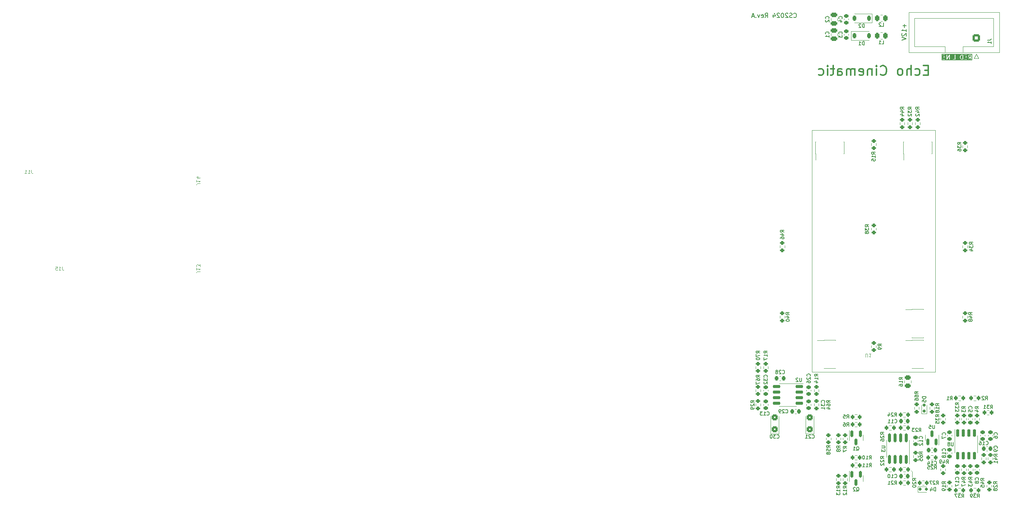
<source format=gbo>
%TF.GenerationSoftware,KiCad,Pcbnew,7.0.10*%
%TF.CreationDate,2024-02-19T01:53:30+05:30*%
%TF.ProjectId,Echo Cinematic,4563686f-2043-4696-9e65-6d617469632e,rev?*%
%TF.SameCoordinates,Original*%
%TF.FileFunction,Legend,Bot*%
%TF.FilePolarity,Positive*%
%FSLAX46Y46*%
G04 Gerber Fmt 4.6, Leading zero omitted, Abs format (unit mm)*
G04 Created by KiCad (PCBNEW 7.0.10) date 2024-02-19 01:53:30*
%MOMM*%
%LPD*%
G01*
G04 APERTURE LIST*
G04 Aperture macros list*
%AMRoundRect*
0 Rectangle with rounded corners*
0 $1 Rounding radius*
0 $2 $3 $4 $5 $6 $7 $8 $9 X,Y pos of 4 corners*
0 Add a 4 corners polygon primitive as box body*
4,1,4,$2,$3,$4,$5,$6,$7,$8,$9,$2,$3,0*
0 Add four circle primitives for the rounded corners*
1,1,$1+$1,$2,$3*
1,1,$1+$1,$4,$5*
1,1,$1+$1,$6,$7*
1,1,$1+$1,$8,$9*
0 Add four rect primitives between the rounded corners*
20,1,$1+$1,$2,$3,$4,$5,0*
20,1,$1+$1,$4,$5,$6,$7,0*
20,1,$1+$1,$6,$7,$8,$9,0*
20,1,$1+$1,$8,$9,$2,$3,0*%
G04 Aperture macros list end*
%ADD10C,0.120000*%
%ADD11C,0.150000*%
%ADD12C,0.320000*%
%ADD13C,0.100000*%
%ADD14RoundRect,0.200000X0.275000X-0.200000X0.275000X0.200000X-0.275000X0.200000X-0.275000X-0.200000X0*%
%ADD15RoundRect,0.200000X-0.200000X-0.275000X0.200000X-0.275000X0.200000X0.275000X-0.200000X0.275000X0*%
%ADD16O,1.300000X2.200000*%
%ADD17O,1.300000X2.000000*%
%ADD18O,1.200000X2.200000*%
%ADD19C,1.800000*%
%ADD20O,2.500000X3.800000*%
%ADD21C,2.000000*%
%ADD22O,2.720000X3.240000*%
%ADD23R,1.800000X1.800000*%
%ADD24O,2.500000X1.500000*%
%ADD25R,2.500000X1.500000*%
%ADD26O,3.500000X2.200000*%
%ADD27RoundRect,0.250000X0.475000X-0.250000X0.475000X0.250000X-0.475000X0.250000X-0.475000X-0.250000X0*%
%ADD28RoundRect,0.225000X0.250000X-0.225000X0.250000X0.225000X-0.250000X0.225000X-0.250000X-0.225000X0*%
%ADD29RoundRect,0.225000X-0.250000X0.225000X-0.250000X-0.225000X0.250000X-0.225000X0.250000X0.225000X0*%
%ADD30RoundRect,0.225000X-0.225000X-0.250000X0.225000X-0.250000X0.225000X0.250000X-0.225000X0.250000X0*%
%ADD31RoundRect,0.225000X0.225000X0.250000X-0.225000X0.250000X-0.225000X-0.250000X0.225000X-0.250000X0*%
%ADD32RoundRect,0.225000X-0.225000X-0.375000X0.225000X-0.375000X0.225000X0.375000X-0.225000X0.375000X0*%
%ADD33RoundRect,0.225000X0.225000X0.375000X-0.225000X0.375000X-0.225000X-0.375000X0.225000X-0.375000X0*%
%ADD34C,1.700000*%
%ADD35RoundRect,0.250000X0.600000X-0.600000X0.600000X0.600000X-0.600000X0.600000X-0.600000X-0.600000X0*%
%ADD36RoundRect,0.250000X0.262500X0.450000X-0.262500X0.450000X-0.262500X-0.450000X0.262500X-0.450000X0*%
%ADD37RoundRect,0.200000X0.200000X0.275000X-0.200000X0.275000X-0.200000X-0.275000X0.200000X-0.275000X0*%
%ADD38RoundRect,0.200000X-0.275000X0.200000X-0.275000X-0.200000X0.275000X-0.200000X0.275000X0.200000X0*%
%ADD39RoundRect,0.150000X0.150000X-0.825000X0.150000X0.825000X-0.150000X0.825000X-0.150000X-0.825000X0*%
%ADD40RoundRect,0.150000X0.150000X-0.587500X0.150000X0.587500X-0.150000X0.587500X-0.150000X-0.587500X0*%
%ADD41RoundRect,0.150000X-0.150000X0.587500X-0.150000X-0.587500X0.150000X-0.587500X0.150000X0.587500X0*%
%ADD42RoundRect,0.250000X-0.450000X0.262500X-0.450000X-0.262500X0.450000X-0.262500X0.450000X0.262500X0*%
%ADD43RoundRect,0.250000X0.425000X-0.450000X0.425000X0.450000X-0.425000X0.450000X-0.425000X-0.450000X0*%
%ADD44RoundRect,0.150000X-0.150000X0.725000X-0.150000X-0.725000X0.150000X-0.725000X0.150000X0.725000X0*%
%ADD45R,2.100000X0.750000*%
%ADD46R,0.750000X2.100000*%
%ADD47RoundRect,0.150000X0.725000X0.150000X-0.725000X0.150000X-0.725000X-0.150000X0.725000X-0.150000X0*%
%ADD48RoundRect,0.150000X0.150000X0.200000X-0.150000X0.200000X-0.150000X-0.200000X0.150000X-0.200000X0*%
%ADD49RoundRect,0.150000X-0.200000X0.150000X-0.200000X-0.150000X0.200000X-0.150000X0.200000X0.150000X0*%
G04 APERTURE END LIST*
D10*
X102750000Y-143250000D02*
X102750000Y-142000000D01*
X102750000Y-142000000D02*
X102500000Y-141750000D01*
D11*
X75841792Y-38524580D02*
X75889411Y-38572200D01*
X75889411Y-38572200D02*
X76032268Y-38619819D01*
X76032268Y-38619819D02*
X76127506Y-38619819D01*
X76127506Y-38619819D02*
X76270363Y-38572200D01*
X76270363Y-38572200D02*
X76365601Y-38476961D01*
X76365601Y-38476961D02*
X76413220Y-38381723D01*
X76413220Y-38381723D02*
X76460839Y-38191247D01*
X76460839Y-38191247D02*
X76460839Y-38048390D01*
X76460839Y-38048390D02*
X76413220Y-37857914D01*
X76413220Y-37857914D02*
X76365601Y-37762676D01*
X76365601Y-37762676D02*
X76270363Y-37667438D01*
X76270363Y-37667438D02*
X76127506Y-37619819D01*
X76127506Y-37619819D02*
X76032268Y-37619819D01*
X76032268Y-37619819D02*
X75889411Y-37667438D01*
X75889411Y-37667438D02*
X75841792Y-37715057D01*
X75460839Y-38572200D02*
X75317982Y-38619819D01*
X75317982Y-38619819D02*
X75079887Y-38619819D01*
X75079887Y-38619819D02*
X74984649Y-38572200D01*
X74984649Y-38572200D02*
X74937030Y-38524580D01*
X74937030Y-38524580D02*
X74889411Y-38429342D01*
X74889411Y-38429342D02*
X74889411Y-38334104D01*
X74889411Y-38334104D02*
X74937030Y-38238866D01*
X74937030Y-38238866D02*
X74984649Y-38191247D01*
X74984649Y-38191247D02*
X75079887Y-38143628D01*
X75079887Y-38143628D02*
X75270363Y-38096009D01*
X75270363Y-38096009D02*
X75365601Y-38048390D01*
X75365601Y-38048390D02*
X75413220Y-38000771D01*
X75413220Y-38000771D02*
X75460839Y-37905533D01*
X75460839Y-37905533D02*
X75460839Y-37810295D01*
X75460839Y-37810295D02*
X75413220Y-37715057D01*
X75413220Y-37715057D02*
X75365601Y-37667438D01*
X75365601Y-37667438D02*
X75270363Y-37619819D01*
X75270363Y-37619819D02*
X75032268Y-37619819D01*
X75032268Y-37619819D02*
X74889411Y-37667438D01*
X74508458Y-37715057D02*
X74460839Y-37667438D01*
X74460839Y-37667438D02*
X74365601Y-37619819D01*
X74365601Y-37619819D02*
X74127506Y-37619819D01*
X74127506Y-37619819D02*
X74032268Y-37667438D01*
X74032268Y-37667438D02*
X73984649Y-37715057D01*
X73984649Y-37715057D02*
X73937030Y-37810295D01*
X73937030Y-37810295D02*
X73937030Y-37905533D01*
X73937030Y-37905533D02*
X73984649Y-38048390D01*
X73984649Y-38048390D02*
X74556077Y-38619819D01*
X74556077Y-38619819D02*
X73937030Y-38619819D01*
X73317982Y-37619819D02*
X73222744Y-37619819D01*
X73222744Y-37619819D02*
X73127506Y-37667438D01*
X73127506Y-37667438D02*
X73079887Y-37715057D01*
X73079887Y-37715057D02*
X73032268Y-37810295D01*
X73032268Y-37810295D02*
X72984649Y-38000771D01*
X72984649Y-38000771D02*
X72984649Y-38238866D01*
X72984649Y-38238866D02*
X73032268Y-38429342D01*
X73032268Y-38429342D02*
X73079887Y-38524580D01*
X73079887Y-38524580D02*
X73127506Y-38572200D01*
X73127506Y-38572200D02*
X73222744Y-38619819D01*
X73222744Y-38619819D02*
X73317982Y-38619819D01*
X73317982Y-38619819D02*
X73413220Y-38572200D01*
X73413220Y-38572200D02*
X73460839Y-38524580D01*
X73460839Y-38524580D02*
X73508458Y-38429342D01*
X73508458Y-38429342D02*
X73556077Y-38238866D01*
X73556077Y-38238866D02*
X73556077Y-38000771D01*
X73556077Y-38000771D02*
X73508458Y-37810295D01*
X73508458Y-37810295D02*
X73460839Y-37715057D01*
X73460839Y-37715057D02*
X73413220Y-37667438D01*
X73413220Y-37667438D02*
X73317982Y-37619819D01*
X72603696Y-37715057D02*
X72556077Y-37667438D01*
X72556077Y-37667438D02*
X72460839Y-37619819D01*
X72460839Y-37619819D02*
X72222744Y-37619819D01*
X72222744Y-37619819D02*
X72127506Y-37667438D01*
X72127506Y-37667438D02*
X72079887Y-37715057D01*
X72079887Y-37715057D02*
X72032268Y-37810295D01*
X72032268Y-37810295D02*
X72032268Y-37905533D01*
X72032268Y-37905533D02*
X72079887Y-38048390D01*
X72079887Y-38048390D02*
X72651315Y-38619819D01*
X72651315Y-38619819D02*
X72032268Y-38619819D01*
X71175125Y-37953152D02*
X71175125Y-38619819D01*
X71413220Y-37572200D02*
X71651315Y-38286485D01*
X71651315Y-38286485D02*
X71032268Y-38286485D01*
X69317982Y-38619819D02*
X69651315Y-38143628D01*
X69889410Y-38619819D02*
X69889410Y-37619819D01*
X69889410Y-37619819D02*
X69508458Y-37619819D01*
X69508458Y-37619819D02*
X69413220Y-37667438D01*
X69413220Y-37667438D02*
X69365601Y-37715057D01*
X69365601Y-37715057D02*
X69317982Y-37810295D01*
X69317982Y-37810295D02*
X69317982Y-37953152D01*
X69317982Y-37953152D02*
X69365601Y-38048390D01*
X69365601Y-38048390D02*
X69413220Y-38096009D01*
X69413220Y-38096009D02*
X69508458Y-38143628D01*
X69508458Y-38143628D02*
X69889410Y-38143628D01*
X68508458Y-38572200D02*
X68603696Y-38619819D01*
X68603696Y-38619819D02*
X68794172Y-38619819D01*
X68794172Y-38619819D02*
X68889410Y-38572200D01*
X68889410Y-38572200D02*
X68937029Y-38476961D01*
X68937029Y-38476961D02*
X68937029Y-38096009D01*
X68937029Y-38096009D02*
X68889410Y-38000771D01*
X68889410Y-38000771D02*
X68794172Y-37953152D01*
X68794172Y-37953152D02*
X68603696Y-37953152D01*
X68603696Y-37953152D02*
X68508458Y-38000771D01*
X68508458Y-38000771D02*
X68460839Y-38096009D01*
X68460839Y-38096009D02*
X68460839Y-38191247D01*
X68460839Y-38191247D02*
X68937029Y-38286485D01*
X68127505Y-37953152D02*
X67889410Y-38619819D01*
X67889410Y-38619819D02*
X67651315Y-37953152D01*
X67270362Y-38524580D02*
X67222743Y-38572200D01*
X67222743Y-38572200D02*
X67270362Y-38619819D01*
X67270362Y-38619819D02*
X67317981Y-38572200D01*
X67317981Y-38572200D02*
X67270362Y-38524580D01*
X67270362Y-38524580D02*
X67270362Y-38619819D01*
X66841791Y-38334104D02*
X66365601Y-38334104D01*
X66937029Y-38619819D02*
X66603696Y-37619819D01*
X66603696Y-37619819D02*
X66270363Y-38619819D01*
G36*
X114183458Y-48044819D02*
G01*
X114032533Y-48044819D01*
X113918020Y-48006648D01*
X113843907Y-47932534D01*
X113805413Y-47855547D01*
X113762030Y-47682013D01*
X113762030Y-47557624D01*
X113805413Y-47384090D01*
X113843907Y-47307103D01*
X113918020Y-47232990D01*
X114032533Y-47194819D01*
X114183458Y-47194819D01*
X114183458Y-48044819D01*
G37*
G36*
X116088220Y-47568628D02*
G01*
X115799973Y-47568628D01*
X115731457Y-47534370D01*
X115701050Y-47503963D01*
X115666792Y-47435447D01*
X115666792Y-47328000D01*
X115701050Y-47259484D01*
X115731457Y-47229077D01*
X115799973Y-47194819D01*
X116088220Y-47194819D01*
X116088220Y-47568628D01*
G37*
G36*
X116381077Y-48337676D02*
G01*
X109470312Y-48337676D01*
X109470312Y-48106795D01*
X109613169Y-48106795D01*
X109622078Y-48157319D01*
X109661378Y-48190296D01*
X109687030Y-48194819D01*
X110163220Y-48194819D01*
X110181528Y-48188155D01*
X110200720Y-48184771D01*
X110205070Y-48179586D01*
X110211429Y-48177272D01*
X110221171Y-48160398D01*
X110233697Y-48145471D01*
X110235414Y-48135728D01*
X110237081Y-48132843D01*
X110236502Y-48129560D01*
X110238220Y-48119819D01*
X110564411Y-48119819D01*
X110566782Y-48126335D01*
X110565609Y-48133171D01*
X110575348Y-48149868D01*
X110581958Y-48168028D01*
X110587963Y-48171495D01*
X110591458Y-48177487D01*
X110609649Y-48184016D01*
X110626387Y-48193680D01*
X110633218Y-48192475D01*
X110639745Y-48194818D01*
X110657876Y-48188127D01*
X110676911Y-48184771D01*
X110681368Y-48179458D01*
X110687875Y-48177058D01*
X110704529Y-48157029D01*
X111135839Y-47402235D01*
X111135839Y-48119819D01*
X111153386Y-48168028D01*
X111197815Y-48193680D01*
X111248339Y-48184771D01*
X111281316Y-48145471D01*
X111285839Y-48119819D01*
X111612029Y-48119819D01*
X111629576Y-48168028D01*
X111674005Y-48193680D01*
X111724529Y-48184771D01*
X111757506Y-48145471D01*
X111762029Y-48119819D01*
X111762029Y-48106795D01*
X111946502Y-48106795D01*
X111955411Y-48157319D01*
X111994711Y-48190296D01*
X112020363Y-48194819D01*
X112496553Y-48194819D01*
X112514861Y-48188155D01*
X112534053Y-48184771D01*
X112538403Y-48179586D01*
X112544762Y-48177272D01*
X112554504Y-48160398D01*
X112567030Y-48145471D01*
X112568747Y-48135728D01*
X112570414Y-48132843D01*
X112569835Y-48129560D01*
X112571553Y-48119819D01*
X112571553Y-47691247D01*
X113612030Y-47691247D01*
X113613215Y-47694504D01*
X113614269Y-47709437D01*
X113661888Y-47899913D01*
X113663876Y-47902857D01*
X113667567Y-47915264D01*
X113715186Y-48010502D01*
X113716372Y-48011625D01*
X113729235Y-48029994D01*
X113824473Y-48125233D01*
X113828537Y-48127128D01*
X113830884Y-48130948D01*
X113853789Y-48143351D01*
X113996645Y-48190970D01*
X113998280Y-48190925D01*
X114020363Y-48194819D01*
X114258458Y-48194819D01*
X114276766Y-48188155D01*
X114295958Y-48184771D01*
X114300308Y-48179586D01*
X114306667Y-48177272D01*
X114316409Y-48160398D01*
X114328935Y-48145471D01*
X114330652Y-48135728D01*
X114332319Y-48132843D01*
X114331740Y-48129560D01*
X114333458Y-48119819D01*
X114333458Y-48106795D01*
X114613169Y-48106795D01*
X114622078Y-48157319D01*
X114661378Y-48190296D01*
X114687030Y-48194819D01*
X115163220Y-48194819D01*
X115181528Y-48188155D01*
X115200720Y-48184771D01*
X115205070Y-48179586D01*
X115211429Y-48177272D01*
X115221171Y-48160398D01*
X115233697Y-48145471D01*
X115235414Y-48135728D01*
X115237081Y-48132843D01*
X115236502Y-48129560D01*
X115238220Y-48119819D01*
X115238220Y-47453152D01*
X115516792Y-47453152D01*
X115518325Y-47457365D01*
X115517284Y-47461726D01*
X115524710Y-47486693D01*
X115572329Y-47581931D01*
X115573518Y-47583056D01*
X115586378Y-47601423D01*
X115633997Y-47649042D01*
X115635478Y-47649733D01*
X115653489Y-47663091D01*
X115748727Y-47710710D01*
X115753180Y-47711222D01*
X115756616Y-47714105D01*
X115781207Y-47718440D01*
X115530350Y-48076809D01*
X115517079Y-48126366D01*
X115538766Y-48172860D01*
X115585266Y-48194535D01*
X115634819Y-48181250D01*
X115653234Y-48162829D01*
X115964174Y-47718628D01*
X116088220Y-47718628D01*
X116088220Y-48119819D01*
X116105767Y-48168028D01*
X116150196Y-48193680D01*
X116200720Y-48184771D01*
X116233697Y-48145471D01*
X116238220Y-48119819D01*
X116238220Y-47119819D01*
X116231556Y-47101510D01*
X116228172Y-47082319D01*
X116222987Y-47077968D01*
X116220673Y-47071610D01*
X116203799Y-47061867D01*
X116188872Y-47049342D01*
X116179129Y-47047624D01*
X116176244Y-47045958D01*
X116172961Y-47046536D01*
X116163220Y-47044819D01*
X115782268Y-47044819D01*
X115778054Y-47046352D01*
X115773693Y-47045311D01*
X115748727Y-47052737D01*
X115653489Y-47100356D01*
X115652363Y-47101545D01*
X115633997Y-47114405D01*
X115586378Y-47162024D01*
X115585687Y-47163505D01*
X115572329Y-47181516D01*
X115524710Y-47276754D01*
X115524197Y-47281207D01*
X115521315Y-47284643D01*
X115516792Y-47310295D01*
X115516792Y-47453152D01*
X115238220Y-47453152D01*
X115238220Y-47119819D01*
X115231556Y-47101510D01*
X115228172Y-47082319D01*
X115222987Y-47077968D01*
X115220673Y-47071610D01*
X115203799Y-47061867D01*
X115188872Y-47049342D01*
X115179129Y-47047624D01*
X115176244Y-47045958D01*
X115172961Y-47046536D01*
X115163220Y-47044819D01*
X114687030Y-47044819D01*
X114638821Y-47062366D01*
X114613169Y-47106795D01*
X114622078Y-47157319D01*
X114661378Y-47190296D01*
X114687030Y-47194819D01*
X115088220Y-47194819D01*
X115088220Y-47521009D01*
X114829887Y-47521009D01*
X114781678Y-47538556D01*
X114756026Y-47582985D01*
X114764935Y-47633509D01*
X114804235Y-47666486D01*
X114829887Y-47671009D01*
X115088220Y-47671009D01*
X115088220Y-48044819D01*
X114687030Y-48044819D01*
X114638821Y-48062366D01*
X114613169Y-48106795D01*
X114333458Y-48106795D01*
X114333458Y-47119819D01*
X114326794Y-47101510D01*
X114323410Y-47082319D01*
X114318225Y-47077968D01*
X114315911Y-47071610D01*
X114299037Y-47061867D01*
X114284110Y-47049342D01*
X114274367Y-47047624D01*
X114271482Y-47045958D01*
X114268199Y-47046536D01*
X114258458Y-47044819D01*
X114020363Y-47044819D01*
X114018825Y-47045378D01*
X113996645Y-47048668D01*
X113853789Y-47096287D01*
X113850278Y-47099073D01*
X113845810Y-47099464D01*
X113824473Y-47114405D01*
X113729235Y-47209643D01*
X113728544Y-47211124D01*
X113715186Y-47229135D01*
X113667567Y-47324373D01*
X113667160Y-47327901D01*
X113661888Y-47339724D01*
X113614269Y-47530200D01*
X113614629Y-47533648D01*
X113612030Y-47548390D01*
X113612030Y-47691247D01*
X112571553Y-47691247D01*
X112571553Y-47119819D01*
X112554006Y-47071610D01*
X112509577Y-47045958D01*
X112459053Y-47054867D01*
X112426076Y-47094167D01*
X112421553Y-47119819D01*
X112421553Y-48044819D01*
X112020363Y-48044819D01*
X111972154Y-48062366D01*
X111946502Y-48106795D01*
X111762029Y-48106795D01*
X111762029Y-47119819D01*
X111744482Y-47071610D01*
X111700053Y-47045958D01*
X111649529Y-47054867D01*
X111616552Y-47094167D01*
X111612029Y-47119819D01*
X111612029Y-48119819D01*
X111285839Y-48119819D01*
X111285839Y-47119819D01*
X111283466Y-47113301D01*
X111284641Y-47106466D01*
X111274901Y-47089768D01*
X111268292Y-47071610D01*
X111262287Y-47068142D01*
X111258792Y-47062151D01*
X111240600Y-47055621D01*
X111223863Y-47045958D01*
X111217031Y-47047162D01*
X111210505Y-47044820D01*
X111192373Y-47051510D01*
X111173339Y-47054867D01*
X111168881Y-47060179D01*
X111162375Y-47062580D01*
X111145721Y-47082608D01*
X110714411Y-47837402D01*
X110714411Y-47119819D01*
X110696864Y-47071610D01*
X110652435Y-47045958D01*
X110601911Y-47054867D01*
X110568934Y-47094167D01*
X110564411Y-47119819D01*
X110564411Y-48119819D01*
X110238220Y-48119819D01*
X110238220Y-47119819D01*
X110231556Y-47101510D01*
X110228172Y-47082319D01*
X110222987Y-47077968D01*
X110220673Y-47071610D01*
X110203799Y-47061867D01*
X110188872Y-47049342D01*
X110179129Y-47047624D01*
X110176244Y-47045958D01*
X110172961Y-47046536D01*
X110163220Y-47044819D01*
X109687030Y-47044819D01*
X109638821Y-47062366D01*
X109613169Y-47106795D01*
X109622078Y-47157319D01*
X109661378Y-47190296D01*
X109687030Y-47194819D01*
X110088220Y-47194819D01*
X110088220Y-47521009D01*
X109829887Y-47521009D01*
X109781678Y-47538556D01*
X109756026Y-47582985D01*
X109764935Y-47633509D01*
X109804235Y-47666486D01*
X109829887Y-47671009D01*
X110088220Y-47671009D01*
X110088220Y-48044819D01*
X109687030Y-48044819D01*
X109638821Y-48062366D01*
X109613169Y-48106795D01*
X109470312Y-48106795D01*
X109470312Y-46901962D01*
X116381077Y-46901962D01*
X116381077Y-48337676D01*
G37*
D12*
X106361903Y-50598740D02*
X105628570Y-50598740D01*
X105314284Y-51751121D02*
X106361903Y-51751121D01*
X106361903Y-51751121D02*
X106361903Y-49551121D01*
X106361903Y-49551121D02*
X105314284Y-49551121D01*
X103428570Y-51646360D02*
X103638094Y-51751121D01*
X103638094Y-51751121D02*
X104057141Y-51751121D01*
X104057141Y-51751121D02*
X104266665Y-51646360D01*
X104266665Y-51646360D02*
X104371427Y-51541598D01*
X104371427Y-51541598D02*
X104476189Y-51332074D01*
X104476189Y-51332074D02*
X104476189Y-50703502D01*
X104476189Y-50703502D02*
X104371427Y-50493979D01*
X104371427Y-50493979D02*
X104266665Y-50389217D01*
X104266665Y-50389217D02*
X104057141Y-50284455D01*
X104057141Y-50284455D02*
X103638094Y-50284455D01*
X103638094Y-50284455D02*
X103428570Y-50389217D01*
X102485713Y-51751121D02*
X102485713Y-49551121D01*
X101542856Y-51751121D02*
X101542856Y-50598740D01*
X101542856Y-50598740D02*
X101647618Y-50389217D01*
X101647618Y-50389217D02*
X101857142Y-50284455D01*
X101857142Y-50284455D02*
X102171427Y-50284455D01*
X102171427Y-50284455D02*
X102380951Y-50389217D01*
X102380951Y-50389217D02*
X102485713Y-50493979D01*
X100180951Y-51751121D02*
X100390475Y-51646360D01*
X100390475Y-51646360D02*
X100495237Y-51541598D01*
X100495237Y-51541598D02*
X100599999Y-51332074D01*
X100599999Y-51332074D02*
X100599999Y-50703502D01*
X100599999Y-50703502D02*
X100495237Y-50493979D01*
X100495237Y-50493979D02*
X100390475Y-50389217D01*
X100390475Y-50389217D02*
X100180951Y-50284455D01*
X100180951Y-50284455D02*
X99866666Y-50284455D01*
X99866666Y-50284455D02*
X99657142Y-50389217D01*
X99657142Y-50389217D02*
X99552380Y-50493979D01*
X99552380Y-50493979D02*
X99447618Y-50703502D01*
X99447618Y-50703502D02*
X99447618Y-51332074D01*
X99447618Y-51332074D02*
X99552380Y-51541598D01*
X99552380Y-51541598D02*
X99657142Y-51646360D01*
X99657142Y-51646360D02*
X99866666Y-51751121D01*
X99866666Y-51751121D02*
X100180951Y-51751121D01*
X95571428Y-51541598D02*
X95676190Y-51646360D01*
X95676190Y-51646360D02*
X95990476Y-51751121D01*
X95990476Y-51751121D02*
X96200000Y-51751121D01*
X96200000Y-51751121D02*
X96514285Y-51646360D01*
X96514285Y-51646360D02*
X96723809Y-51436836D01*
X96723809Y-51436836D02*
X96828571Y-51227312D01*
X96828571Y-51227312D02*
X96933333Y-50808264D01*
X96933333Y-50808264D02*
X96933333Y-50493979D01*
X96933333Y-50493979D02*
X96828571Y-50074931D01*
X96828571Y-50074931D02*
X96723809Y-49865407D01*
X96723809Y-49865407D02*
X96514285Y-49655883D01*
X96514285Y-49655883D02*
X96200000Y-49551121D01*
X96200000Y-49551121D02*
X95990476Y-49551121D01*
X95990476Y-49551121D02*
X95676190Y-49655883D01*
X95676190Y-49655883D02*
X95571428Y-49760645D01*
X94628571Y-51751121D02*
X94628571Y-50284455D01*
X94628571Y-49551121D02*
X94733333Y-49655883D01*
X94733333Y-49655883D02*
X94628571Y-49760645D01*
X94628571Y-49760645D02*
X94523809Y-49655883D01*
X94523809Y-49655883D02*
X94628571Y-49551121D01*
X94628571Y-49551121D02*
X94628571Y-49760645D01*
X93580952Y-50284455D02*
X93580952Y-51751121D01*
X93580952Y-50493979D02*
X93476190Y-50389217D01*
X93476190Y-50389217D02*
X93266666Y-50284455D01*
X93266666Y-50284455D02*
X92952381Y-50284455D01*
X92952381Y-50284455D02*
X92742857Y-50389217D01*
X92742857Y-50389217D02*
X92638095Y-50598740D01*
X92638095Y-50598740D02*
X92638095Y-51751121D01*
X90752381Y-51646360D02*
X90961905Y-51751121D01*
X90961905Y-51751121D02*
X91380952Y-51751121D01*
X91380952Y-51751121D02*
X91590476Y-51646360D01*
X91590476Y-51646360D02*
X91695238Y-51436836D01*
X91695238Y-51436836D02*
X91695238Y-50598740D01*
X91695238Y-50598740D02*
X91590476Y-50389217D01*
X91590476Y-50389217D02*
X91380952Y-50284455D01*
X91380952Y-50284455D02*
X90961905Y-50284455D01*
X90961905Y-50284455D02*
X90752381Y-50389217D01*
X90752381Y-50389217D02*
X90647619Y-50598740D01*
X90647619Y-50598740D02*
X90647619Y-50808264D01*
X90647619Y-50808264D02*
X91695238Y-51017788D01*
X89704762Y-51751121D02*
X89704762Y-50284455D01*
X89704762Y-50493979D02*
X89600000Y-50389217D01*
X89600000Y-50389217D02*
X89390476Y-50284455D01*
X89390476Y-50284455D02*
X89076191Y-50284455D01*
X89076191Y-50284455D02*
X88866667Y-50389217D01*
X88866667Y-50389217D02*
X88761905Y-50598740D01*
X88761905Y-50598740D02*
X88761905Y-51751121D01*
X88761905Y-50598740D02*
X88657143Y-50389217D01*
X88657143Y-50389217D02*
X88447619Y-50284455D01*
X88447619Y-50284455D02*
X88133333Y-50284455D01*
X88133333Y-50284455D02*
X87923810Y-50389217D01*
X87923810Y-50389217D02*
X87819048Y-50598740D01*
X87819048Y-50598740D02*
X87819048Y-51751121D01*
X85828572Y-51751121D02*
X85828572Y-50598740D01*
X85828572Y-50598740D02*
X85933334Y-50389217D01*
X85933334Y-50389217D02*
X86142858Y-50284455D01*
X86142858Y-50284455D02*
X86561905Y-50284455D01*
X86561905Y-50284455D02*
X86771429Y-50389217D01*
X85828572Y-51646360D02*
X86038096Y-51751121D01*
X86038096Y-51751121D02*
X86561905Y-51751121D01*
X86561905Y-51751121D02*
X86771429Y-51646360D01*
X86771429Y-51646360D02*
X86876191Y-51436836D01*
X86876191Y-51436836D02*
X86876191Y-51227312D01*
X86876191Y-51227312D02*
X86771429Y-51017788D01*
X86771429Y-51017788D02*
X86561905Y-50913026D01*
X86561905Y-50913026D02*
X86038096Y-50913026D01*
X86038096Y-50913026D02*
X85828572Y-50808264D01*
X85095239Y-50284455D02*
X84257143Y-50284455D01*
X84780953Y-49551121D02*
X84780953Y-51436836D01*
X84780953Y-51436836D02*
X84676191Y-51646360D01*
X84676191Y-51646360D02*
X84466667Y-51751121D01*
X84466667Y-51751121D02*
X84257143Y-51751121D01*
X83523810Y-51751121D02*
X83523810Y-50284455D01*
X83523810Y-49551121D02*
X83628572Y-49655883D01*
X83628572Y-49655883D02*
X83523810Y-49760645D01*
X83523810Y-49760645D02*
X83419048Y-49655883D01*
X83419048Y-49655883D02*
X83523810Y-49551121D01*
X83523810Y-49551121D02*
X83523810Y-49760645D01*
X81533334Y-51646360D02*
X81742858Y-51751121D01*
X81742858Y-51751121D02*
X82161905Y-51751121D01*
X82161905Y-51751121D02*
X82371429Y-51646360D01*
X82371429Y-51646360D02*
X82476191Y-51541598D01*
X82476191Y-51541598D02*
X82580953Y-51332074D01*
X82580953Y-51332074D02*
X82580953Y-50703502D01*
X82580953Y-50703502D02*
X82476191Y-50493979D01*
X82476191Y-50493979D02*
X82371429Y-50389217D01*
X82371429Y-50389217D02*
X82161905Y-50284455D01*
X82161905Y-50284455D02*
X81742858Y-50284455D01*
X81742858Y-50284455D02*
X81533334Y-50389217D01*
D11*
X100988866Y-40086779D02*
X100988866Y-40848684D01*
X101369819Y-40467731D02*
X100607914Y-40467731D01*
X101369819Y-41848683D02*
X101369819Y-41277255D01*
X101369819Y-41562969D02*
X100369819Y-41562969D01*
X100369819Y-41562969D02*
X100512676Y-41467731D01*
X100512676Y-41467731D02*
X100607914Y-41372493D01*
X100607914Y-41372493D02*
X100655533Y-41277255D01*
X100465057Y-42229636D02*
X100417438Y-42277255D01*
X100417438Y-42277255D02*
X100369819Y-42372493D01*
X100369819Y-42372493D02*
X100369819Y-42610588D01*
X100369819Y-42610588D02*
X100417438Y-42705826D01*
X100417438Y-42705826D02*
X100465057Y-42753445D01*
X100465057Y-42753445D02*
X100560295Y-42801064D01*
X100560295Y-42801064D02*
X100655533Y-42801064D01*
X100655533Y-42801064D02*
X100798390Y-42753445D01*
X100798390Y-42753445D02*
X101369819Y-42182017D01*
X101369819Y-42182017D02*
X101369819Y-42801064D01*
X100369819Y-43086779D02*
X101369819Y-43420112D01*
X101369819Y-43420112D02*
X100369819Y-43753445D01*
X122042295Y-144735714D02*
X121661342Y-144469047D01*
X122042295Y-144278571D02*
X121242295Y-144278571D01*
X121242295Y-144278571D02*
X121242295Y-144583333D01*
X121242295Y-144583333D02*
X121280390Y-144659523D01*
X121280390Y-144659523D02*
X121318485Y-144697618D01*
X121318485Y-144697618D02*
X121394676Y-144735714D01*
X121394676Y-144735714D02*
X121508961Y-144735714D01*
X121508961Y-144735714D02*
X121585152Y-144697618D01*
X121585152Y-144697618D02*
X121623247Y-144659523D01*
X121623247Y-144659523D02*
X121661342Y-144583333D01*
X121661342Y-144583333D02*
X121661342Y-144278571D01*
X121318485Y-145040475D02*
X121280390Y-145078571D01*
X121280390Y-145078571D02*
X121242295Y-145154761D01*
X121242295Y-145154761D02*
X121242295Y-145345237D01*
X121242295Y-145345237D02*
X121280390Y-145421428D01*
X121280390Y-145421428D02*
X121318485Y-145459523D01*
X121318485Y-145459523D02*
X121394676Y-145497618D01*
X121394676Y-145497618D02*
X121470866Y-145497618D01*
X121470866Y-145497618D02*
X121585152Y-145459523D01*
X121585152Y-145459523D02*
X122042295Y-145002380D01*
X122042295Y-145002380D02*
X122042295Y-145497618D01*
X121585152Y-145954761D02*
X121547057Y-145878571D01*
X121547057Y-145878571D02*
X121508961Y-145840476D01*
X121508961Y-145840476D02*
X121432771Y-145802380D01*
X121432771Y-145802380D02*
X121394676Y-145802380D01*
X121394676Y-145802380D02*
X121318485Y-145840476D01*
X121318485Y-145840476D02*
X121280390Y-145878571D01*
X121280390Y-145878571D02*
X121242295Y-145954761D01*
X121242295Y-145954761D02*
X121242295Y-146107142D01*
X121242295Y-146107142D02*
X121280390Y-146183333D01*
X121280390Y-146183333D02*
X121318485Y-146221428D01*
X121318485Y-146221428D02*
X121394676Y-146259523D01*
X121394676Y-146259523D02*
X121432771Y-146259523D01*
X121432771Y-146259523D02*
X121508961Y-146221428D01*
X121508961Y-146221428D02*
X121547057Y-146183333D01*
X121547057Y-146183333D02*
X121585152Y-146107142D01*
X121585152Y-146107142D02*
X121585152Y-145954761D01*
X121585152Y-145954761D02*
X121623247Y-145878571D01*
X121623247Y-145878571D02*
X121661342Y-145840476D01*
X121661342Y-145840476D02*
X121737533Y-145802380D01*
X121737533Y-145802380D02*
X121889914Y-145802380D01*
X121889914Y-145802380D02*
X121966104Y-145840476D01*
X121966104Y-145840476D02*
X122004200Y-145878571D01*
X122004200Y-145878571D02*
X122042295Y-145954761D01*
X122042295Y-145954761D02*
X122042295Y-146107142D01*
X122042295Y-146107142D02*
X122004200Y-146183333D01*
X122004200Y-146183333D02*
X121966104Y-146221428D01*
X121966104Y-146221428D02*
X121889914Y-146259523D01*
X121889914Y-146259523D02*
X121737533Y-146259523D01*
X121737533Y-146259523D02*
X121661342Y-146221428D01*
X121661342Y-146221428D02*
X121623247Y-146183333D01*
X121623247Y-146183333D02*
X121585152Y-146107142D01*
X108264285Y-144862295D02*
X108530952Y-144481342D01*
X108721428Y-144862295D02*
X108721428Y-144062295D01*
X108721428Y-144062295D02*
X108416666Y-144062295D01*
X108416666Y-144062295D02*
X108340476Y-144100390D01*
X108340476Y-144100390D02*
X108302381Y-144138485D01*
X108302381Y-144138485D02*
X108264285Y-144214676D01*
X108264285Y-144214676D02*
X108264285Y-144328961D01*
X108264285Y-144328961D02*
X108302381Y-144405152D01*
X108302381Y-144405152D02*
X108340476Y-144443247D01*
X108340476Y-144443247D02*
X108416666Y-144481342D01*
X108416666Y-144481342D02*
X108721428Y-144481342D01*
X107959524Y-144138485D02*
X107921428Y-144100390D01*
X107921428Y-144100390D02*
X107845238Y-144062295D01*
X107845238Y-144062295D02*
X107654762Y-144062295D01*
X107654762Y-144062295D02*
X107578571Y-144100390D01*
X107578571Y-144100390D02*
X107540476Y-144138485D01*
X107540476Y-144138485D02*
X107502381Y-144214676D01*
X107502381Y-144214676D02*
X107502381Y-144290866D01*
X107502381Y-144290866D02*
X107540476Y-144405152D01*
X107540476Y-144405152D02*
X107997619Y-144862295D01*
X107997619Y-144862295D02*
X107502381Y-144862295D01*
X107235714Y-144062295D02*
X106702380Y-144062295D01*
X106702380Y-144062295D02*
X107045238Y-144862295D01*
X110362295Y-144735714D02*
X109981342Y-144469047D01*
X110362295Y-144278571D02*
X109562295Y-144278571D01*
X109562295Y-144278571D02*
X109562295Y-144583333D01*
X109562295Y-144583333D02*
X109600390Y-144659523D01*
X109600390Y-144659523D02*
X109638485Y-144697618D01*
X109638485Y-144697618D02*
X109714676Y-144735714D01*
X109714676Y-144735714D02*
X109828961Y-144735714D01*
X109828961Y-144735714D02*
X109905152Y-144697618D01*
X109905152Y-144697618D02*
X109943247Y-144659523D01*
X109943247Y-144659523D02*
X109981342Y-144583333D01*
X109981342Y-144583333D02*
X109981342Y-144278571D01*
X110362295Y-145497618D02*
X110362295Y-145040475D01*
X110362295Y-145269047D02*
X109562295Y-145269047D01*
X109562295Y-145269047D02*
X109676580Y-145192856D01*
X109676580Y-145192856D02*
X109752771Y-145116666D01*
X109752771Y-145116666D02*
X109790866Y-145040475D01*
X110362295Y-145878571D02*
X110362295Y-146030952D01*
X110362295Y-146030952D02*
X110324200Y-146107142D01*
X110324200Y-146107142D02*
X110286104Y-146145238D01*
X110286104Y-146145238D02*
X110171819Y-146221428D01*
X110171819Y-146221428D02*
X110019438Y-146259523D01*
X110019438Y-146259523D02*
X109714676Y-146259523D01*
X109714676Y-146259523D02*
X109638485Y-146221428D01*
X109638485Y-146221428D02*
X109600390Y-146183333D01*
X109600390Y-146183333D02*
X109562295Y-146107142D01*
X109562295Y-146107142D02*
X109562295Y-145954761D01*
X109562295Y-145954761D02*
X109600390Y-145878571D01*
X109600390Y-145878571D02*
X109638485Y-145840476D01*
X109638485Y-145840476D02*
X109714676Y-145802380D01*
X109714676Y-145802380D02*
X109905152Y-145802380D01*
X109905152Y-145802380D02*
X109981342Y-145840476D01*
X109981342Y-145840476D02*
X110019438Y-145878571D01*
X110019438Y-145878571D02*
X110057533Y-145954761D01*
X110057533Y-145954761D02*
X110057533Y-146107142D01*
X110057533Y-146107142D02*
X110019438Y-146183333D01*
X110019438Y-146183333D02*
X109981342Y-146221428D01*
X109981342Y-146221428D02*
X109905152Y-146259523D01*
X108862295Y-126985714D02*
X108481342Y-126719047D01*
X108862295Y-126528571D02*
X108062295Y-126528571D01*
X108062295Y-126528571D02*
X108062295Y-126833333D01*
X108062295Y-126833333D02*
X108100390Y-126909523D01*
X108100390Y-126909523D02*
X108138485Y-126947618D01*
X108138485Y-126947618D02*
X108214676Y-126985714D01*
X108214676Y-126985714D02*
X108328961Y-126985714D01*
X108328961Y-126985714D02*
X108405152Y-126947618D01*
X108405152Y-126947618D02*
X108443247Y-126909523D01*
X108443247Y-126909523D02*
X108481342Y-126833333D01*
X108481342Y-126833333D02*
X108481342Y-126528571D01*
X108862295Y-127747618D02*
X108862295Y-127290475D01*
X108862295Y-127519047D02*
X108062295Y-127519047D01*
X108062295Y-127519047D02*
X108176580Y-127442856D01*
X108176580Y-127442856D02*
X108252771Y-127366666D01*
X108252771Y-127366666D02*
X108290866Y-127290475D01*
X108405152Y-128204761D02*
X108367057Y-128128571D01*
X108367057Y-128128571D02*
X108328961Y-128090476D01*
X108328961Y-128090476D02*
X108252771Y-128052380D01*
X108252771Y-128052380D02*
X108214676Y-128052380D01*
X108214676Y-128052380D02*
X108138485Y-128090476D01*
X108138485Y-128090476D02*
X108100390Y-128128571D01*
X108100390Y-128128571D02*
X108062295Y-128204761D01*
X108062295Y-128204761D02*
X108062295Y-128357142D01*
X108062295Y-128357142D02*
X108100390Y-128433333D01*
X108100390Y-128433333D02*
X108138485Y-128471428D01*
X108138485Y-128471428D02*
X108214676Y-128509523D01*
X108214676Y-128509523D02*
X108252771Y-128509523D01*
X108252771Y-128509523D02*
X108328961Y-128471428D01*
X108328961Y-128471428D02*
X108367057Y-128433333D01*
X108367057Y-128433333D02*
X108405152Y-128357142D01*
X108405152Y-128357142D02*
X108405152Y-128204761D01*
X108405152Y-128204761D02*
X108443247Y-128128571D01*
X108443247Y-128128571D02*
X108481342Y-128090476D01*
X108481342Y-128090476D02*
X108557533Y-128052380D01*
X108557533Y-128052380D02*
X108709914Y-128052380D01*
X108709914Y-128052380D02*
X108786104Y-128090476D01*
X108786104Y-128090476D02*
X108824200Y-128128571D01*
X108824200Y-128128571D02*
X108862295Y-128204761D01*
X108862295Y-128204761D02*
X108862295Y-128357142D01*
X108862295Y-128357142D02*
X108824200Y-128433333D01*
X108824200Y-128433333D02*
X108786104Y-128471428D01*
X108786104Y-128471428D02*
X108709914Y-128509523D01*
X108709914Y-128509523D02*
X108557533Y-128509523D01*
X108557533Y-128509523D02*
X108481342Y-128471428D01*
X108481342Y-128471428D02*
X108443247Y-128433333D01*
X108443247Y-128433333D02*
X108405152Y-128357142D01*
X83786104Y-42366667D02*
X83824200Y-42328571D01*
X83824200Y-42328571D02*
X83862295Y-42214286D01*
X83862295Y-42214286D02*
X83862295Y-42138095D01*
X83862295Y-42138095D02*
X83824200Y-42023809D01*
X83824200Y-42023809D02*
X83748009Y-41947619D01*
X83748009Y-41947619D02*
X83671819Y-41909524D01*
X83671819Y-41909524D02*
X83519438Y-41871428D01*
X83519438Y-41871428D02*
X83405152Y-41871428D01*
X83405152Y-41871428D02*
X83252771Y-41909524D01*
X83252771Y-41909524D02*
X83176580Y-41947619D01*
X83176580Y-41947619D02*
X83100390Y-42023809D01*
X83100390Y-42023809D02*
X83062295Y-42138095D01*
X83062295Y-42138095D02*
X83062295Y-42214286D01*
X83062295Y-42214286D02*
X83100390Y-42328571D01*
X83100390Y-42328571D02*
X83138485Y-42366667D01*
X83862295Y-43128571D02*
X83862295Y-42671428D01*
X83862295Y-42900000D02*
X83062295Y-42900000D01*
X83062295Y-42900000D02*
X83176580Y-42823809D01*
X83176580Y-42823809D02*
X83252771Y-42747619D01*
X83252771Y-42747619D02*
X83290866Y-42671428D01*
X83786104Y-38866667D02*
X83824200Y-38828571D01*
X83824200Y-38828571D02*
X83862295Y-38714286D01*
X83862295Y-38714286D02*
X83862295Y-38638095D01*
X83862295Y-38638095D02*
X83824200Y-38523809D01*
X83824200Y-38523809D02*
X83748009Y-38447619D01*
X83748009Y-38447619D02*
X83671819Y-38409524D01*
X83671819Y-38409524D02*
X83519438Y-38371428D01*
X83519438Y-38371428D02*
X83405152Y-38371428D01*
X83405152Y-38371428D02*
X83252771Y-38409524D01*
X83252771Y-38409524D02*
X83176580Y-38447619D01*
X83176580Y-38447619D02*
X83100390Y-38523809D01*
X83100390Y-38523809D02*
X83062295Y-38638095D01*
X83062295Y-38638095D02*
X83062295Y-38714286D01*
X83062295Y-38714286D02*
X83100390Y-38828571D01*
X83100390Y-38828571D02*
X83138485Y-38866667D01*
X83138485Y-39171428D02*
X83100390Y-39209524D01*
X83100390Y-39209524D02*
X83062295Y-39285714D01*
X83062295Y-39285714D02*
X83062295Y-39476190D01*
X83062295Y-39476190D02*
X83100390Y-39552381D01*
X83100390Y-39552381D02*
X83138485Y-39590476D01*
X83138485Y-39590476D02*
X83214676Y-39628571D01*
X83214676Y-39628571D02*
X83290866Y-39628571D01*
X83290866Y-39628571D02*
X83405152Y-39590476D01*
X83405152Y-39590476D02*
X83862295Y-39133333D01*
X83862295Y-39133333D02*
X83862295Y-39628571D01*
X86786104Y-42366667D02*
X86824200Y-42328571D01*
X86824200Y-42328571D02*
X86862295Y-42214286D01*
X86862295Y-42214286D02*
X86862295Y-42138095D01*
X86862295Y-42138095D02*
X86824200Y-42023809D01*
X86824200Y-42023809D02*
X86748009Y-41947619D01*
X86748009Y-41947619D02*
X86671819Y-41909524D01*
X86671819Y-41909524D02*
X86519438Y-41871428D01*
X86519438Y-41871428D02*
X86405152Y-41871428D01*
X86405152Y-41871428D02*
X86252771Y-41909524D01*
X86252771Y-41909524D02*
X86176580Y-41947619D01*
X86176580Y-41947619D02*
X86100390Y-42023809D01*
X86100390Y-42023809D02*
X86062295Y-42138095D01*
X86062295Y-42138095D02*
X86062295Y-42214286D01*
X86062295Y-42214286D02*
X86100390Y-42328571D01*
X86100390Y-42328571D02*
X86138485Y-42366667D01*
X86062295Y-42633333D02*
X86062295Y-43128571D01*
X86062295Y-43128571D02*
X86367057Y-42861905D01*
X86367057Y-42861905D02*
X86367057Y-42976190D01*
X86367057Y-42976190D02*
X86405152Y-43052381D01*
X86405152Y-43052381D02*
X86443247Y-43090476D01*
X86443247Y-43090476D02*
X86519438Y-43128571D01*
X86519438Y-43128571D02*
X86709914Y-43128571D01*
X86709914Y-43128571D02*
X86786104Y-43090476D01*
X86786104Y-43090476D02*
X86824200Y-43052381D01*
X86824200Y-43052381D02*
X86862295Y-42976190D01*
X86862295Y-42976190D02*
X86862295Y-42747619D01*
X86862295Y-42747619D02*
X86824200Y-42671428D01*
X86824200Y-42671428D02*
X86786104Y-42633333D01*
X116286104Y-127616667D02*
X116324200Y-127578571D01*
X116324200Y-127578571D02*
X116362295Y-127464286D01*
X116362295Y-127464286D02*
X116362295Y-127388095D01*
X116362295Y-127388095D02*
X116324200Y-127273809D01*
X116324200Y-127273809D02*
X116248009Y-127197619D01*
X116248009Y-127197619D02*
X116171819Y-127159524D01*
X116171819Y-127159524D02*
X116019438Y-127121428D01*
X116019438Y-127121428D02*
X115905152Y-127121428D01*
X115905152Y-127121428D02*
X115752771Y-127159524D01*
X115752771Y-127159524D02*
X115676580Y-127197619D01*
X115676580Y-127197619D02*
X115600390Y-127273809D01*
X115600390Y-127273809D02*
X115562295Y-127388095D01*
X115562295Y-127388095D02*
X115562295Y-127464286D01*
X115562295Y-127464286D02*
X115600390Y-127578571D01*
X115600390Y-127578571D02*
X115638485Y-127616667D01*
X115562295Y-128340476D02*
X115562295Y-127959524D01*
X115562295Y-127959524D02*
X115943247Y-127921428D01*
X115943247Y-127921428D02*
X115905152Y-127959524D01*
X115905152Y-127959524D02*
X115867057Y-128035714D01*
X115867057Y-128035714D02*
X115867057Y-128226190D01*
X115867057Y-128226190D02*
X115905152Y-128302381D01*
X115905152Y-128302381D02*
X115943247Y-128340476D01*
X115943247Y-128340476D02*
X116019438Y-128378571D01*
X116019438Y-128378571D02*
X116209914Y-128378571D01*
X116209914Y-128378571D02*
X116286104Y-128340476D01*
X116286104Y-128340476D02*
X116324200Y-128302381D01*
X116324200Y-128302381D02*
X116362295Y-128226190D01*
X116362295Y-128226190D02*
X116362295Y-128035714D01*
X116362295Y-128035714D02*
X116324200Y-127959524D01*
X116324200Y-127959524D02*
X116286104Y-127921428D01*
X122036104Y-133616667D02*
X122074200Y-133578571D01*
X122074200Y-133578571D02*
X122112295Y-133464286D01*
X122112295Y-133464286D02*
X122112295Y-133388095D01*
X122112295Y-133388095D02*
X122074200Y-133273809D01*
X122074200Y-133273809D02*
X121998009Y-133197619D01*
X121998009Y-133197619D02*
X121921819Y-133159524D01*
X121921819Y-133159524D02*
X121769438Y-133121428D01*
X121769438Y-133121428D02*
X121655152Y-133121428D01*
X121655152Y-133121428D02*
X121502771Y-133159524D01*
X121502771Y-133159524D02*
X121426580Y-133197619D01*
X121426580Y-133197619D02*
X121350390Y-133273809D01*
X121350390Y-133273809D02*
X121312295Y-133388095D01*
X121312295Y-133388095D02*
X121312295Y-133464286D01*
X121312295Y-133464286D02*
X121350390Y-133578571D01*
X121350390Y-133578571D02*
X121388485Y-133616667D01*
X121312295Y-134302381D02*
X121312295Y-134150000D01*
X121312295Y-134150000D02*
X121350390Y-134073809D01*
X121350390Y-134073809D02*
X121388485Y-134035714D01*
X121388485Y-134035714D02*
X121502771Y-133959524D01*
X121502771Y-133959524D02*
X121655152Y-133921428D01*
X121655152Y-133921428D02*
X121959914Y-133921428D01*
X121959914Y-133921428D02*
X122036104Y-133959524D01*
X122036104Y-133959524D02*
X122074200Y-133997619D01*
X122074200Y-133997619D02*
X122112295Y-134073809D01*
X122112295Y-134073809D02*
X122112295Y-134226190D01*
X122112295Y-134226190D02*
X122074200Y-134302381D01*
X122074200Y-134302381D02*
X122036104Y-134340476D01*
X122036104Y-134340476D02*
X121959914Y-134378571D01*
X121959914Y-134378571D02*
X121769438Y-134378571D01*
X121769438Y-134378571D02*
X121693247Y-134340476D01*
X121693247Y-134340476D02*
X121655152Y-134302381D01*
X121655152Y-134302381D02*
X121617057Y-134226190D01*
X121617057Y-134226190D02*
X121617057Y-134073809D01*
X121617057Y-134073809D02*
X121655152Y-133997619D01*
X121655152Y-133997619D02*
X121693247Y-133959524D01*
X121693247Y-133959524D02*
X121769438Y-133921428D01*
X117786104Y-143866667D02*
X117824200Y-143828571D01*
X117824200Y-143828571D02*
X117862295Y-143714286D01*
X117862295Y-143714286D02*
X117862295Y-143638095D01*
X117862295Y-143638095D02*
X117824200Y-143523809D01*
X117824200Y-143523809D02*
X117748009Y-143447619D01*
X117748009Y-143447619D02*
X117671819Y-143409524D01*
X117671819Y-143409524D02*
X117519438Y-143371428D01*
X117519438Y-143371428D02*
X117405152Y-143371428D01*
X117405152Y-143371428D02*
X117252771Y-143409524D01*
X117252771Y-143409524D02*
X117176580Y-143447619D01*
X117176580Y-143447619D02*
X117100390Y-143523809D01*
X117100390Y-143523809D02*
X117062295Y-143638095D01*
X117062295Y-143638095D02*
X117062295Y-143714286D01*
X117062295Y-143714286D02*
X117100390Y-143828571D01*
X117100390Y-143828571D02*
X117138485Y-143866667D01*
X117405152Y-144323809D02*
X117367057Y-144247619D01*
X117367057Y-144247619D02*
X117328961Y-144209524D01*
X117328961Y-144209524D02*
X117252771Y-144171428D01*
X117252771Y-144171428D02*
X117214676Y-144171428D01*
X117214676Y-144171428D02*
X117138485Y-144209524D01*
X117138485Y-144209524D02*
X117100390Y-144247619D01*
X117100390Y-144247619D02*
X117062295Y-144323809D01*
X117062295Y-144323809D02*
X117062295Y-144476190D01*
X117062295Y-144476190D02*
X117100390Y-144552381D01*
X117100390Y-144552381D02*
X117138485Y-144590476D01*
X117138485Y-144590476D02*
X117214676Y-144628571D01*
X117214676Y-144628571D02*
X117252771Y-144628571D01*
X117252771Y-144628571D02*
X117328961Y-144590476D01*
X117328961Y-144590476D02*
X117367057Y-144552381D01*
X117367057Y-144552381D02*
X117405152Y-144476190D01*
X117405152Y-144476190D02*
X117405152Y-144323809D01*
X117405152Y-144323809D02*
X117443247Y-144247619D01*
X117443247Y-144247619D02*
X117481342Y-144209524D01*
X117481342Y-144209524D02*
X117557533Y-144171428D01*
X117557533Y-144171428D02*
X117709914Y-144171428D01*
X117709914Y-144171428D02*
X117786104Y-144209524D01*
X117786104Y-144209524D02*
X117824200Y-144247619D01*
X117824200Y-144247619D02*
X117862295Y-144323809D01*
X117862295Y-144323809D02*
X117862295Y-144476190D01*
X117862295Y-144476190D02*
X117824200Y-144552381D01*
X117824200Y-144552381D02*
X117786104Y-144590476D01*
X117786104Y-144590476D02*
X117709914Y-144628571D01*
X117709914Y-144628571D02*
X117557533Y-144628571D01*
X117557533Y-144628571D02*
X117481342Y-144590476D01*
X117481342Y-144590476D02*
X117443247Y-144552381D01*
X117443247Y-144552381D02*
X117405152Y-144476190D01*
X122036104Y-136616667D02*
X122074200Y-136578571D01*
X122074200Y-136578571D02*
X122112295Y-136464286D01*
X122112295Y-136464286D02*
X122112295Y-136388095D01*
X122112295Y-136388095D02*
X122074200Y-136273809D01*
X122074200Y-136273809D02*
X121998009Y-136197619D01*
X121998009Y-136197619D02*
X121921819Y-136159524D01*
X121921819Y-136159524D02*
X121769438Y-136121428D01*
X121769438Y-136121428D02*
X121655152Y-136121428D01*
X121655152Y-136121428D02*
X121502771Y-136159524D01*
X121502771Y-136159524D02*
X121426580Y-136197619D01*
X121426580Y-136197619D02*
X121350390Y-136273809D01*
X121350390Y-136273809D02*
X121312295Y-136388095D01*
X121312295Y-136388095D02*
X121312295Y-136464286D01*
X121312295Y-136464286D02*
X121350390Y-136578571D01*
X121350390Y-136578571D02*
X121388485Y-136616667D01*
X122112295Y-136997619D02*
X122112295Y-137150000D01*
X122112295Y-137150000D02*
X122074200Y-137226190D01*
X122074200Y-137226190D02*
X122036104Y-137264286D01*
X122036104Y-137264286D02*
X121921819Y-137340476D01*
X121921819Y-137340476D02*
X121769438Y-137378571D01*
X121769438Y-137378571D02*
X121464676Y-137378571D01*
X121464676Y-137378571D02*
X121388485Y-137340476D01*
X121388485Y-137340476D02*
X121350390Y-137302381D01*
X121350390Y-137302381D02*
X121312295Y-137226190D01*
X121312295Y-137226190D02*
X121312295Y-137073809D01*
X121312295Y-137073809D02*
X121350390Y-136997619D01*
X121350390Y-136997619D02*
X121388485Y-136959524D01*
X121388485Y-136959524D02*
X121464676Y-136921428D01*
X121464676Y-136921428D02*
X121655152Y-136921428D01*
X121655152Y-136921428D02*
X121731342Y-136959524D01*
X121731342Y-136959524D02*
X121769438Y-136997619D01*
X121769438Y-136997619D02*
X121807533Y-137073809D01*
X121807533Y-137073809D02*
X121807533Y-137226190D01*
X121807533Y-137226190D02*
X121769438Y-137302381D01*
X121769438Y-137302381D02*
X121731342Y-137340476D01*
X121731342Y-137340476D02*
X121655152Y-137378571D01*
X98764285Y-143286104D02*
X98802381Y-143324200D01*
X98802381Y-143324200D02*
X98916666Y-143362295D01*
X98916666Y-143362295D02*
X98992857Y-143362295D01*
X98992857Y-143362295D02*
X99107143Y-143324200D01*
X99107143Y-143324200D02*
X99183333Y-143248009D01*
X99183333Y-143248009D02*
X99221428Y-143171819D01*
X99221428Y-143171819D02*
X99259524Y-143019438D01*
X99259524Y-143019438D02*
X99259524Y-142905152D01*
X99259524Y-142905152D02*
X99221428Y-142752771D01*
X99221428Y-142752771D02*
X99183333Y-142676580D01*
X99183333Y-142676580D02*
X99107143Y-142600390D01*
X99107143Y-142600390D02*
X98992857Y-142562295D01*
X98992857Y-142562295D02*
X98916666Y-142562295D01*
X98916666Y-142562295D02*
X98802381Y-142600390D01*
X98802381Y-142600390D02*
X98764285Y-142638485D01*
X98002381Y-143362295D02*
X98459524Y-143362295D01*
X98230952Y-143362295D02*
X98230952Y-142562295D01*
X98230952Y-142562295D02*
X98307143Y-142676580D01*
X98307143Y-142676580D02*
X98383333Y-142752771D01*
X98383333Y-142752771D02*
X98459524Y-142790866D01*
X97507142Y-142562295D02*
X97430952Y-142562295D01*
X97430952Y-142562295D02*
X97354761Y-142600390D01*
X97354761Y-142600390D02*
X97316666Y-142638485D01*
X97316666Y-142638485D02*
X97278571Y-142714676D01*
X97278571Y-142714676D02*
X97240476Y-142867057D01*
X97240476Y-142867057D02*
X97240476Y-143057533D01*
X97240476Y-143057533D02*
X97278571Y-143209914D01*
X97278571Y-143209914D02*
X97316666Y-143286104D01*
X97316666Y-143286104D02*
X97354761Y-143324200D01*
X97354761Y-143324200D02*
X97430952Y-143362295D01*
X97430952Y-143362295D02*
X97507142Y-143362295D01*
X97507142Y-143362295D02*
X97583333Y-143324200D01*
X97583333Y-143324200D02*
X97621428Y-143286104D01*
X97621428Y-143286104D02*
X97659523Y-143209914D01*
X97659523Y-143209914D02*
X97697619Y-143057533D01*
X97697619Y-143057533D02*
X97697619Y-142867057D01*
X97697619Y-142867057D02*
X97659523Y-142714676D01*
X97659523Y-142714676D02*
X97621428Y-142638485D01*
X97621428Y-142638485D02*
X97583333Y-142600390D01*
X97583333Y-142600390D02*
X97507142Y-142562295D01*
X98764285Y-130786104D02*
X98802381Y-130824200D01*
X98802381Y-130824200D02*
X98916666Y-130862295D01*
X98916666Y-130862295D02*
X98992857Y-130862295D01*
X98992857Y-130862295D02*
X99107143Y-130824200D01*
X99107143Y-130824200D02*
X99183333Y-130748009D01*
X99183333Y-130748009D02*
X99221428Y-130671819D01*
X99221428Y-130671819D02*
X99259524Y-130519438D01*
X99259524Y-130519438D02*
X99259524Y-130405152D01*
X99259524Y-130405152D02*
X99221428Y-130252771D01*
X99221428Y-130252771D02*
X99183333Y-130176580D01*
X99183333Y-130176580D02*
X99107143Y-130100390D01*
X99107143Y-130100390D02*
X98992857Y-130062295D01*
X98992857Y-130062295D02*
X98916666Y-130062295D01*
X98916666Y-130062295D02*
X98802381Y-130100390D01*
X98802381Y-130100390D02*
X98764285Y-130138485D01*
X98002381Y-130862295D02*
X98459524Y-130862295D01*
X98230952Y-130862295D02*
X98230952Y-130062295D01*
X98230952Y-130062295D02*
X98307143Y-130176580D01*
X98307143Y-130176580D02*
X98383333Y-130252771D01*
X98383333Y-130252771D02*
X98459524Y-130290866D01*
X97240476Y-130862295D02*
X97697619Y-130862295D01*
X97469047Y-130862295D02*
X97469047Y-130062295D01*
X97469047Y-130062295D02*
X97545238Y-130176580D01*
X97545238Y-130176580D02*
X97621428Y-130252771D01*
X97621428Y-130252771D02*
X97697619Y-130290866D01*
X105036104Y-134457714D02*
X105074200Y-134419618D01*
X105074200Y-134419618D02*
X105112295Y-134305333D01*
X105112295Y-134305333D02*
X105112295Y-134229142D01*
X105112295Y-134229142D02*
X105074200Y-134114856D01*
X105074200Y-134114856D02*
X104998009Y-134038666D01*
X104998009Y-134038666D02*
X104921819Y-134000571D01*
X104921819Y-134000571D02*
X104769438Y-133962475D01*
X104769438Y-133962475D02*
X104655152Y-133962475D01*
X104655152Y-133962475D02*
X104502771Y-134000571D01*
X104502771Y-134000571D02*
X104426580Y-134038666D01*
X104426580Y-134038666D02*
X104350390Y-134114856D01*
X104350390Y-134114856D02*
X104312295Y-134229142D01*
X104312295Y-134229142D02*
X104312295Y-134305333D01*
X104312295Y-134305333D02*
X104350390Y-134419618D01*
X104350390Y-134419618D02*
X104388485Y-134457714D01*
X105112295Y-135219618D02*
X105112295Y-134762475D01*
X105112295Y-134991047D02*
X104312295Y-134991047D01*
X104312295Y-134991047D02*
X104426580Y-134914856D01*
X104426580Y-134914856D02*
X104502771Y-134838666D01*
X104502771Y-134838666D02*
X104540866Y-134762475D01*
X104388485Y-135524380D02*
X104350390Y-135562476D01*
X104350390Y-135562476D02*
X104312295Y-135638666D01*
X104312295Y-135638666D02*
X104312295Y-135829142D01*
X104312295Y-135829142D02*
X104350390Y-135905333D01*
X104350390Y-135905333D02*
X104388485Y-135943428D01*
X104388485Y-135943428D02*
X104464676Y-135981523D01*
X104464676Y-135981523D02*
X104540866Y-135981523D01*
X104540866Y-135981523D02*
X104655152Y-135943428D01*
X104655152Y-135943428D02*
X105112295Y-135486285D01*
X105112295Y-135486285D02*
X105112295Y-135981523D01*
X69764285Y-129036104D02*
X69802381Y-129074200D01*
X69802381Y-129074200D02*
X69916666Y-129112295D01*
X69916666Y-129112295D02*
X69992857Y-129112295D01*
X69992857Y-129112295D02*
X70107143Y-129074200D01*
X70107143Y-129074200D02*
X70183333Y-128998009D01*
X70183333Y-128998009D02*
X70221428Y-128921819D01*
X70221428Y-128921819D02*
X70259524Y-128769438D01*
X70259524Y-128769438D02*
X70259524Y-128655152D01*
X70259524Y-128655152D02*
X70221428Y-128502771D01*
X70221428Y-128502771D02*
X70183333Y-128426580D01*
X70183333Y-128426580D02*
X70107143Y-128350390D01*
X70107143Y-128350390D02*
X69992857Y-128312295D01*
X69992857Y-128312295D02*
X69916666Y-128312295D01*
X69916666Y-128312295D02*
X69802381Y-128350390D01*
X69802381Y-128350390D02*
X69764285Y-128388485D01*
X69002381Y-129112295D02*
X69459524Y-129112295D01*
X69230952Y-129112295D02*
X69230952Y-128312295D01*
X69230952Y-128312295D02*
X69307143Y-128426580D01*
X69307143Y-128426580D02*
X69383333Y-128502771D01*
X69383333Y-128502771D02*
X69459524Y-128540866D01*
X68735714Y-128312295D02*
X68240476Y-128312295D01*
X68240476Y-128312295D02*
X68507142Y-128617057D01*
X68507142Y-128617057D02*
X68392857Y-128617057D01*
X68392857Y-128617057D02*
X68316666Y-128655152D01*
X68316666Y-128655152D02*
X68278571Y-128693247D01*
X68278571Y-128693247D02*
X68240476Y-128769438D01*
X68240476Y-128769438D02*
X68240476Y-128959914D01*
X68240476Y-128959914D02*
X68278571Y-129036104D01*
X68278571Y-129036104D02*
X68316666Y-129074200D01*
X68316666Y-129074200D02*
X68392857Y-129112295D01*
X68392857Y-129112295D02*
X68621428Y-129112295D01*
X68621428Y-129112295D02*
X68697619Y-129074200D01*
X68697619Y-129074200D02*
X68735714Y-129036104D01*
X107764285Y-140286104D02*
X107802381Y-140324200D01*
X107802381Y-140324200D02*
X107916666Y-140362295D01*
X107916666Y-140362295D02*
X107992857Y-140362295D01*
X107992857Y-140362295D02*
X108107143Y-140324200D01*
X108107143Y-140324200D02*
X108183333Y-140248009D01*
X108183333Y-140248009D02*
X108221428Y-140171819D01*
X108221428Y-140171819D02*
X108259524Y-140019438D01*
X108259524Y-140019438D02*
X108259524Y-139905152D01*
X108259524Y-139905152D02*
X108221428Y-139752771D01*
X108221428Y-139752771D02*
X108183333Y-139676580D01*
X108183333Y-139676580D02*
X108107143Y-139600390D01*
X108107143Y-139600390D02*
X107992857Y-139562295D01*
X107992857Y-139562295D02*
X107916666Y-139562295D01*
X107916666Y-139562295D02*
X107802381Y-139600390D01*
X107802381Y-139600390D02*
X107764285Y-139638485D01*
X107002381Y-140362295D02*
X107459524Y-140362295D01*
X107230952Y-140362295D02*
X107230952Y-139562295D01*
X107230952Y-139562295D02*
X107307143Y-139676580D01*
X107307143Y-139676580D02*
X107383333Y-139752771D01*
X107383333Y-139752771D02*
X107459524Y-139790866D01*
X106316666Y-139828961D02*
X106316666Y-140362295D01*
X106507142Y-139524200D02*
X106697619Y-140095628D01*
X106697619Y-140095628D02*
X106202380Y-140095628D01*
X113286104Y-143735714D02*
X113324200Y-143697618D01*
X113324200Y-143697618D02*
X113362295Y-143583333D01*
X113362295Y-143583333D02*
X113362295Y-143507142D01*
X113362295Y-143507142D02*
X113324200Y-143392856D01*
X113324200Y-143392856D02*
X113248009Y-143316666D01*
X113248009Y-143316666D02*
X113171819Y-143278571D01*
X113171819Y-143278571D02*
X113019438Y-143240475D01*
X113019438Y-143240475D02*
X112905152Y-143240475D01*
X112905152Y-143240475D02*
X112752771Y-143278571D01*
X112752771Y-143278571D02*
X112676580Y-143316666D01*
X112676580Y-143316666D02*
X112600390Y-143392856D01*
X112600390Y-143392856D02*
X112562295Y-143507142D01*
X112562295Y-143507142D02*
X112562295Y-143583333D01*
X112562295Y-143583333D02*
X112600390Y-143697618D01*
X112600390Y-143697618D02*
X112638485Y-143735714D01*
X113362295Y-144497618D02*
X113362295Y-144040475D01*
X113362295Y-144269047D02*
X112562295Y-144269047D01*
X112562295Y-144269047D02*
X112676580Y-144192856D01*
X112676580Y-144192856D02*
X112752771Y-144116666D01*
X112752771Y-144116666D02*
X112790866Y-144040475D01*
X112562295Y-144764285D02*
X112562295Y-145297619D01*
X112562295Y-145297619D02*
X113362295Y-144954761D01*
X91840475Y-44862295D02*
X91840475Y-44062295D01*
X91840475Y-44062295D02*
X91649999Y-44062295D01*
X91649999Y-44062295D02*
X91535713Y-44100390D01*
X91535713Y-44100390D02*
X91459523Y-44176580D01*
X91459523Y-44176580D02*
X91421428Y-44252771D01*
X91421428Y-44252771D02*
X91383332Y-44405152D01*
X91383332Y-44405152D02*
X91383332Y-44519438D01*
X91383332Y-44519438D02*
X91421428Y-44671819D01*
X91421428Y-44671819D02*
X91459523Y-44748009D01*
X91459523Y-44748009D02*
X91535713Y-44824200D01*
X91535713Y-44824200D02*
X91649999Y-44862295D01*
X91649999Y-44862295D02*
X91840475Y-44862295D01*
X90621428Y-44862295D02*
X91078571Y-44862295D01*
X90849999Y-44862295D02*
X90849999Y-44062295D01*
X90849999Y-44062295D02*
X90926190Y-44176580D01*
X90926190Y-44176580D02*
X91002380Y-44252771D01*
X91002380Y-44252771D02*
X91078571Y-44290866D01*
X91840475Y-40862295D02*
X91840475Y-40062295D01*
X91840475Y-40062295D02*
X91649999Y-40062295D01*
X91649999Y-40062295D02*
X91535713Y-40100390D01*
X91535713Y-40100390D02*
X91459523Y-40176580D01*
X91459523Y-40176580D02*
X91421428Y-40252771D01*
X91421428Y-40252771D02*
X91383332Y-40405152D01*
X91383332Y-40405152D02*
X91383332Y-40519438D01*
X91383332Y-40519438D02*
X91421428Y-40671819D01*
X91421428Y-40671819D02*
X91459523Y-40748009D01*
X91459523Y-40748009D02*
X91535713Y-40824200D01*
X91535713Y-40824200D02*
X91649999Y-40862295D01*
X91649999Y-40862295D02*
X91840475Y-40862295D01*
X91078571Y-40138485D02*
X91040475Y-40100390D01*
X91040475Y-40100390D02*
X90964285Y-40062295D01*
X90964285Y-40062295D02*
X90773809Y-40062295D01*
X90773809Y-40062295D02*
X90697618Y-40100390D01*
X90697618Y-40100390D02*
X90659523Y-40138485D01*
X90659523Y-40138485D02*
X90621428Y-40214676D01*
X90621428Y-40214676D02*
X90621428Y-40290866D01*
X90621428Y-40290866D02*
X90659523Y-40405152D01*
X90659523Y-40405152D02*
X91116666Y-40862295D01*
X91116666Y-40862295D02*
X90621428Y-40862295D01*
X119892295Y-43735833D02*
X120463723Y-43735833D01*
X120463723Y-43735833D02*
X120578009Y-43697738D01*
X120578009Y-43697738D02*
X120654200Y-43621547D01*
X120654200Y-43621547D02*
X120692295Y-43507262D01*
X120692295Y-43507262D02*
X120692295Y-43431071D01*
X120692295Y-44535833D02*
X120692295Y-44078690D01*
X120692295Y-44307262D02*
X119892295Y-44307262D01*
X119892295Y-44307262D02*
X120006580Y-44231071D01*
X120006580Y-44231071D02*
X120082771Y-44154881D01*
X120082771Y-44154881D02*
X120120866Y-44078690D01*
X95883333Y-44612295D02*
X96264285Y-44612295D01*
X96264285Y-44612295D02*
X96264285Y-43812295D01*
X95197619Y-44612295D02*
X95654762Y-44612295D01*
X95426190Y-44612295D02*
X95426190Y-43812295D01*
X95426190Y-43812295D02*
X95502381Y-43926580D01*
X95502381Y-43926580D02*
X95578571Y-44002771D01*
X95578571Y-44002771D02*
X95654762Y-44040866D01*
X95883333Y-40612295D02*
X96264285Y-40612295D01*
X96264285Y-40612295D02*
X96264285Y-39812295D01*
X95654762Y-39888485D02*
X95616666Y-39850390D01*
X95616666Y-39850390D02*
X95540476Y-39812295D01*
X95540476Y-39812295D02*
X95350000Y-39812295D01*
X95350000Y-39812295D02*
X95273809Y-39850390D01*
X95273809Y-39850390D02*
X95235714Y-39888485D01*
X95235714Y-39888485D02*
X95197619Y-39964676D01*
X95197619Y-39964676D02*
X95197619Y-40040866D01*
X95197619Y-40040866D02*
X95235714Y-40155152D01*
X95235714Y-40155152D02*
X95692857Y-40612295D01*
X95692857Y-40612295D02*
X95197619Y-40612295D01*
X111383332Y-125612295D02*
X111649999Y-125231342D01*
X111840475Y-125612295D02*
X111840475Y-124812295D01*
X111840475Y-124812295D02*
X111535713Y-124812295D01*
X111535713Y-124812295D02*
X111459523Y-124850390D01*
X111459523Y-124850390D02*
X111421428Y-124888485D01*
X111421428Y-124888485D02*
X111383332Y-124964676D01*
X111383332Y-124964676D02*
X111383332Y-125078961D01*
X111383332Y-125078961D02*
X111421428Y-125155152D01*
X111421428Y-125155152D02*
X111459523Y-125193247D01*
X111459523Y-125193247D02*
X111535713Y-125231342D01*
X111535713Y-125231342D02*
X111840475Y-125231342D01*
X110621428Y-125612295D02*
X111078571Y-125612295D01*
X110849999Y-125612295D02*
X110849999Y-124812295D01*
X110849999Y-124812295D02*
X110926190Y-124926580D01*
X110926190Y-124926580D02*
X111002380Y-125002771D01*
X111002380Y-125002771D02*
X111078571Y-125040866D01*
X119383332Y-125612295D02*
X119649999Y-125231342D01*
X119840475Y-125612295D02*
X119840475Y-124812295D01*
X119840475Y-124812295D02*
X119535713Y-124812295D01*
X119535713Y-124812295D02*
X119459523Y-124850390D01*
X119459523Y-124850390D02*
X119421428Y-124888485D01*
X119421428Y-124888485D02*
X119383332Y-124964676D01*
X119383332Y-124964676D02*
X119383332Y-125078961D01*
X119383332Y-125078961D02*
X119421428Y-125155152D01*
X119421428Y-125155152D02*
X119459523Y-125193247D01*
X119459523Y-125193247D02*
X119535713Y-125231342D01*
X119535713Y-125231342D02*
X119840475Y-125231342D01*
X119078571Y-124888485D02*
X119040475Y-124850390D01*
X119040475Y-124850390D02*
X118964285Y-124812295D01*
X118964285Y-124812295D02*
X118773809Y-124812295D01*
X118773809Y-124812295D02*
X118697618Y-124850390D01*
X118697618Y-124850390D02*
X118659523Y-124888485D01*
X118659523Y-124888485D02*
X118621428Y-124964676D01*
X118621428Y-124964676D02*
X118621428Y-125040866D01*
X118621428Y-125040866D02*
X118659523Y-125155152D01*
X118659523Y-125155152D02*
X119116666Y-125612295D01*
X119116666Y-125612295D02*
X118621428Y-125612295D01*
X114862295Y-127616667D02*
X114481342Y-127350000D01*
X114862295Y-127159524D02*
X114062295Y-127159524D01*
X114062295Y-127159524D02*
X114062295Y-127464286D01*
X114062295Y-127464286D02*
X114100390Y-127540476D01*
X114100390Y-127540476D02*
X114138485Y-127578571D01*
X114138485Y-127578571D02*
X114214676Y-127616667D01*
X114214676Y-127616667D02*
X114328961Y-127616667D01*
X114328961Y-127616667D02*
X114405152Y-127578571D01*
X114405152Y-127578571D02*
X114443247Y-127540476D01*
X114443247Y-127540476D02*
X114481342Y-127464286D01*
X114481342Y-127464286D02*
X114481342Y-127159524D01*
X114062295Y-127883333D02*
X114062295Y-128378571D01*
X114062295Y-128378571D02*
X114367057Y-128111905D01*
X114367057Y-128111905D02*
X114367057Y-128226190D01*
X114367057Y-128226190D02*
X114405152Y-128302381D01*
X114405152Y-128302381D02*
X114443247Y-128340476D01*
X114443247Y-128340476D02*
X114519438Y-128378571D01*
X114519438Y-128378571D02*
X114709914Y-128378571D01*
X114709914Y-128378571D02*
X114786104Y-128340476D01*
X114786104Y-128340476D02*
X114824200Y-128302381D01*
X114824200Y-128302381D02*
X114862295Y-128226190D01*
X114862295Y-128226190D02*
X114862295Y-127997619D01*
X114862295Y-127997619D02*
X114824200Y-127921428D01*
X114824200Y-127921428D02*
X114786104Y-127883333D01*
X117862295Y-127616667D02*
X117481342Y-127350000D01*
X117862295Y-127159524D02*
X117062295Y-127159524D01*
X117062295Y-127159524D02*
X117062295Y-127464286D01*
X117062295Y-127464286D02*
X117100390Y-127540476D01*
X117100390Y-127540476D02*
X117138485Y-127578571D01*
X117138485Y-127578571D02*
X117214676Y-127616667D01*
X117214676Y-127616667D02*
X117328961Y-127616667D01*
X117328961Y-127616667D02*
X117405152Y-127578571D01*
X117405152Y-127578571D02*
X117443247Y-127540476D01*
X117443247Y-127540476D02*
X117481342Y-127464286D01*
X117481342Y-127464286D02*
X117481342Y-127159524D01*
X117328961Y-128302381D02*
X117862295Y-128302381D01*
X117024200Y-128111905D02*
X117595628Y-127921428D01*
X117595628Y-127921428D02*
X117595628Y-128416667D01*
X87883332Y-129812295D02*
X88149999Y-129431342D01*
X88340475Y-129812295D02*
X88340475Y-129012295D01*
X88340475Y-129012295D02*
X88035713Y-129012295D01*
X88035713Y-129012295D02*
X87959523Y-129050390D01*
X87959523Y-129050390D02*
X87921428Y-129088485D01*
X87921428Y-129088485D02*
X87883332Y-129164676D01*
X87883332Y-129164676D02*
X87883332Y-129278961D01*
X87883332Y-129278961D02*
X87921428Y-129355152D01*
X87921428Y-129355152D02*
X87959523Y-129393247D01*
X87959523Y-129393247D02*
X88035713Y-129431342D01*
X88035713Y-129431342D02*
X88340475Y-129431342D01*
X87159523Y-129012295D02*
X87540475Y-129012295D01*
X87540475Y-129012295D02*
X87578571Y-129393247D01*
X87578571Y-129393247D02*
X87540475Y-129355152D01*
X87540475Y-129355152D02*
X87464285Y-129317057D01*
X87464285Y-129317057D02*
X87273809Y-129317057D01*
X87273809Y-129317057D02*
X87197618Y-129355152D01*
X87197618Y-129355152D02*
X87159523Y-129393247D01*
X87159523Y-129393247D02*
X87121428Y-129469438D01*
X87121428Y-129469438D02*
X87121428Y-129659914D01*
X87121428Y-129659914D02*
X87159523Y-129736104D01*
X87159523Y-129736104D02*
X87197618Y-129774200D01*
X87197618Y-129774200D02*
X87273809Y-129812295D01*
X87273809Y-129812295D02*
X87464285Y-129812295D01*
X87464285Y-129812295D02*
X87540475Y-129774200D01*
X87540475Y-129774200D02*
X87578571Y-129736104D01*
X87862295Y-136652667D02*
X87481342Y-136386000D01*
X87862295Y-136195524D02*
X87062295Y-136195524D01*
X87062295Y-136195524D02*
X87062295Y-136500286D01*
X87062295Y-136500286D02*
X87100390Y-136576476D01*
X87100390Y-136576476D02*
X87138485Y-136614571D01*
X87138485Y-136614571D02*
X87214676Y-136652667D01*
X87214676Y-136652667D02*
X87328961Y-136652667D01*
X87328961Y-136652667D02*
X87405152Y-136614571D01*
X87405152Y-136614571D02*
X87443247Y-136576476D01*
X87443247Y-136576476D02*
X87481342Y-136500286D01*
X87481342Y-136500286D02*
X87481342Y-136195524D01*
X87062295Y-136919333D02*
X87062295Y-137452667D01*
X87062295Y-137452667D02*
X87862295Y-137109809D01*
X86412295Y-136616667D02*
X86031342Y-136350000D01*
X86412295Y-136159524D02*
X85612295Y-136159524D01*
X85612295Y-136159524D02*
X85612295Y-136464286D01*
X85612295Y-136464286D02*
X85650390Y-136540476D01*
X85650390Y-136540476D02*
X85688485Y-136578571D01*
X85688485Y-136578571D02*
X85764676Y-136616667D01*
X85764676Y-136616667D02*
X85878961Y-136616667D01*
X85878961Y-136616667D02*
X85955152Y-136578571D01*
X85955152Y-136578571D02*
X85993247Y-136540476D01*
X85993247Y-136540476D02*
X86031342Y-136464286D01*
X86031342Y-136464286D02*
X86031342Y-136159524D01*
X85955152Y-137073809D02*
X85917057Y-136997619D01*
X85917057Y-136997619D02*
X85878961Y-136959524D01*
X85878961Y-136959524D02*
X85802771Y-136921428D01*
X85802771Y-136921428D02*
X85764676Y-136921428D01*
X85764676Y-136921428D02*
X85688485Y-136959524D01*
X85688485Y-136959524D02*
X85650390Y-136997619D01*
X85650390Y-136997619D02*
X85612295Y-137073809D01*
X85612295Y-137073809D02*
X85612295Y-137226190D01*
X85612295Y-137226190D02*
X85650390Y-137302381D01*
X85650390Y-137302381D02*
X85688485Y-137340476D01*
X85688485Y-137340476D02*
X85764676Y-137378571D01*
X85764676Y-137378571D02*
X85802771Y-137378571D01*
X85802771Y-137378571D02*
X85878961Y-137340476D01*
X85878961Y-137340476D02*
X85917057Y-137302381D01*
X85917057Y-137302381D02*
X85955152Y-137226190D01*
X85955152Y-137226190D02*
X85955152Y-137073809D01*
X85955152Y-137073809D02*
X85993247Y-136997619D01*
X85993247Y-136997619D02*
X86031342Y-136959524D01*
X86031342Y-136959524D02*
X86107533Y-136921428D01*
X86107533Y-136921428D02*
X86259914Y-136921428D01*
X86259914Y-136921428D02*
X86336104Y-136959524D01*
X86336104Y-136959524D02*
X86374200Y-136997619D01*
X86374200Y-136997619D02*
X86412295Y-137073809D01*
X86412295Y-137073809D02*
X86412295Y-137226190D01*
X86412295Y-137226190D02*
X86374200Y-137302381D01*
X86374200Y-137302381D02*
X86336104Y-137340476D01*
X86336104Y-137340476D02*
X86259914Y-137378571D01*
X86259914Y-137378571D02*
X86107533Y-137378571D01*
X86107533Y-137378571D02*
X86031342Y-137340476D01*
X86031342Y-137340476D02*
X85993247Y-137302381D01*
X85993247Y-137302381D02*
X85955152Y-137226190D01*
X103612295Y-143985714D02*
X103231342Y-143719047D01*
X103612295Y-143528571D02*
X102812295Y-143528571D01*
X102812295Y-143528571D02*
X102812295Y-143833333D01*
X102812295Y-143833333D02*
X102850390Y-143909523D01*
X102850390Y-143909523D02*
X102888485Y-143947618D01*
X102888485Y-143947618D02*
X102964676Y-143985714D01*
X102964676Y-143985714D02*
X103078961Y-143985714D01*
X103078961Y-143985714D02*
X103155152Y-143947618D01*
X103155152Y-143947618D02*
X103193247Y-143909523D01*
X103193247Y-143909523D02*
X103231342Y-143833333D01*
X103231342Y-143833333D02*
X103231342Y-143528571D01*
X102888485Y-144290475D02*
X102850390Y-144328571D01*
X102850390Y-144328571D02*
X102812295Y-144404761D01*
X102812295Y-144404761D02*
X102812295Y-144595237D01*
X102812295Y-144595237D02*
X102850390Y-144671428D01*
X102850390Y-144671428D02*
X102888485Y-144709523D01*
X102888485Y-144709523D02*
X102964676Y-144747618D01*
X102964676Y-144747618D02*
X103040866Y-144747618D01*
X103040866Y-144747618D02*
X103155152Y-144709523D01*
X103155152Y-144709523D02*
X103612295Y-144252380D01*
X103612295Y-144252380D02*
X103612295Y-144747618D01*
X102812295Y-145242857D02*
X102812295Y-145319047D01*
X102812295Y-145319047D02*
X102850390Y-145395238D01*
X102850390Y-145395238D02*
X102888485Y-145433333D01*
X102888485Y-145433333D02*
X102964676Y-145471428D01*
X102964676Y-145471428D02*
X103117057Y-145509523D01*
X103117057Y-145509523D02*
X103307533Y-145509523D01*
X103307533Y-145509523D02*
X103459914Y-145471428D01*
X103459914Y-145471428D02*
X103536104Y-145433333D01*
X103536104Y-145433333D02*
X103574200Y-145395238D01*
X103574200Y-145395238D02*
X103612295Y-145319047D01*
X103612295Y-145319047D02*
X103612295Y-145242857D01*
X103612295Y-145242857D02*
X103574200Y-145166666D01*
X103574200Y-145166666D02*
X103536104Y-145128571D01*
X103536104Y-145128571D02*
X103459914Y-145090476D01*
X103459914Y-145090476D02*
X103307533Y-145052380D01*
X103307533Y-145052380D02*
X103117057Y-145052380D01*
X103117057Y-145052380D02*
X102964676Y-145090476D01*
X102964676Y-145090476D02*
X102888485Y-145128571D01*
X102888485Y-145128571D02*
X102850390Y-145166666D01*
X102850390Y-145166666D02*
X102812295Y-145242857D01*
X98764285Y-144862295D02*
X99030952Y-144481342D01*
X99221428Y-144862295D02*
X99221428Y-144062295D01*
X99221428Y-144062295D02*
X98916666Y-144062295D01*
X98916666Y-144062295D02*
X98840476Y-144100390D01*
X98840476Y-144100390D02*
X98802381Y-144138485D01*
X98802381Y-144138485D02*
X98764285Y-144214676D01*
X98764285Y-144214676D02*
X98764285Y-144328961D01*
X98764285Y-144328961D02*
X98802381Y-144405152D01*
X98802381Y-144405152D02*
X98840476Y-144443247D01*
X98840476Y-144443247D02*
X98916666Y-144481342D01*
X98916666Y-144481342D02*
X99221428Y-144481342D01*
X98459524Y-144138485D02*
X98421428Y-144100390D01*
X98421428Y-144100390D02*
X98345238Y-144062295D01*
X98345238Y-144062295D02*
X98154762Y-144062295D01*
X98154762Y-144062295D02*
X98078571Y-144100390D01*
X98078571Y-144100390D02*
X98040476Y-144138485D01*
X98040476Y-144138485D02*
X98002381Y-144214676D01*
X98002381Y-144214676D02*
X98002381Y-144290866D01*
X98002381Y-144290866D02*
X98040476Y-144405152D01*
X98040476Y-144405152D02*
X98497619Y-144862295D01*
X98497619Y-144862295D02*
X98002381Y-144862295D01*
X97240476Y-144862295D02*
X97697619Y-144862295D01*
X97469047Y-144862295D02*
X97469047Y-144062295D01*
X97469047Y-144062295D02*
X97545238Y-144176580D01*
X97545238Y-144176580D02*
X97621428Y-144252771D01*
X97621428Y-144252771D02*
X97697619Y-144290866D01*
X96362295Y-138985714D02*
X95981342Y-138719047D01*
X96362295Y-138528571D02*
X95562295Y-138528571D01*
X95562295Y-138528571D02*
X95562295Y-138833333D01*
X95562295Y-138833333D02*
X95600390Y-138909523D01*
X95600390Y-138909523D02*
X95638485Y-138947618D01*
X95638485Y-138947618D02*
X95714676Y-138985714D01*
X95714676Y-138985714D02*
X95828961Y-138985714D01*
X95828961Y-138985714D02*
X95905152Y-138947618D01*
X95905152Y-138947618D02*
X95943247Y-138909523D01*
X95943247Y-138909523D02*
X95981342Y-138833333D01*
X95981342Y-138833333D02*
X95981342Y-138528571D01*
X95638485Y-139290475D02*
X95600390Y-139328571D01*
X95600390Y-139328571D02*
X95562295Y-139404761D01*
X95562295Y-139404761D02*
X95562295Y-139595237D01*
X95562295Y-139595237D02*
X95600390Y-139671428D01*
X95600390Y-139671428D02*
X95638485Y-139709523D01*
X95638485Y-139709523D02*
X95714676Y-139747618D01*
X95714676Y-139747618D02*
X95790866Y-139747618D01*
X95790866Y-139747618D02*
X95905152Y-139709523D01*
X95905152Y-139709523D02*
X96362295Y-139252380D01*
X96362295Y-139252380D02*
X96362295Y-139747618D01*
X95638485Y-140052380D02*
X95600390Y-140090476D01*
X95600390Y-140090476D02*
X95562295Y-140166666D01*
X95562295Y-140166666D02*
X95562295Y-140357142D01*
X95562295Y-140357142D02*
X95600390Y-140433333D01*
X95600390Y-140433333D02*
X95638485Y-140471428D01*
X95638485Y-140471428D02*
X95714676Y-140509523D01*
X95714676Y-140509523D02*
X95790866Y-140509523D01*
X95790866Y-140509523D02*
X95905152Y-140471428D01*
X95905152Y-140471428D02*
X96362295Y-140014285D01*
X96362295Y-140014285D02*
X96362295Y-140509523D01*
X104264285Y-132862295D02*
X104530952Y-132481342D01*
X104721428Y-132862295D02*
X104721428Y-132062295D01*
X104721428Y-132062295D02*
X104416666Y-132062295D01*
X104416666Y-132062295D02*
X104340476Y-132100390D01*
X104340476Y-132100390D02*
X104302381Y-132138485D01*
X104302381Y-132138485D02*
X104264285Y-132214676D01*
X104264285Y-132214676D02*
X104264285Y-132328961D01*
X104264285Y-132328961D02*
X104302381Y-132405152D01*
X104302381Y-132405152D02*
X104340476Y-132443247D01*
X104340476Y-132443247D02*
X104416666Y-132481342D01*
X104416666Y-132481342D02*
X104721428Y-132481342D01*
X103959524Y-132138485D02*
X103921428Y-132100390D01*
X103921428Y-132100390D02*
X103845238Y-132062295D01*
X103845238Y-132062295D02*
X103654762Y-132062295D01*
X103654762Y-132062295D02*
X103578571Y-132100390D01*
X103578571Y-132100390D02*
X103540476Y-132138485D01*
X103540476Y-132138485D02*
X103502381Y-132214676D01*
X103502381Y-132214676D02*
X103502381Y-132290866D01*
X103502381Y-132290866D02*
X103540476Y-132405152D01*
X103540476Y-132405152D02*
X103997619Y-132862295D01*
X103997619Y-132862295D02*
X103502381Y-132862295D01*
X103235714Y-132062295D02*
X102740476Y-132062295D01*
X102740476Y-132062295D02*
X103007142Y-132367057D01*
X103007142Y-132367057D02*
X102892857Y-132367057D01*
X102892857Y-132367057D02*
X102816666Y-132405152D01*
X102816666Y-132405152D02*
X102778571Y-132443247D01*
X102778571Y-132443247D02*
X102740476Y-132519438D01*
X102740476Y-132519438D02*
X102740476Y-132709914D01*
X102740476Y-132709914D02*
X102778571Y-132786104D01*
X102778571Y-132786104D02*
X102816666Y-132824200D01*
X102816666Y-132824200D02*
X102892857Y-132862295D01*
X102892857Y-132862295D02*
X103121428Y-132862295D01*
X103121428Y-132862295D02*
X103197619Y-132824200D01*
X103197619Y-132824200D02*
X103235714Y-132786104D01*
X98764285Y-129362295D02*
X99030952Y-128981342D01*
X99221428Y-129362295D02*
X99221428Y-128562295D01*
X99221428Y-128562295D02*
X98916666Y-128562295D01*
X98916666Y-128562295D02*
X98840476Y-128600390D01*
X98840476Y-128600390D02*
X98802381Y-128638485D01*
X98802381Y-128638485D02*
X98764285Y-128714676D01*
X98764285Y-128714676D02*
X98764285Y-128828961D01*
X98764285Y-128828961D02*
X98802381Y-128905152D01*
X98802381Y-128905152D02*
X98840476Y-128943247D01*
X98840476Y-128943247D02*
X98916666Y-128981342D01*
X98916666Y-128981342D02*
X99221428Y-128981342D01*
X98459524Y-128638485D02*
X98421428Y-128600390D01*
X98421428Y-128600390D02*
X98345238Y-128562295D01*
X98345238Y-128562295D02*
X98154762Y-128562295D01*
X98154762Y-128562295D02*
X98078571Y-128600390D01*
X98078571Y-128600390D02*
X98040476Y-128638485D01*
X98040476Y-128638485D02*
X98002381Y-128714676D01*
X98002381Y-128714676D02*
X98002381Y-128790866D01*
X98002381Y-128790866D02*
X98040476Y-128905152D01*
X98040476Y-128905152D02*
X98497619Y-129362295D01*
X98497619Y-129362295D02*
X98002381Y-129362295D01*
X97316666Y-128828961D02*
X97316666Y-129362295D01*
X97507142Y-128524200D02*
X97697619Y-129095628D01*
X97697619Y-129095628D02*
X97202380Y-129095628D01*
X107764285Y-141354295D02*
X108030952Y-140973342D01*
X108221428Y-141354295D02*
X108221428Y-140554295D01*
X108221428Y-140554295D02*
X107916666Y-140554295D01*
X107916666Y-140554295D02*
X107840476Y-140592390D01*
X107840476Y-140592390D02*
X107802381Y-140630485D01*
X107802381Y-140630485D02*
X107764285Y-140706676D01*
X107764285Y-140706676D02*
X107764285Y-140820961D01*
X107764285Y-140820961D02*
X107802381Y-140897152D01*
X107802381Y-140897152D02*
X107840476Y-140935247D01*
X107840476Y-140935247D02*
X107916666Y-140973342D01*
X107916666Y-140973342D02*
X108221428Y-140973342D01*
X107459524Y-140630485D02*
X107421428Y-140592390D01*
X107421428Y-140592390D02*
X107345238Y-140554295D01*
X107345238Y-140554295D02*
X107154762Y-140554295D01*
X107154762Y-140554295D02*
X107078571Y-140592390D01*
X107078571Y-140592390D02*
X107040476Y-140630485D01*
X107040476Y-140630485D02*
X107002381Y-140706676D01*
X107002381Y-140706676D02*
X107002381Y-140782866D01*
X107002381Y-140782866D02*
X107040476Y-140897152D01*
X107040476Y-140897152D02*
X107497619Y-141354295D01*
X107497619Y-141354295D02*
X107002381Y-141354295D01*
X106278571Y-140554295D02*
X106659523Y-140554295D01*
X106659523Y-140554295D02*
X106697619Y-140935247D01*
X106697619Y-140935247D02*
X106659523Y-140897152D01*
X106659523Y-140897152D02*
X106583333Y-140859057D01*
X106583333Y-140859057D02*
X106392857Y-140859057D01*
X106392857Y-140859057D02*
X106316666Y-140897152D01*
X106316666Y-140897152D02*
X106278571Y-140935247D01*
X106278571Y-140935247D02*
X106240476Y-141011438D01*
X106240476Y-141011438D02*
X106240476Y-141201914D01*
X106240476Y-141201914D02*
X106278571Y-141278104D01*
X106278571Y-141278104D02*
X106316666Y-141316200D01*
X106316666Y-141316200D02*
X106392857Y-141354295D01*
X106392857Y-141354295D02*
X106583333Y-141354295D01*
X106583333Y-141354295D02*
X106659523Y-141316200D01*
X106659523Y-141316200D02*
X106697619Y-141278104D01*
X96362295Y-133485714D02*
X95981342Y-133219047D01*
X96362295Y-133028571D02*
X95562295Y-133028571D01*
X95562295Y-133028571D02*
X95562295Y-133333333D01*
X95562295Y-133333333D02*
X95600390Y-133409523D01*
X95600390Y-133409523D02*
X95638485Y-133447618D01*
X95638485Y-133447618D02*
X95714676Y-133485714D01*
X95714676Y-133485714D02*
X95828961Y-133485714D01*
X95828961Y-133485714D02*
X95905152Y-133447618D01*
X95905152Y-133447618D02*
X95943247Y-133409523D01*
X95943247Y-133409523D02*
X95981342Y-133333333D01*
X95981342Y-133333333D02*
X95981342Y-133028571D01*
X95638485Y-133790475D02*
X95600390Y-133828571D01*
X95600390Y-133828571D02*
X95562295Y-133904761D01*
X95562295Y-133904761D02*
X95562295Y-134095237D01*
X95562295Y-134095237D02*
X95600390Y-134171428D01*
X95600390Y-134171428D02*
X95638485Y-134209523D01*
X95638485Y-134209523D02*
X95714676Y-134247618D01*
X95714676Y-134247618D02*
X95790866Y-134247618D01*
X95790866Y-134247618D02*
X95905152Y-134209523D01*
X95905152Y-134209523D02*
X96362295Y-133752380D01*
X96362295Y-133752380D02*
X96362295Y-134247618D01*
X95562295Y-134933333D02*
X95562295Y-134780952D01*
X95562295Y-134780952D02*
X95600390Y-134704761D01*
X95600390Y-134704761D02*
X95638485Y-134666666D01*
X95638485Y-134666666D02*
X95752771Y-134590476D01*
X95752771Y-134590476D02*
X95905152Y-134552380D01*
X95905152Y-134552380D02*
X96209914Y-134552380D01*
X96209914Y-134552380D02*
X96286104Y-134590476D01*
X96286104Y-134590476D02*
X96324200Y-134628571D01*
X96324200Y-134628571D02*
X96362295Y-134704761D01*
X96362295Y-134704761D02*
X96362295Y-134857142D01*
X96362295Y-134857142D02*
X96324200Y-134933333D01*
X96324200Y-134933333D02*
X96286104Y-134971428D01*
X96286104Y-134971428D02*
X96209914Y-135009523D01*
X96209914Y-135009523D02*
X96019438Y-135009523D01*
X96019438Y-135009523D02*
X95943247Y-134971428D01*
X95943247Y-134971428D02*
X95905152Y-134933333D01*
X95905152Y-134933333D02*
X95867057Y-134857142D01*
X95867057Y-134857142D02*
X95867057Y-134704761D01*
X95867057Y-134704761D02*
X95905152Y-134628571D01*
X95905152Y-134628571D02*
X95943247Y-134590476D01*
X95943247Y-134590476D02*
X96019438Y-134552380D01*
X66862295Y-126235714D02*
X66481342Y-125969047D01*
X66862295Y-125778571D02*
X66062295Y-125778571D01*
X66062295Y-125778571D02*
X66062295Y-126083333D01*
X66062295Y-126083333D02*
X66100390Y-126159523D01*
X66100390Y-126159523D02*
X66138485Y-126197618D01*
X66138485Y-126197618D02*
X66214676Y-126235714D01*
X66214676Y-126235714D02*
X66328961Y-126235714D01*
X66328961Y-126235714D02*
X66405152Y-126197618D01*
X66405152Y-126197618D02*
X66443247Y-126159523D01*
X66443247Y-126159523D02*
X66481342Y-126083333D01*
X66481342Y-126083333D02*
X66481342Y-125778571D01*
X66138485Y-126540475D02*
X66100390Y-126578571D01*
X66100390Y-126578571D02*
X66062295Y-126654761D01*
X66062295Y-126654761D02*
X66062295Y-126845237D01*
X66062295Y-126845237D02*
X66100390Y-126921428D01*
X66100390Y-126921428D02*
X66138485Y-126959523D01*
X66138485Y-126959523D02*
X66214676Y-126997618D01*
X66214676Y-126997618D02*
X66290866Y-126997618D01*
X66290866Y-126997618D02*
X66405152Y-126959523D01*
X66405152Y-126959523D02*
X66862295Y-126502380D01*
X66862295Y-126502380D02*
X66862295Y-126997618D01*
X66862295Y-127378571D02*
X66862295Y-127530952D01*
X66862295Y-127530952D02*
X66824200Y-127607142D01*
X66824200Y-127607142D02*
X66786104Y-127645238D01*
X66786104Y-127645238D02*
X66671819Y-127721428D01*
X66671819Y-127721428D02*
X66519438Y-127759523D01*
X66519438Y-127759523D02*
X66214676Y-127759523D01*
X66214676Y-127759523D02*
X66138485Y-127721428D01*
X66138485Y-127721428D02*
X66100390Y-127683333D01*
X66100390Y-127683333D02*
X66062295Y-127607142D01*
X66062295Y-127607142D02*
X66062295Y-127454761D01*
X66062295Y-127454761D02*
X66100390Y-127378571D01*
X66100390Y-127378571D02*
X66138485Y-127340476D01*
X66138485Y-127340476D02*
X66214676Y-127302380D01*
X66214676Y-127302380D02*
X66405152Y-127302380D01*
X66405152Y-127302380D02*
X66481342Y-127340476D01*
X66481342Y-127340476D02*
X66519438Y-127378571D01*
X66519438Y-127378571D02*
X66557533Y-127454761D01*
X66557533Y-127454761D02*
X66557533Y-127607142D01*
X66557533Y-127607142D02*
X66519438Y-127683333D01*
X66519438Y-127683333D02*
X66481342Y-127721428D01*
X66481342Y-127721428D02*
X66405152Y-127759523D01*
X120514285Y-127612295D02*
X120780952Y-127231342D01*
X120971428Y-127612295D02*
X120971428Y-126812295D01*
X120971428Y-126812295D02*
X120666666Y-126812295D01*
X120666666Y-126812295D02*
X120590476Y-126850390D01*
X120590476Y-126850390D02*
X120552381Y-126888485D01*
X120552381Y-126888485D02*
X120514285Y-126964676D01*
X120514285Y-126964676D02*
X120514285Y-127078961D01*
X120514285Y-127078961D02*
X120552381Y-127155152D01*
X120552381Y-127155152D02*
X120590476Y-127193247D01*
X120590476Y-127193247D02*
X120666666Y-127231342D01*
X120666666Y-127231342D02*
X120971428Y-127231342D01*
X120247619Y-126812295D02*
X119752381Y-126812295D01*
X119752381Y-126812295D02*
X120019047Y-127117057D01*
X120019047Y-127117057D02*
X119904762Y-127117057D01*
X119904762Y-127117057D02*
X119828571Y-127155152D01*
X119828571Y-127155152D02*
X119790476Y-127193247D01*
X119790476Y-127193247D02*
X119752381Y-127269438D01*
X119752381Y-127269438D02*
X119752381Y-127459914D01*
X119752381Y-127459914D02*
X119790476Y-127536104D01*
X119790476Y-127536104D02*
X119828571Y-127574200D01*
X119828571Y-127574200D02*
X119904762Y-127612295D01*
X119904762Y-127612295D02*
X120133333Y-127612295D01*
X120133333Y-127612295D02*
X120209524Y-127574200D01*
X120209524Y-127574200D02*
X120247619Y-127536104D01*
X118990476Y-127612295D02*
X119447619Y-127612295D01*
X119219047Y-127612295D02*
X119219047Y-126812295D01*
X119219047Y-126812295D02*
X119295238Y-126926580D01*
X119295238Y-126926580D02*
X119371428Y-127002771D01*
X119371428Y-127002771D02*
X119447619Y-127040866D01*
X113362295Y-126735714D02*
X112981342Y-126469047D01*
X113362295Y-126278571D02*
X112562295Y-126278571D01*
X112562295Y-126278571D02*
X112562295Y-126583333D01*
X112562295Y-126583333D02*
X112600390Y-126659523D01*
X112600390Y-126659523D02*
X112638485Y-126697618D01*
X112638485Y-126697618D02*
X112714676Y-126735714D01*
X112714676Y-126735714D02*
X112828961Y-126735714D01*
X112828961Y-126735714D02*
X112905152Y-126697618D01*
X112905152Y-126697618D02*
X112943247Y-126659523D01*
X112943247Y-126659523D02*
X112981342Y-126583333D01*
X112981342Y-126583333D02*
X112981342Y-126278571D01*
X112562295Y-127002380D02*
X112562295Y-127497618D01*
X112562295Y-127497618D02*
X112867057Y-127230952D01*
X112867057Y-127230952D02*
X112867057Y-127345237D01*
X112867057Y-127345237D02*
X112905152Y-127421428D01*
X112905152Y-127421428D02*
X112943247Y-127459523D01*
X112943247Y-127459523D02*
X113019438Y-127497618D01*
X113019438Y-127497618D02*
X113209914Y-127497618D01*
X113209914Y-127497618D02*
X113286104Y-127459523D01*
X113286104Y-127459523D02*
X113324200Y-127421428D01*
X113324200Y-127421428D02*
X113362295Y-127345237D01*
X113362295Y-127345237D02*
X113362295Y-127116666D01*
X113362295Y-127116666D02*
X113324200Y-127040475D01*
X113324200Y-127040475D02*
X113286104Y-127002380D01*
X112562295Y-127764285D02*
X112562295Y-128259523D01*
X112562295Y-128259523D02*
X112867057Y-127992857D01*
X112867057Y-127992857D02*
X112867057Y-128107142D01*
X112867057Y-128107142D02*
X112905152Y-128183333D01*
X112905152Y-128183333D02*
X112943247Y-128221428D01*
X112943247Y-128221428D02*
X113019438Y-128259523D01*
X113019438Y-128259523D02*
X113209914Y-128259523D01*
X113209914Y-128259523D02*
X113286104Y-128221428D01*
X113286104Y-128221428D02*
X113324200Y-128183333D01*
X113324200Y-128183333D02*
X113362295Y-128107142D01*
X113362295Y-128107142D02*
X113362295Y-127878571D01*
X113362295Y-127878571D02*
X113324200Y-127802380D01*
X113324200Y-127802380D02*
X113286104Y-127764285D01*
X108862295Y-129485714D02*
X108481342Y-129219047D01*
X108862295Y-129028571D02*
X108062295Y-129028571D01*
X108062295Y-129028571D02*
X108062295Y-129333333D01*
X108062295Y-129333333D02*
X108100390Y-129409523D01*
X108100390Y-129409523D02*
X108138485Y-129447618D01*
X108138485Y-129447618D02*
X108214676Y-129485714D01*
X108214676Y-129485714D02*
X108328961Y-129485714D01*
X108328961Y-129485714D02*
X108405152Y-129447618D01*
X108405152Y-129447618D02*
X108443247Y-129409523D01*
X108443247Y-129409523D02*
X108481342Y-129333333D01*
X108481342Y-129333333D02*
X108481342Y-129028571D01*
X108062295Y-129752380D02*
X108062295Y-130247618D01*
X108062295Y-130247618D02*
X108367057Y-129980952D01*
X108367057Y-129980952D02*
X108367057Y-130095237D01*
X108367057Y-130095237D02*
X108405152Y-130171428D01*
X108405152Y-130171428D02*
X108443247Y-130209523D01*
X108443247Y-130209523D02*
X108519438Y-130247618D01*
X108519438Y-130247618D02*
X108709914Y-130247618D01*
X108709914Y-130247618D02*
X108786104Y-130209523D01*
X108786104Y-130209523D02*
X108824200Y-130171428D01*
X108824200Y-130171428D02*
X108862295Y-130095237D01*
X108862295Y-130095237D02*
X108862295Y-129866666D01*
X108862295Y-129866666D02*
X108824200Y-129790475D01*
X108824200Y-129790475D02*
X108786104Y-129752380D01*
X108062295Y-130971428D02*
X108062295Y-130590476D01*
X108062295Y-130590476D02*
X108443247Y-130552380D01*
X108443247Y-130552380D02*
X108405152Y-130590476D01*
X108405152Y-130590476D02*
X108367057Y-130666666D01*
X108367057Y-130666666D02*
X108367057Y-130857142D01*
X108367057Y-130857142D02*
X108405152Y-130933333D01*
X108405152Y-130933333D02*
X108443247Y-130971428D01*
X108443247Y-130971428D02*
X108519438Y-131009523D01*
X108519438Y-131009523D02*
X108709914Y-131009523D01*
X108709914Y-131009523D02*
X108786104Y-130971428D01*
X108786104Y-130971428D02*
X108824200Y-130933333D01*
X108824200Y-130933333D02*
X108862295Y-130857142D01*
X108862295Y-130857142D02*
X108862295Y-130666666D01*
X108862295Y-130666666D02*
X108824200Y-130590476D01*
X108824200Y-130590476D02*
X108786104Y-130552380D01*
X114014285Y-147862295D02*
X114280952Y-147481342D01*
X114471428Y-147862295D02*
X114471428Y-147062295D01*
X114471428Y-147062295D02*
X114166666Y-147062295D01*
X114166666Y-147062295D02*
X114090476Y-147100390D01*
X114090476Y-147100390D02*
X114052381Y-147138485D01*
X114052381Y-147138485D02*
X114014285Y-147214676D01*
X114014285Y-147214676D02*
X114014285Y-147328961D01*
X114014285Y-147328961D02*
X114052381Y-147405152D01*
X114052381Y-147405152D02*
X114090476Y-147443247D01*
X114090476Y-147443247D02*
X114166666Y-147481342D01*
X114166666Y-147481342D02*
X114471428Y-147481342D01*
X113747619Y-147062295D02*
X113252381Y-147062295D01*
X113252381Y-147062295D02*
X113519047Y-147367057D01*
X113519047Y-147367057D02*
X113404762Y-147367057D01*
X113404762Y-147367057D02*
X113328571Y-147405152D01*
X113328571Y-147405152D02*
X113290476Y-147443247D01*
X113290476Y-147443247D02*
X113252381Y-147519438D01*
X113252381Y-147519438D02*
X113252381Y-147709914D01*
X113252381Y-147709914D02*
X113290476Y-147786104D01*
X113290476Y-147786104D02*
X113328571Y-147824200D01*
X113328571Y-147824200D02*
X113404762Y-147862295D01*
X113404762Y-147862295D02*
X113633333Y-147862295D01*
X113633333Y-147862295D02*
X113709524Y-147824200D01*
X113709524Y-147824200D02*
X113747619Y-147786104D01*
X112985714Y-147062295D02*
X112452380Y-147062295D01*
X112452380Y-147062295D02*
X112795238Y-147862295D01*
X122112295Y-138485714D02*
X121731342Y-138219047D01*
X122112295Y-138028571D02*
X121312295Y-138028571D01*
X121312295Y-138028571D02*
X121312295Y-138333333D01*
X121312295Y-138333333D02*
X121350390Y-138409523D01*
X121350390Y-138409523D02*
X121388485Y-138447618D01*
X121388485Y-138447618D02*
X121464676Y-138485714D01*
X121464676Y-138485714D02*
X121578961Y-138485714D01*
X121578961Y-138485714D02*
X121655152Y-138447618D01*
X121655152Y-138447618D02*
X121693247Y-138409523D01*
X121693247Y-138409523D02*
X121731342Y-138333333D01*
X121731342Y-138333333D02*
X121731342Y-138028571D01*
X121578961Y-139171428D02*
X122112295Y-139171428D01*
X121274200Y-138980952D02*
X121845628Y-138790475D01*
X121845628Y-138790475D02*
X121845628Y-139285714D01*
X122112295Y-140009523D02*
X122112295Y-139552380D01*
X122112295Y-139780952D02*
X121312295Y-139780952D01*
X121312295Y-139780952D02*
X121426580Y-139704761D01*
X121426580Y-139704761D02*
X121502771Y-139628571D01*
X121502771Y-139628571D02*
X121540866Y-139552380D01*
X116362295Y-143735714D02*
X115981342Y-143469047D01*
X116362295Y-143278571D02*
X115562295Y-143278571D01*
X115562295Y-143278571D02*
X115562295Y-143583333D01*
X115562295Y-143583333D02*
X115600390Y-143659523D01*
X115600390Y-143659523D02*
X115638485Y-143697618D01*
X115638485Y-143697618D02*
X115714676Y-143735714D01*
X115714676Y-143735714D02*
X115828961Y-143735714D01*
X115828961Y-143735714D02*
X115905152Y-143697618D01*
X115905152Y-143697618D02*
X115943247Y-143659523D01*
X115943247Y-143659523D02*
X115981342Y-143583333D01*
X115981342Y-143583333D02*
X115981342Y-143278571D01*
X115828961Y-144421428D02*
X116362295Y-144421428D01*
X115524200Y-144230952D02*
X116095628Y-144040475D01*
X116095628Y-144040475D02*
X116095628Y-144535714D01*
X115562295Y-144764285D02*
X115562295Y-145259523D01*
X115562295Y-145259523D02*
X115867057Y-144992857D01*
X115867057Y-144992857D02*
X115867057Y-145107142D01*
X115867057Y-145107142D02*
X115905152Y-145183333D01*
X115905152Y-145183333D02*
X115943247Y-145221428D01*
X115943247Y-145221428D02*
X116019438Y-145259523D01*
X116019438Y-145259523D02*
X116209914Y-145259523D01*
X116209914Y-145259523D02*
X116286104Y-145221428D01*
X116286104Y-145221428D02*
X116324200Y-145183333D01*
X116324200Y-145183333D02*
X116362295Y-145107142D01*
X116362295Y-145107142D02*
X116362295Y-144878571D01*
X116362295Y-144878571D02*
X116324200Y-144802380D01*
X116324200Y-144802380D02*
X116286104Y-144764285D01*
X119112295Y-143985714D02*
X118731342Y-143719047D01*
X119112295Y-143528571D02*
X118312295Y-143528571D01*
X118312295Y-143528571D02*
X118312295Y-143833333D01*
X118312295Y-143833333D02*
X118350390Y-143909523D01*
X118350390Y-143909523D02*
X118388485Y-143947618D01*
X118388485Y-143947618D02*
X118464676Y-143985714D01*
X118464676Y-143985714D02*
X118578961Y-143985714D01*
X118578961Y-143985714D02*
X118655152Y-143947618D01*
X118655152Y-143947618D02*
X118693247Y-143909523D01*
X118693247Y-143909523D02*
X118731342Y-143833333D01*
X118731342Y-143833333D02*
X118731342Y-143528571D01*
X118578961Y-144671428D02*
X119112295Y-144671428D01*
X118274200Y-144480952D02*
X118845628Y-144290475D01*
X118845628Y-144290475D02*
X118845628Y-144785714D01*
X118312295Y-145471428D02*
X118312295Y-145090476D01*
X118312295Y-145090476D02*
X118693247Y-145052380D01*
X118693247Y-145052380D02*
X118655152Y-145090476D01*
X118655152Y-145090476D02*
X118617057Y-145166666D01*
X118617057Y-145166666D02*
X118617057Y-145357142D01*
X118617057Y-145357142D02*
X118655152Y-145433333D01*
X118655152Y-145433333D02*
X118693247Y-145471428D01*
X118693247Y-145471428D02*
X118769438Y-145509523D01*
X118769438Y-145509523D02*
X118959914Y-145509523D01*
X118959914Y-145509523D02*
X119036104Y-145471428D01*
X119036104Y-145471428D02*
X119074200Y-145433333D01*
X119074200Y-145433333D02*
X119112295Y-145357142D01*
X119112295Y-145357142D02*
X119112295Y-145166666D01*
X119112295Y-145166666D02*
X119074200Y-145090476D01*
X119074200Y-145090476D02*
X119036104Y-145052380D01*
X114862295Y-143735714D02*
X114481342Y-143469047D01*
X114862295Y-143278571D02*
X114062295Y-143278571D01*
X114062295Y-143278571D02*
X114062295Y-143583333D01*
X114062295Y-143583333D02*
X114100390Y-143659523D01*
X114100390Y-143659523D02*
X114138485Y-143697618D01*
X114138485Y-143697618D02*
X114214676Y-143735714D01*
X114214676Y-143735714D02*
X114328961Y-143735714D01*
X114328961Y-143735714D02*
X114405152Y-143697618D01*
X114405152Y-143697618D02*
X114443247Y-143659523D01*
X114443247Y-143659523D02*
X114481342Y-143583333D01*
X114481342Y-143583333D02*
X114481342Y-143278571D01*
X114328961Y-144421428D02*
X114862295Y-144421428D01*
X114024200Y-144230952D02*
X114595628Y-144040475D01*
X114595628Y-144040475D02*
X114595628Y-144535714D01*
X114062295Y-144764285D02*
X114062295Y-145297619D01*
X114062295Y-145297619D02*
X114862295Y-144954761D01*
X110514285Y-140112295D02*
X110780952Y-139731342D01*
X110971428Y-140112295D02*
X110971428Y-139312295D01*
X110971428Y-139312295D02*
X110666666Y-139312295D01*
X110666666Y-139312295D02*
X110590476Y-139350390D01*
X110590476Y-139350390D02*
X110552381Y-139388485D01*
X110552381Y-139388485D02*
X110514285Y-139464676D01*
X110514285Y-139464676D02*
X110514285Y-139578961D01*
X110514285Y-139578961D02*
X110552381Y-139655152D01*
X110552381Y-139655152D02*
X110590476Y-139693247D01*
X110590476Y-139693247D02*
X110666666Y-139731342D01*
X110666666Y-139731342D02*
X110971428Y-139731342D01*
X109828571Y-139578961D02*
X109828571Y-140112295D01*
X110019047Y-139274200D02*
X110209524Y-139845628D01*
X110209524Y-139845628D02*
X109714285Y-139845628D01*
X109371428Y-140112295D02*
X109219047Y-140112295D01*
X109219047Y-140112295D02*
X109142857Y-140074200D01*
X109142857Y-140074200D02*
X109104761Y-140036104D01*
X109104761Y-140036104D02*
X109028571Y-139921819D01*
X109028571Y-139921819D02*
X108990476Y-139769438D01*
X108990476Y-139769438D02*
X108990476Y-139464676D01*
X108990476Y-139464676D02*
X109028571Y-139388485D01*
X109028571Y-139388485D02*
X109066666Y-139350390D01*
X109066666Y-139350390D02*
X109142857Y-139312295D01*
X109142857Y-139312295D02*
X109295238Y-139312295D01*
X109295238Y-139312295D02*
X109371428Y-139350390D01*
X109371428Y-139350390D02*
X109409523Y-139388485D01*
X109409523Y-139388485D02*
X109447619Y-139464676D01*
X109447619Y-139464676D02*
X109447619Y-139655152D01*
X109447619Y-139655152D02*
X109409523Y-139731342D01*
X109409523Y-139731342D02*
X109371428Y-139769438D01*
X109371428Y-139769438D02*
X109295238Y-139807533D01*
X109295238Y-139807533D02*
X109142857Y-139807533D01*
X109142857Y-139807533D02*
X109066666Y-139769438D01*
X109066666Y-139769438D02*
X109028571Y-139731342D01*
X109028571Y-139731342D02*
X108990476Y-139655152D01*
X95812295Y-136140476D02*
X96459914Y-136140476D01*
X96459914Y-136140476D02*
X96536104Y-136178571D01*
X96536104Y-136178571D02*
X96574200Y-136216666D01*
X96574200Y-136216666D02*
X96612295Y-136292857D01*
X96612295Y-136292857D02*
X96612295Y-136445238D01*
X96612295Y-136445238D02*
X96574200Y-136521428D01*
X96574200Y-136521428D02*
X96536104Y-136559523D01*
X96536104Y-136559523D02*
X96459914Y-136597619D01*
X96459914Y-136597619D02*
X95812295Y-136597619D01*
X95812295Y-136902380D02*
X95812295Y-137397618D01*
X95812295Y-137397618D02*
X96117057Y-137130952D01*
X96117057Y-137130952D02*
X96117057Y-137245237D01*
X96117057Y-137245237D02*
X96155152Y-137321428D01*
X96155152Y-137321428D02*
X96193247Y-137359523D01*
X96193247Y-137359523D02*
X96269438Y-137397618D01*
X96269438Y-137397618D02*
X96459914Y-137397618D01*
X96459914Y-137397618D02*
X96536104Y-137359523D01*
X96536104Y-137359523D02*
X96574200Y-137321428D01*
X96574200Y-137321428D02*
X96612295Y-137245237D01*
X96612295Y-137245237D02*
X96612295Y-137016666D01*
X96612295Y-137016666D02*
X96574200Y-136940475D01*
X96574200Y-136940475D02*
X96536104Y-136902380D01*
X107859523Y-131356295D02*
X107859523Y-132003914D01*
X107859523Y-132003914D02*
X107821428Y-132080104D01*
X107821428Y-132080104D02*
X107783333Y-132118200D01*
X107783333Y-132118200D02*
X107707142Y-132156295D01*
X107707142Y-132156295D02*
X107554761Y-132156295D01*
X107554761Y-132156295D02*
X107478571Y-132118200D01*
X107478571Y-132118200D02*
X107440476Y-132080104D01*
X107440476Y-132080104D02*
X107402380Y-132003914D01*
X107402380Y-132003914D02*
X107402380Y-131356295D01*
X106640476Y-131356295D02*
X107021428Y-131356295D01*
X107021428Y-131356295D02*
X107059524Y-131737247D01*
X107059524Y-131737247D02*
X107021428Y-131699152D01*
X107021428Y-131699152D02*
X106945238Y-131661057D01*
X106945238Y-131661057D02*
X106754762Y-131661057D01*
X106754762Y-131661057D02*
X106678571Y-131699152D01*
X106678571Y-131699152D02*
X106640476Y-131737247D01*
X106640476Y-131737247D02*
X106602381Y-131813438D01*
X106602381Y-131813438D02*
X106602381Y-132003914D01*
X106602381Y-132003914D02*
X106640476Y-132080104D01*
X106640476Y-132080104D02*
X106678571Y-132118200D01*
X106678571Y-132118200D02*
X106754762Y-132156295D01*
X106754762Y-132156295D02*
X106945238Y-132156295D01*
X106945238Y-132156295D02*
X107021428Y-132118200D01*
X107021428Y-132118200D02*
X107059524Y-132080104D01*
X102612295Y-59485714D02*
X102231342Y-59219047D01*
X102612295Y-59028571D02*
X101812295Y-59028571D01*
X101812295Y-59028571D02*
X101812295Y-59333333D01*
X101812295Y-59333333D02*
X101850390Y-59409523D01*
X101850390Y-59409523D02*
X101888485Y-59447618D01*
X101888485Y-59447618D02*
X101964676Y-59485714D01*
X101964676Y-59485714D02*
X102078961Y-59485714D01*
X102078961Y-59485714D02*
X102155152Y-59447618D01*
X102155152Y-59447618D02*
X102193247Y-59409523D01*
X102193247Y-59409523D02*
X102231342Y-59333333D01*
X102231342Y-59333333D02*
X102231342Y-59028571D01*
X101812295Y-59752380D02*
X101812295Y-60247618D01*
X101812295Y-60247618D02*
X102117057Y-59980952D01*
X102117057Y-59980952D02*
X102117057Y-60095237D01*
X102117057Y-60095237D02*
X102155152Y-60171428D01*
X102155152Y-60171428D02*
X102193247Y-60209523D01*
X102193247Y-60209523D02*
X102269438Y-60247618D01*
X102269438Y-60247618D02*
X102459914Y-60247618D01*
X102459914Y-60247618D02*
X102536104Y-60209523D01*
X102536104Y-60209523D02*
X102574200Y-60171428D01*
X102574200Y-60171428D02*
X102612295Y-60095237D01*
X102612295Y-60095237D02*
X102612295Y-59866666D01*
X102612295Y-59866666D02*
X102574200Y-59790475D01*
X102574200Y-59790475D02*
X102536104Y-59752380D01*
X101888485Y-60552380D02*
X101850390Y-60590476D01*
X101850390Y-60590476D02*
X101812295Y-60666666D01*
X101812295Y-60666666D02*
X101812295Y-60857142D01*
X101812295Y-60857142D02*
X101850390Y-60933333D01*
X101850390Y-60933333D02*
X101888485Y-60971428D01*
X101888485Y-60971428D02*
X101964676Y-61009523D01*
X101964676Y-61009523D02*
X102040866Y-61009523D01*
X102040866Y-61009523D02*
X102155152Y-60971428D01*
X102155152Y-60971428D02*
X102612295Y-60514285D01*
X102612295Y-60514285D02*
X102612295Y-61009523D01*
X116542295Y-90235714D02*
X116161342Y-89969047D01*
X116542295Y-89778571D02*
X115742295Y-89778571D01*
X115742295Y-89778571D02*
X115742295Y-90083333D01*
X115742295Y-90083333D02*
X115780390Y-90159523D01*
X115780390Y-90159523D02*
X115818485Y-90197618D01*
X115818485Y-90197618D02*
X115894676Y-90235714D01*
X115894676Y-90235714D02*
X116008961Y-90235714D01*
X116008961Y-90235714D02*
X116085152Y-90197618D01*
X116085152Y-90197618D02*
X116123247Y-90159523D01*
X116123247Y-90159523D02*
X116161342Y-90083333D01*
X116161342Y-90083333D02*
X116161342Y-89778571D01*
X115742295Y-90502380D02*
X115742295Y-90997618D01*
X115742295Y-90997618D02*
X116047057Y-90730952D01*
X116047057Y-90730952D02*
X116047057Y-90845237D01*
X116047057Y-90845237D02*
X116085152Y-90921428D01*
X116085152Y-90921428D02*
X116123247Y-90959523D01*
X116123247Y-90959523D02*
X116199438Y-90997618D01*
X116199438Y-90997618D02*
X116389914Y-90997618D01*
X116389914Y-90997618D02*
X116466104Y-90959523D01*
X116466104Y-90959523D02*
X116504200Y-90921428D01*
X116504200Y-90921428D02*
X116542295Y-90845237D01*
X116542295Y-90845237D02*
X116542295Y-90616666D01*
X116542295Y-90616666D02*
X116504200Y-90540475D01*
X116504200Y-90540475D02*
X116466104Y-90502380D01*
X116008961Y-91683333D02*
X116542295Y-91683333D01*
X115704200Y-91492857D02*
X116275628Y-91302380D01*
X116275628Y-91302380D02*
X116275628Y-91797619D01*
X113862295Y-67485714D02*
X113481342Y-67219047D01*
X113862295Y-67028571D02*
X113062295Y-67028571D01*
X113062295Y-67028571D02*
X113062295Y-67333333D01*
X113062295Y-67333333D02*
X113100390Y-67409523D01*
X113100390Y-67409523D02*
X113138485Y-67447618D01*
X113138485Y-67447618D02*
X113214676Y-67485714D01*
X113214676Y-67485714D02*
X113328961Y-67485714D01*
X113328961Y-67485714D02*
X113405152Y-67447618D01*
X113405152Y-67447618D02*
X113443247Y-67409523D01*
X113443247Y-67409523D02*
X113481342Y-67333333D01*
X113481342Y-67333333D02*
X113481342Y-67028571D01*
X113062295Y-67752380D02*
X113062295Y-68247618D01*
X113062295Y-68247618D02*
X113367057Y-67980952D01*
X113367057Y-67980952D02*
X113367057Y-68095237D01*
X113367057Y-68095237D02*
X113405152Y-68171428D01*
X113405152Y-68171428D02*
X113443247Y-68209523D01*
X113443247Y-68209523D02*
X113519438Y-68247618D01*
X113519438Y-68247618D02*
X113709914Y-68247618D01*
X113709914Y-68247618D02*
X113786104Y-68209523D01*
X113786104Y-68209523D02*
X113824200Y-68171428D01*
X113824200Y-68171428D02*
X113862295Y-68095237D01*
X113862295Y-68095237D02*
X113862295Y-67866666D01*
X113862295Y-67866666D02*
X113824200Y-67790475D01*
X113824200Y-67790475D02*
X113786104Y-67752380D01*
X113062295Y-68933333D02*
X113062295Y-68780952D01*
X113062295Y-68780952D02*
X113100390Y-68704761D01*
X113100390Y-68704761D02*
X113138485Y-68666666D01*
X113138485Y-68666666D02*
X113252771Y-68590476D01*
X113252771Y-68590476D02*
X113405152Y-68552380D01*
X113405152Y-68552380D02*
X113709914Y-68552380D01*
X113709914Y-68552380D02*
X113786104Y-68590476D01*
X113786104Y-68590476D02*
X113824200Y-68628571D01*
X113824200Y-68628571D02*
X113862295Y-68704761D01*
X113862295Y-68704761D02*
X113862295Y-68857142D01*
X113862295Y-68857142D02*
X113824200Y-68933333D01*
X113824200Y-68933333D02*
X113786104Y-68971428D01*
X113786104Y-68971428D02*
X113709914Y-69009523D01*
X113709914Y-69009523D02*
X113519438Y-69009523D01*
X113519438Y-69009523D02*
X113443247Y-68971428D01*
X113443247Y-68971428D02*
X113405152Y-68933333D01*
X113405152Y-68933333D02*
X113367057Y-68857142D01*
X113367057Y-68857142D02*
X113367057Y-68704761D01*
X113367057Y-68704761D02*
X113405152Y-68628571D01*
X113405152Y-68628571D02*
X113443247Y-68590476D01*
X113443247Y-68590476D02*
X113519438Y-68552380D01*
X92862295Y-86235714D02*
X92481342Y-85969047D01*
X92862295Y-85778571D02*
X92062295Y-85778571D01*
X92062295Y-85778571D02*
X92062295Y-86083333D01*
X92062295Y-86083333D02*
X92100390Y-86159523D01*
X92100390Y-86159523D02*
X92138485Y-86197618D01*
X92138485Y-86197618D02*
X92214676Y-86235714D01*
X92214676Y-86235714D02*
X92328961Y-86235714D01*
X92328961Y-86235714D02*
X92405152Y-86197618D01*
X92405152Y-86197618D02*
X92443247Y-86159523D01*
X92443247Y-86159523D02*
X92481342Y-86083333D01*
X92481342Y-86083333D02*
X92481342Y-85778571D01*
X92062295Y-86502380D02*
X92062295Y-86997618D01*
X92062295Y-86997618D02*
X92367057Y-86730952D01*
X92367057Y-86730952D02*
X92367057Y-86845237D01*
X92367057Y-86845237D02*
X92405152Y-86921428D01*
X92405152Y-86921428D02*
X92443247Y-86959523D01*
X92443247Y-86959523D02*
X92519438Y-86997618D01*
X92519438Y-86997618D02*
X92709914Y-86997618D01*
X92709914Y-86997618D02*
X92786104Y-86959523D01*
X92786104Y-86959523D02*
X92824200Y-86921428D01*
X92824200Y-86921428D02*
X92862295Y-86845237D01*
X92862295Y-86845237D02*
X92862295Y-86616666D01*
X92862295Y-86616666D02*
X92824200Y-86540475D01*
X92824200Y-86540475D02*
X92786104Y-86502380D01*
X92405152Y-87454761D02*
X92367057Y-87378571D01*
X92367057Y-87378571D02*
X92328961Y-87340476D01*
X92328961Y-87340476D02*
X92252771Y-87302380D01*
X92252771Y-87302380D02*
X92214676Y-87302380D01*
X92214676Y-87302380D02*
X92138485Y-87340476D01*
X92138485Y-87340476D02*
X92100390Y-87378571D01*
X92100390Y-87378571D02*
X92062295Y-87454761D01*
X92062295Y-87454761D02*
X92062295Y-87607142D01*
X92062295Y-87607142D02*
X92100390Y-87683333D01*
X92100390Y-87683333D02*
X92138485Y-87721428D01*
X92138485Y-87721428D02*
X92214676Y-87759523D01*
X92214676Y-87759523D02*
X92252771Y-87759523D01*
X92252771Y-87759523D02*
X92328961Y-87721428D01*
X92328961Y-87721428D02*
X92367057Y-87683333D01*
X92367057Y-87683333D02*
X92405152Y-87607142D01*
X92405152Y-87607142D02*
X92405152Y-87454761D01*
X92405152Y-87454761D02*
X92443247Y-87378571D01*
X92443247Y-87378571D02*
X92481342Y-87340476D01*
X92481342Y-87340476D02*
X92557533Y-87302380D01*
X92557533Y-87302380D02*
X92709914Y-87302380D01*
X92709914Y-87302380D02*
X92786104Y-87340476D01*
X92786104Y-87340476D02*
X92824200Y-87378571D01*
X92824200Y-87378571D02*
X92862295Y-87454761D01*
X92862295Y-87454761D02*
X92862295Y-87607142D01*
X92862295Y-87607142D02*
X92824200Y-87683333D01*
X92824200Y-87683333D02*
X92786104Y-87721428D01*
X92786104Y-87721428D02*
X92709914Y-87759523D01*
X92709914Y-87759523D02*
X92557533Y-87759523D01*
X92557533Y-87759523D02*
X92481342Y-87721428D01*
X92481342Y-87721428D02*
X92443247Y-87683333D01*
X92443247Y-87683333D02*
X92405152Y-87607142D01*
X74862295Y-106235714D02*
X74481342Y-105969047D01*
X74862295Y-105778571D02*
X74062295Y-105778571D01*
X74062295Y-105778571D02*
X74062295Y-106083333D01*
X74062295Y-106083333D02*
X74100390Y-106159523D01*
X74100390Y-106159523D02*
X74138485Y-106197618D01*
X74138485Y-106197618D02*
X74214676Y-106235714D01*
X74214676Y-106235714D02*
X74328961Y-106235714D01*
X74328961Y-106235714D02*
X74405152Y-106197618D01*
X74405152Y-106197618D02*
X74443247Y-106159523D01*
X74443247Y-106159523D02*
X74481342Y-106083333D01*
X74481342Y-106083333D02*
X74481342Y-105778571D01*
X74328961Y-106921428D02*
X74862295Y-106921428D01*
X74024200Y-106730952D02*
X74595628Y-106540475D01*
X74595628Y-106540475D02*
X74595628Y-107035714D01*
X74062295Y-107492857D02*
X74062295Y-107569047D01*
X74062295Y-107569047D02*
X74100390Y-107645238D01*
X74100390Y-107645238D02*
X74138485Y-107683333D01*
X74138485Y-107683333D02*
X74214676Y-107721428D01*
X74214676Y-107721428D02*
X74367057Y-107759523D01*
X74367057Y-107759523D02*
X74557533Y-107759523D01*
X74557533Y-107759523D02*
X74709914Y-107721428D01*
X74709914Y-107721428D02*
X74786104Y-107683333D01*
X74786104Y-107683333D02*
X74824200Y-107645238D01*
X74824200Y-107645238D02*
X74862295Y-107569047D01*
X74862295Y-107569047D02*
X74862295Y-107492857D01*
X74862295Y-107492857D02*
X74824200Y-107416666D01*
X74824200Y-107416666D02*
X74786104Y-107378571D01*
X74786104Y-107378571D02*
X74709914Y-107340476D01*
X74709914Y-107340476D02*
X74557533Y-107302380D01*
X74557533Y-107302380D02*
X74367057Y-107302380D01*
X74367057Y-107302380D02*
X74214676Y-107340476D01*
X74214676Y-107340476D02*
X74138485Y-107378571D01*
X74138485Y-107378571D02*
X74100390Y-107416666D01*
X74100390Y-107416666D02*
X74062295Y-107492857D01*
X104362295Y-59485714D02*
X103981342Y-59219047D01*
X104362295Y-59028571D02*
X103562295Y-59028571D01*
X103562295Y-59028571D02*
X103562295Y-59333333D01*
X103562295Y-59333333D02*
X103600390Y-59409523D01*
X103600390Y-59409523D02*
X103638485Y-59447618D01*
X103638485Y-59447618D02*
X103714676Y-59485714D01*
X103714676Y-59485714D02*
X103828961Y-59485714D01*
X103828961Y-59485714D02*
X103905152Y-59447618D01*
X103905152Y-59447618D02*
X103943247Y-59409523D01*
X103943247Y-59409523D02*
X103981342Y-59333333D01*
X103981342Y-59333333D02*
X103981342Y-59028571D01*
X103828961Y-60171428D02*
X104362295Y-60171428D01*
X103524200Y-59980952D02*
X104095628Y-59790475D01*
X104095628Y-59790475D02*
X104095628Y-60285714D01*
X103638485Y-60552380D02*
X103600390Y-60590476D01*
X103600390Y-60590476D02*
X103562295Y-60666666D01*
X103562295Y-60666666D02*
X103562295Y-60857142D01*
X103562295Y-60857142D02*
X103600390Y-60933333D01*
X103600390Y-60933333D02*
X103638485Y-60971428D01*
X103638485Y-60971428D02*
X103714676Y-61009523D01*
X103714676Y-61009523D02*
X103790866Y-61009523D01*
X103790866Y-61009523D02*
X103905152Y-60971428D01*
X103905152Y-60971428D02*
X104362295Y-60514285D01*
X104362295Y-60514285D02*
X104362295Y-61009523D01*
X100862295Y-59485714D02*
X100481342Y-59219047D01*
X100862295Y-59028571D02*
X100062295Y-59028571D01*
X100062295Y-59028571D02*
X100062295Y-59333333D01*
X100062295Y-59333333D02*
X100100390Y-59409523D01*
X100100390Y-59409523D02*
X100138485Y-59447618D01*
X100138485Y-59447618D02*
X100214676Y-59485714D01*
X100214676Y-59485714D02*
X100328961Y-59485714D01*
X100328961Y-59485714D02*
X100405152Y-59447618D01*
X100405152Y-59447618D02*
X100443247Y-59409523D01*
X100443247Y-59409523D02*
X100481342Y-59333333D01*
X100481342Y-59333333D02*
X100481342Y-59028571D01*
X100328961Y-60171428D02*
X100862295Y-60171428D01*
X100024200Y-59980952D02*
X100595628Y-59790475D01*
X100595628Y-59790475D02*
X100595628Y-60285714D01*
X100328961Y-60933333D02*
X100862295Y-60933333D01*
X100024200Y-60742857D02*
X100595628Y-60552380D01*
X100595628Y-60552380D02*
X100595628Y-61047619D01*
X73612295Y-87485714D02*
X73231342Y-87219047D01*
X73612295Y-87028571D02*
X72812295Y-87028571D01*
X72812295Y-87028571D02*
X72812295Y-87333333D01*
X72812295Y-87333333D02*
X72850390Y-87409523D01*
X72850390Y-87409523D02*
X72888485Y-87447618D01*
X72888485Y-87447618D02*
X72964676Y-87485714D01*
X72964676Y-87485714D02*
X73078961Y-87485714D01*
X73078961Y-87485714D02*
X73155152Y-87447618D01*
X73155152Y-87447618D02*
X73193247Y-87409523D01*
X73193247Y-87409523D02*
X73231342Y-87333333D01*
X73231342Y-87333333D02*
X73231342Y-87028571D01*
X73078961Y-88171428D02*
X73612295Y-88171428D01*
X72774200Y-87980952D02*
X73345628Y-87790475D01*
X73345628Y-87790475D02*
X73345628Y-88285714D01*
X72812295Y-88933333D02*
X72812295Y-88780952D01*
X72812295Y-88780952D02*
X72850390Y-88704761D01*
X72850390Y-88704761D02*
X72888485Y-88666666D01*
X72888485Y-88666666D02*
X73002771Y-88590476D01*
X73002771Y-88590476D02*
X73155152Y-88552380D01*
X73155152Y-88552380D02*
X73459914Y-88552380D01*
X73459914Y-88552380D02*
X73536104Y-88590476D01*
X73536104Y-88590476D02*
X73574200Y-88628571D01*
X73574200Y-88628571D02*
X73612295Y-88704761D01*
X73612295Y-88704761D02*
X73612295Y-88857142D01*
X73612295Y-88857142D02*
X73574200Y-88933333D01*
X73574200Y-88933333D02*
X73536104Y-88971428D01*
X73536104Y-88971428D02*
X73459914Y-89009523D01*
X73459914Y-89009523D02*
X73269438Y-89009523D01*
X73269438Y-89009523D02*
X73193247Y-88971428D01*
X73193247Y-88971428D02*
X73155152Y-88933333D01*
X73155152Y-88933333D02*
X73117057Y-88857142D01*
X73117057Y-88857142D02*
X73117057Y-88704761D01*
X73117057Y-88704761D02*
X73155152Y-88628571D01*
X73155152Y-88628571D02*
X73193247Y-88590476D01*
X73193247Y-88590476D02*
X73269438Y-88552380D01*
X116386295Y-106235714D02*
X116005342Y-105969047D01*
X116386295Y-105778571D02*
X115586295Y-105778571D01*
X115586295Y-105778571D02*
X115586295Y-106083333D01*
X115586295Y-106083333D02*
X115624390Y-106159523D01*
X115624390Y-106159523D02*
X115662485Y-106197618D01*
X115662485Y-106197618D02*
X115738676Y-106235714D01*
X115738676Y-106235714D02*
X115852961Y-106235714D01*
X115852961Y-106235714D02*
X115929152Y-106197618D01*
X115929152Y-106197618D02*
X115967247Y-106159523D01*
X115967247Y-106159523D02*
X116005342Y-106083333D01*
X116005342Y-106083333D02*
X116005342Y-105778571D01*
X115852961Y-106921428D02*
X116386295Y-106921428D01*
X115548200Y-106730952D02*
X116119628Y-106540475D01*
X116119628Y-106540475D02*
X116119628Y-107035714D01*
X115929152Y-107454761D02*
X115891057Y-107378571D01*
X115891057Y-107378571D02*
X115852961Y-107340476D01*
X115852961Y-107340476D02*
X115776771Y-107302380D01*
X115776771Y-107302380D02*
X115738676Y-107302380D01*
X115738676Y-107302380D02*
X115662485Y-107340476D01*
X115662485Y-107340476D02*
X115624390Y-107378571D01*
X115624390Y-107378571D02*
X115586295Y-107454761D01*
X115586295Y-107454761D02*
X115586295Y-107607142D01*
X115586295Y-107607142D02*
X115624390Y-107683333D01*
X115624390Y-107683333D02*
X115662485Y-107721428D01*
X115662485Y-107721428D02*
X115738676Y-107759523D01*
X115738676Y-107759523D02*
X115776771Y-107759523D01*
X115776771Y-107759523D02*
X115852961Y-107721428D01*
X115852961Y-107721428D02*
X115891057Y-107683333D01*
X115891057Y-107683333D02*
X115929152Y-107607142D01*
X115929152Y-107607142D02*
X115929152Y-107454761D01*
X115929152Y-107454761D02*
X115967247Y-107378571D01*
X115967247Y-107378571D02*
X116005342Y-107340476D01*
X116005342Y-107340476D02*
X116081533Y-107302380D01*
X116081533Y-107302380D02*
X116233914Y-107302380D01*
X116233914Y-107302380D02*
X116310104Y-107340476D01*
X116310104Y-107340476D02*
X116348200Y-107378571D01*
X116348200Y-107378571D02*
X116386295Y-107454761D01*
X116386295Y-107454761D02*
X116386295Y-107607142D01*
X116386295Y-107607142D02*
X116348200Y-107683333D01*
X116348200Y-107683333D02*
X116310104Y-107721428D01*
X116310104Y-107721428D02*
X116233914Y-107759523D01*
X116233914Y-107759523D02*
X116081533Y-107759523D01*
X116081533Y-107759523D02*
X116005342Y-107721428D01*
X116005342Y-107721428D02*
X115967247Y-107683333D01*
X115967247Y-107683333D02*
X115929152Y-107607142D01*
X119514285Y-135786104D02*
X119552381Y-135824200D01*
X119552381Y-135824200D02*
X119666666Y-135862295D01*
X119666666Y-135862295D02*
X119742857Y-135862295D01*
X119742857Y-135862295D02*
X119857143Y-135824200D01*
X119857143Y-135824200D02*
X119933333Y-135748009D01*
X119933333Y-135748009D02*
X119971428Y-135671819D01*
X119971428Y-135671819D02*
X120009524Y-135519438D01*
X120009524Y-135519438D02*
X120009524Y-135405152D01*
X120009524Y-135405152D02*
X119971428Y-135252771D01*
X119971428Y-135252771D02*
X119933333Y-135176580D01*
X119933333Y-135176580D02*
X119857143Y-135100390D01*
X119857143Y-135100390D02*
X119742857Y-135062295D01*
X119742857Y-135062295D02*
X119666666Y-135062295D01*
X119666666Y-135062295D02*
X119552381Y-135100390D01*
X119552381Y-135100390D02*
X119514285Y-135138485D01*
X118752381Y-135862295D02*
X119209524Y-135862295D01*
X118980952Y-135862295D02*
X118980952Y-135062295D01*
X118980952Y-135062295D02*
X119057143Y-135176580D01*
X119057143Y-135176580D02*
X119133333Y-135252771D01*
X119133333Y-135252771D02*
X119209524Y-135290866D01*
X118066666Y-135062295D02*
X118219047Y-135062295D01*
X118219047Y-135062295D02*
X118295238Y-135100390D01*
X118295238Y-135100390D02*
X118333333Y-135138485D01*
X118333333Y-135138485D02*
X118409523Y-135252771D01*
X118409523Y-135252771D02*
X118447619Y-135405152D01*
X118447619Y-135405152D02*
X118447619Y-135709914D01*
X118447619Y-135709914D02*
X118409523Y-135786104D01*
X118409523Y-135786104D02*
X118371428Y-135824200D01*
X118371428Y-135824200D02*
X118295238Y-135862295D01*
X118295238Y-135862295D02*
X118142857Y-135862295D01*
X118142857Y-135862295D02*
X118066666Y-135824200D01*
X118066666Y-135824200D02*
X118028571Y-135786104D01*
X118028571Y-135786104D02*
X117990476Y-135709914D01*
X117990476Y-135709914D02*
X117990476Y-135519438D01*
X117990476Y-135519438D02*
X118028571Y-135443247D01*
X118028571Y-135443247D02*
X118066666Y-135405152D01*
X118066666Y-135405152D02*
X118142857Y-135367057D01*
X118142857Y-135367057D02*
X118295238Y-135367057D01*
X118295238Y-135367057D02*
X118371428Y-135405152D01*
X118371428Y-135405152D02*
X118409523Y-135443247D01*
X118409523Y-135443247D02*
X118447619Y-135519438D01*
X110286104Y-137235714D02*
X110324200Y-137197618D01*
X110324200Y-137197618D02*
X110362295Y-137083333D01*
X110362295Y-137083333D02*
X110362295Y-137007142D01*
X110362295Y-137007142D02*
X110324200Y-136892856D01*
X110324200Y-136892856D02*
X110248009Y-136816666D01*
X110248009Y-136816666D02*
X110171819Y-136778571D01*
X110171819Y-136778571D02*
X110019438Y-136740475D01*
X110019438Y-136740475D02*
X109905152Y-136740475D01*
X109905152Y-136740475D02*
X109752771Y-136778571D01*
X109752771Y-136778571D02*
X109676580Y-136816666D01*
X109676580Y-136816666D02*
X109600390Y-136892856D01*
X109600390Y-136892856D02*
X109562295Y-137007142D01*
X109562295Y-137007142D02*
X109562295Y-137083333D01*
X109562295Y-137083333D02*
X109600390Y-137197618D01*
X109600390Y-137197618D02*
X109638485Y-137235714D01*
X110362295Y-137997618D02*
X110362295Y-137540475D01*
X110362295Y-137769047D02*
X109562295Y-137769047D01*
X109562295Y-137769047D02*
X109676580Y-137692856D01*
X109676580Y-137692856D02*
X109752771Y-137616666D01*
X109752771Y-137616666D02*
X109790866Y-137540475D01*
X109905152Y-138454761D02*
X109867057Y-138378571D01*
X109867057Y-138378571D02*
X109828961Y-138340476D01*
X109828961Y-138340476D02*
X109752771Y-138302380D01*
X109752771Y-138302380D02*
X109714676Y-138302380D01*
X109714676Y-138302380D02*
X109638485Y-138340476D01*
X109638485Y-138340476D02*
X109600390Y-138378571D01*
X109600390Y-138378571D02*
X109562295Y-138454761D01*
X109562295Y-138454761D02*
X109562295Y-138607142D01*
X109562295Y-138607142D02*
X109600390Y-138683333D01*
X109600390Y-138683333D02*
X109638485Y-138721428D01*
X109638485Y-138721428D02*
X109714676Y-138759523D01*
X109714676Y-138759523D02*
X109752771Y-138759523D01*
X109752771Y-138759523D02*
X109828961Y-138721428D01*
X109828961Y-138721428D02*
X109867057Y-138683333D01*
X109867057Y-138683333D02*
X109905152Y-138607142D01*
X109905152Y-138607142D02*
X109905152Y-138454761D01*
X109905152Y-138454761D02*
X109943247Y-138378571D01*
X109943247Y-138378571D02*
X109981342Y-138340476D01*
X109981342Y-138340476D02*
X110057533Y-138302380D01*
X110057533Y-138302380D02*
X110209914Y-138302380D01*
X110209914Y-138302380D02*
X110286104Y-138340476D01*
X110286104Y-138340476D02*
X110324200Y-138378571D01*
X110324200Y-138378571D02*
X110362295Y-138454761D01*
X110362295Y-138454761D02*
X110362295Y-138607142D01*
X110362295Y-138607142D02*
X110324200Y-138683333D01*
X110324200Y-138683333D02*
X110286104Y-138721428D01*
X110286104Y-138721428D02*
X110209914Y-138759523D01*
X110209914Y-138759523D02*
X110057533Y-138759523D01*
X110057533Y-138759523D02*
X109981342Y-138721428D01*
X109981342Y-138721428D02*
X109943247Y-138683333D01*
X109943247Y-138683333D02*
X109905152Y-138607142D01*
X110286104Y-133616667D02*
X110324200Y-133578571D01*
X110324200Y-133578571D02*
X110362295Y-133464286D01*
X110362295Y-133464286D02*
X110362295Y-133388095D01*
X110362295Y-133388095D02*
X110324200Y-133273809D01*
X110324200Y-133273809D02*
X110248009Y-133197619D01*
X110248009Y-133197619D02*
X110171819Y-133159524D01*
X110171819Y-133159524D02*
X110019438Y-133121428D01*
X110019438Y-133121428D02*
X109905152Y-133121428D01*
X109905152Y-133121428D02*
X109752771Y-133159524D01*
X109752771Y-133159524D02*
X109676580Y-133197619D01*
X109676580Y-133197619D02*
X109600390Y-133273809D01*
X109600390Y-133273809D02*
X109562295Y-133388095D01*
X109562295Y-133388095D02*
X109562295Y-133464286D01*
X109562295Y-133464286D02*
X109600390Y-133578571D01*
X109600390Y-133578571D02*
X109638485Y-133616667D01*
X109562295Y-133883333D02*
X109562295Y-134416667D01*
X109562295Y-134416667D02*
X110362295Y-134073809D01*
X87883332Y-131612295D02*
X88149999Y-131231342D01*
X88340475Y-131612295D02*
X88340475Y-130812295D01*
X88340475Y-130812295D02*
X88035713Y-130812295D01*
X88035713Y-130812295D02*
X87959523Y-130850390D01*
X87959523Y-130850390D02*
X87921428Y-130888485D01*
X87921428Y-130888485D02*
X87883332Y-130964676D01*
X87883332Y-130964676D02*
X87883332Y-131078961D01*
X87883332Y-131078961D02*
X87921428Y-131155152D01*
X87921428Y-131155152D02*
X87959523Y-131193247D01*
X87959523Y-131193247D02*
X88035713Y-131231342D01*
X88035713Y-131231342D02*
X88340475Y-131231342D01*
X87197618Y-130812295D02*
X87349999Y-130812295D01*
X87349999Y-130812295D02*
X87426190Y-130850390D01*
X87426190Y-130850390D02*
X87464285Y-130888485D01*
X87464285Y-130888485D02*
X87540475Y-131002771D01*
X87540475Y-131002771D02*
X87578571Y-131155152D01*
X87578571Y-131155152D02*
X87578571Y-131459914D01*
X87578571Y-131459914D02*
X87540475Y-131536104D01*
X87540475Y-131536104D02*
X87502380Y-131574200D01*
X87502380Y-131574200D02*
X87426190Y-131612295D01*
X87426190Y-131612295D02*
X87273809Y-131612295D01*
X87273809Y-131612295D02*
X87197618Y-131574200D01*
X87197618Y-131574200D02*
X87159523Y-131536104D01*
X87159523Y-131536104D02*
X87121428Y-131459914D01*
X87121428Y-131459914D02*
X87121428Y-131269438D01*
X87121428Y-131269438D02*
X87159523Y-131193247D01*
X87159523Y-131193247D02*
X87197618Y-131155152D01*
X87197618Y-131155152D02*
X87273809Y-131117057D01*
X87273809Y-131117057D02*
X87426190Y-131117057D01*
X87426190Y-131117057D02*
X87502380Y-131155152D01*
X87502380Y-131155152D02*
X87540475Y-131193247D01*
X87540475Y-131193247D02*
X87578571Y-131269438D01*
X90076190Y-137188485D02*
X90152380Y-137150390D01*
X90152380Y-137150390D02*
X90228571Y-137074200D01*
X90228571Y-137074200D02*
X90342857Y-136959914D01*
X90342857Y-136959914D02*
X90419047Y-136921819D01*
X90419047Y-136921819D02*
X90495238Y-136921819D01*
X90457142Y-137112295D02*
X90533333Y-137074200D01*
X90533333Y-137074200D02*
X90609523Y-136998009D01*
X90609523Y-136998009D02*
X90647619Y-136845628D01*
X90647619Y-136845628D02*
X90647619Y-136578961D01*
X90647619Y-136578961D02*
X90609523Y-136426580D01*
X90609523Y-136426580D02*
X90533333Y-136350390D01*
X90533333Y-136350390D02*
X90457142Y-136312295D01*
X90457142Y-136312295D02*
X90304761Y-136312295D01*
X90304761Y-136312295D02*
X90228571Y-136350390D01*
X90228571Y-136350390D02*
X90152380Y-136426580D01*
X90152380Y-136426580D02*
X90114285Y-136578961D01*
X90114285Y-136578961D02*
X90114285Y-136845628D01*
X90114285Y-136845628D02*
X90152380Y-136998009D01*
X90152380Y-136998009D02*
X90228571Y-137074200D01*
X90228571Y-137074200D02*
X90304761Y-137112295D01*
X90304761Y-137112295D02*
X90457142Y-137112295D01*
X89352381Y-137112295D02*
X89809524Y-137112295D01*
X89580952Y-137112295D02*
X89580952Y-136312295D01*
X89580952Y-136312295D02*
X89657143Y-136426580D01*
X89657143Y-136426580D02*
X89733333Y-136502771D01*
X89733333Y-136502771D02*
X89809524Y-136540866D01*
X86786104Y-38866667D02*
X86824200Y-38828571D01*
X86824200Y-38828571D02*
X86862295Y-38714286D01*
X86862295Y-38714286D02*
X86862295Y-38638095D01*
X86862295Y-38638095D02*
X86824200Y-38523809D01*
X86824200Y-38523809D02*
X86748009Y-38447619D01*
X86748009Y-38447619D02*
X86671819Y-38409524D01*
X86671819Y-38409524D02*
X86519438Y-38371428D01*
X86519438Y-38371428D02*
X86405152Y-38371428D01*
X86405152Y-38371428D02*
X86252771Y-38409524D01*
X86252771Y-38409524D02*
X86176580Y-38447619D01*
X86176580Y-38447619D02*
X86100390Y-38523809D01*
X86100390Y-38523809D02*
X86062295Y-38638095D01*
X86062295Y-38638095D02*
X86062295Y-38714286D01*
X86062295Y-38714286D02*
X86100390Y-38828571D01*
X86100390Y-38828571D02*
X86138485Y-38866667D01*
X86328961Y-39552381D02*
X86862295Y-39552381D01*
X86024200Y-39361905D02*
X86595628Y-39171428D01*
X86595628Y-39171428D02*
X86595628Y-39666667D01*
X117514285Y-147862295D02*
X117780952Y-147481342D01*
X117971428Y-147862295D02*
X117971428Y-147062295D01*
X117971428Y-147062295D02*
X117666666Y-147062295D01*
X117666666Y-147062295D02*
X117590476Y-147100390D01*
X117590476Y-147100390D02*
X117552381Y-147138485D01*
X117552381Y-147138485D02*
X117514285Y-147214676D01*
X117514285Y-147214676D02*
X117514285Y-147328961D01*
X117514285Y-147328961D02*
X117552381Y-147405152D01*
X117552381Y-147405152D02*
X117590476Y-147443247D01*
X117590476Y-147443247D02*
X117666666Y-147481342D01*
X117666666Y-147481342D02*
X117971428Y-147481342D01*
X117247619Y-147062295D02*
X116752381Y-147062295D01*
X116752381Y-147062295D02*
X117019047Y-147367057D01*
X117019047Y-147367057D02*
X116904762Y-147367057D01*
X116904762Y-147367057D02*
X116828571Y-147405152D01*
X116828571Y-147405152D02*
X116790476Y-147443247D01*
X116790476Y-147443247D02*
X116752381Y-147519438D01*
X116752381Y-147519438D02*
X116752381Y-147709914D01*
X116752381Y-147709914D02*
X116790476Y-147786104D01*
X116790476Y-147786104D02*
X116828571Y-147824200D01*
X116828571Y-147824200D02*
X116904762Y-147862295D01*
X116904762Y-147862295D02*
X117133333Y-147862295D01*
X117133333Y-147862295D02*
X117209524Y-147824200D01*
X117209524Y-147824200D02*
X117247619Y-147786104D01*
X116371428Y-147862295D02*
X116219047Y-147862295D01*
X116219047Y-147862295D02*
X116142857Y-147824200D01*
X116142857Y-147824200D02*
X116104761Y-147786104D01*
X116104761Y-147786104D02*
X116028571Y-147671819D01*
X116028571Y-147671819D02*
X115990476Y-147519438D01*
X115990476Y-147519438D02*
X115990476Y-147214676D01*
X115990476Y-147214676D02*
X116028571Y-147138485D01*
X116028571Y-147138485D02*
X116066666Y-147100390D01*
X116066666Y-147100390D02*
X116142857Y-147062295D01*
X116142857Y-147062295D02*
X116295238Y-147062295D01*
X116295238Y-147062295D02*
X116371428Y-147100390D01*
X116371428Y-147100390D02*
X116409523Y-147138485D01*
X116409523Y-147138485D02*
X116447619Y-147214676D01*
X116447619Y-147214676D02*
X116447619Y-147405152D01*
X116447619Y-147405152D02*
X116409523Y-147481342D01*
X116409523Y-147481342D02*
X116371428Y-147519438D01*
X116371428Y-147519438D02*
X116295238Y-147557533D01*
X116295238Y-147557533D02*
X116142857Y-147557533D01*
X116142857Y-147557533D02*
X116066666Y-147519438D01*
X116066666Y-147519438D02*
X116028571Y-147481342D01*
X116028571Y-147481342D02*
X115990476Y-147405152D01*
X94362295Y-69735714D02*
X93981342Y-69469047D01*
X94362295Y-69278571D02*
X93562295Y-69278571D01*
X93562295Y-69278571D02*
X93562295Y-69583333D01*
X93562295Y-69583333D02*
X93600390Y-69659523D01*
X93600390Y-69659523D02*
X93638485Y-69697618D01*
X93638485Y-69697618D02*
X93714676Y-69735714D01*
X93714676Y-69735714D02*
X93828961Y-69735714D01*
X93828961Y-69735714D02*
X93905152Y-69697618D01*
X93905152Y-69697618D02*
X93943247Y-69659523D01*
X93943247Y-69659523D02*
X93981342Y-69583333D01*
X93981342Y-69583333D02*
X93981342Y-69278571D01*
X94362295Y-70497618D02*
X94362295Y-70040475D01*
X94362295Y-70269047D02*
X93562295Y-70269047D01*
X93562295Y-70269047D02*
X93676580Y-70192856D01*
X93676580Y-70192856D02*
X93752771Y-70116666D01*
X93752771Y-70116666D02*
X93790866Y-70040475D01*
X93562295Y-71221428D02*
X93562295Y-70840476D01*
X93562295Y-70840476D02*
X93943247Y-70802380D01*
X93943247Y-70802380D02*
X93905152Y-70840476D01*
X93905152Y-70840476D02*
X93867057Y-70916666D01*
X93867057Y-70916666D02*
X93867057Y-71107142D01*
X93867057Y-71107142D02*
X93905152Y-71183333D01*
X93905152Y-71183333D02*
X93943247Y-71221428D01*
X93943247Y-71221428D02*
X94019438Y-71259523D01*
X94019438Y-71259523D02*
X94209914Y-71259523D01*
X94209914Y-71259523D02*
X94286104Y-71221428D01*
X94286104Y-71221428D02*
X94324200Y-71183333D01*
X94324200Y-71183333D02*
X94362295Y-71107142D01*
X94362295Y-71107142D02*
X94362295Y-70916666D01*
X94362295Y-70916666D02*
X94324200Y-70840476D01*
X94324200Y-70840476D02*
X94286104Y-70802380D01*
X100588295Y-120985714D02*
X100207342Y-120719047D01*
X100588295Y-120528571D02*
X99788295Y-120528571D01*
X99788295Y-120528571D02*
X99788295Y-120833333D01*
X99788295Y-120833333D02*
X99826390Y-120909523D01*
X99826390Y-120909523D02*
X99864485Y-120947618D01*
X99864485Y-120947618D02*
X99940676Y-120985714D01*
X99940676Y-120985714D02*
X100054961Y-120985714D01*
X100054961Y-120985714D02*
X100131152Y-120947618D01*
X100131152Y-120947618D02*
X100169247Y-120909523D01*
X100169247Y-120909523D02*
X100207342Y-120833333D01*
X100207342Y-120833333D02*
X100207342Y-120528571D01*
X100588295Y-121747618D02*
X100588295Y-121290475D01*
X100588295Y-121519047D02*
X99788295Y-121519047D01*
X99788295Y-121519047D02*
X99902580Y-121442856D01*
X99902580Y-121442856D02*
X99978771Y-121366666D01*
X99978771Y-121366666D02*
X100016866Y-121290475D01*
X99788295Y-122433333D02*
X99788295Y-122280952D01*
X99788295Y-122280952D02*
X99826390Y-122204761D01*
X99826390Y-122204761D02*
X99864485Y-122166666D01*
X99864485Y-122166666D02*
X99978771Y-122090476D01*
X99978771Y-122090476D02*
X100131152Y-122052380D01*
X100131152Y-122052380D02*
X100435914Y-122052380D01*
X100435914Y-122052380D02*
X100512104Y-122090476D01*
X100512104Y-122090476D02*
X100550200Y-122128571D01*
X100550200Y-122128571D02*
X100588295Y-122204761D01*
X100588295Y-122204761D02*
X100588295Y-122357142D01*
X100588295Y-122357142D02*
X100550200Y-122433333D01*
X100550200Y-122433333D02*
X100512104Y-122471428D01*
X100512104Y-122471428D02*
X100435914Y-122509523D01*
X100435914Y-122509523D02*
X100245438Y-122509523D01*
X100245438Y-122509523D02*
X100169247Y-122471428D01*
X100169247Y-122471428D02*
X100131152Y-122433333D01*
X100131152Y-122433333D02*
X100093057Y-122357142D01*
X100093057Y-122357142D02*
X100093057Y-122204761D01*
X100093057Y-122204761D02*
X100131152Y-122128571D01*
X100131152Y-122128571D02*
X100169247Y-122090476D01*
X100169247Y-122090476D02*
X100245438Y-122052380D01*
D13*
X-97352380Y-73314895D02*
X-97352380Y-73886323D01*
X-97352380Y-73886323D02*
X-97314285Y-74000609D01*
X-97314285Y-74000609D02*
X-97238094Y-74076800D01*
X-97238094Y-74076800D02*
X-97123809Y-74114895D01*
X-97123809Y-74114895D02*
X-97047618Y-74114895D01*
X-98152380Y-74114895D02*
X-97695237Y-74114895D01*
X-97923809Y-74114895D02*
X-97923809Y-73314895D01*
X-97923809Y-73314895D02*
X-97847618Y-73429180D01*
X-97847618Y-73429180D02*
X-97771428Y-73505371D01*
X-97771428Y-73505371D02*
X-97695237Y-73543466D01*
X-98914285Y-74114895D02*
X-98457142Y-74114895D01*
X-98685714Y-74114895D02*
X-98685714Y-73314895D01*
X-98685714Y-73314895D02*
X-98609523Y-73429180D01*
X-98609523Y-73429180D02*
X-98533333Y-73505371D01*
X-98533333Y-73505371D02*
X-98457142Y-73543466D01*
D11*
X104112295Y-124235714D02*
X103731342Y-123969047D01*
X104112295Y-123778571D02*
X103312295Y-123778571D01*
X103312295Y-123778571D02*
X103312295Y-124083333D01*
X103312295Y-124083333D02*
X103350390Y-124159523D01*
X103350390Y-124159523D02*
X103388485Y-124197618D01*
X103388485Y-124197618D02*
X103464676Y-124235714D01*
X103464676Y-124235714D02*
X103578961Y-124235714D01*
X103578961Y-124235714D02*
X103655152Y-124197618D01*
X103655152Y-124197618D02*
X103693247Y-124159523D01*
X103693247Y-124159523D02*
X103731342Y-124083333D01*
X103731342Y-124083333D02*
X103731342Y-123778571D01*
X103312295Y-124921428D02*
X103312295Y-124769047D01*
X103312295Y-124769047D02*
X103350390Y-124692856D01*
X103350390Y-124692856D02*
X103388485Y-124654761D01*
X103388485Y-124654761D02*
X103502771Y-124578571D01*
X103502771Y-124578571D02*
X103655152Y-124540475D01*
X103655152Y-124540475D02*
X103959914Y-124540475D01*
X103959914Y-124540475D02*
X104036104Y-124578571D01*
X104036104Y-124578571D02*
X104074200Y-124616666D01*
X104074200Y-124616666D02*
X104112295Y-124692856D01*
X104112295Y-124692856D02*
X104112295Y-124845237D01*
X104112295Y-124845237D02*
X104074200Y-124921428D01*
X104074200Y-124921428D02*
X104036104Y-124959523D01*
X104036104Y-124959523D02*
X103959914Y-124997618D01*
X103959914Y-124997618D02*
X103769438Y-124997618D01*
X103769438Y-124997618D02*
X103693247Y-124959523D01*
X103693247Y-124959523D02*
X103655152Y-124921428D01*
X103655152Y-124921428D02*
X103617057Y-124845237D01*
X103617057Y-124845237D02*
X103617057Y-124692856D01*
X103617057Y-124692856D02*
X103655152Y-124616666D01*
X103655152Y-124616666D02*
X103693247Y-124578571D01*
X103693247Y-124578571D02*
X103769438Y-124540475D01*
X103312295Y-125683333D02*
X103312295Y-125530952D01*
X103312295Y-125530952D02*
X103350390Y-125454761D01*
X103350390Y-125454761D02*
X103388485Y-125416666D01*
X103388485Y-125416666D02*
X103502771Y-125340476D01*
X103502771Y-125340476D02*
X103655152Y-125302380D01*
X103655152Y-125302380D02*
X103959914Y-125302380D01*
X103959914Y-125302380D02*
X104036104Y-125340476D01*
X104036104Y-125340476D02*
X104074200Y-125378571D01*
X104074200Y-125378571D02*
X104112295Y-125454761D01*
X104112295Y-125454761D02*
X104112295Y-125607142D01*
X104112295Y-125607142D02*
X104074200Y-125683333D01*
X104074200Y-125683333D02*
X104036104Y-125721428D01*
X104036104Y-125721428D02*
X103959914Y-125759523D01*
X103959914Y-125759523D02*
X103769438Y-125759523D01*
X103769438Y-125759523D02*
X103693247Y-125721428D01*
X103693247Y-125721428D02*
X103655152Y-125683333D01*
X103655152Y-125683333D02*
X103617057Y-125607142D01*
X103617057Y-125607142D02*
X103617057Y-125454761D01*
X103617057Y-125454761D02*
X103655152Y-125378571D01*
X103655152Y-125378571D02*
X103693247Y-125340476D01*
X103693247Y-125340476D02*
X103769438Y-125302380D01*
X87862295Y-145735714D02*
X87481342Y-145469047D01*
X87862295Y-145278571D02*
X87062295Y-145278571D01*
X87062295Y-145278571D02*
X87062295Y-145583333D01*
X87062295Y-145583333D02*
X87100390Y-145659523D01*
X87100390Y-145659523D02*
X87138485Y-145697618D01*
X87138485Y-145697618D02*
X87214676Y-145735714D01*
X87214676Y-145735714D02*
X87328961Y-145735714D01*
X87328961Y-145735714D02*
X87405152Y-145697618D01*
X87405152Y-145697618D02*
X87443247Y-145659523D01*
X87443247Y-145659523D02*
X87481342Y-145583333D01*
X87481342Y-145583333D02*
X87481342Y-145278571D01*
X87862295Y-146497618D02*
X87862295Y-146040475D01*
X87862295Y-146269047D02*
X87062295Y-146269047D01*
X87062295Y-146269047D02*
X87176580Y-146192856D01*
X87176580Y-146192856D02*
X87252771Y-146116666D01*
X87252771Y-146116666D02*
X87290866Y-146040475D01*
X87138485Y-146802380D02*
X87100390Y-146840476D01*
X87100390Y-146840476D02*
X87062295Y-146916666D01*
X87062295Y-146916666D02*
X87062295Y-147107142D01*
X87062295Y-147107142D02*
X87100390Y-147183333D01*
X87100390Y-147183333D02*
X87138485Y-147221428D01*
X87138485Y-147221428D02*
X87214676Y-147259523D01*
X87214676Y-147259523D02*
X87290866Y-147259523D01*
X87290866Y-147259523D02*
X87405152Y-147221428D01*
X87405152Y-147221428D02*
X87862295Y-146764285D01*
X87862295Y-146764285D02*
X87862295Y-147259523D01*
X80014285Y-134286104D02*
X80052381Y-134324200D01*
X80052381Y-134324200D02*
X80166666Y-134362295D01*
X80166666Y-134362295D02*
X80242857Y-134362295D01*
X80242857Y-134362295D02*
X80357143Y-134324200D01*
X80357143Y-134324200D02*
X80433333Y-134248009D01*
X80433333Y-134248009D02*
X80471428Y-134171819D01*
X80471428Y-134171819D02*
X80509524Y-134019438D01*
X80509524Y-134019438D02*
X80509524Y-133905152D01*
X80509524Y-133905152D02*
X80471428Y-133752771D01*
X80471428Y-133752771D02*
X80433333Y-133676580D01*
X80433333Y-133676580D02*
X80357143Y-133600390D01*
X80357143Y-133600390D02*
X80242857Y-133562295D01*
X80242857Y-133562295D02*
X80166666Y-133562295D01*
X80166666Y-133562295D02*
X80052381Y-133600390D01*
X80052381Y-133600390D02*
X80014285Y-133638485D01*
X79709524Y-133638485D02*
X79671428Y-133600390D01*
X79671428Y-133600390D02*
X79595238Y-133562295D01*
X79595238Y-133562295D02*
X79404762Y-133562295D01*
X79404762Y-133562295D02*
X79328571Y-133600390D01*
X79328571Y-133600390D02*
X79290476Y-133638485D01*
X79290476Y-133638485D02*
X79252381Y-133714676D01*
X79252381Y-133714676D02*
X79252381Y-133790866D01*
X79252381Y-133790866D02*
X79290476Y-133905152D01*
X79290476Y-133905152D02*
X79747619Y-134362295D01*
X79747619Y-134362295D02*
X79252381Y-134362295D01*
X78490476Y-134362295D02*
X78947619Y-134362295D01*
X78719047Y-134362295D02*
X78719047Y-133562295D01*
X78719047Y-133562295D02*
X78795238Y-133676580D01*
X78795238Y-133676580D02*
X78871428Y-133752771D01*
X78871428Y-133752771D02*
X78947619Y-133790866D01*
X112109523Y-135312295D02*
X112109523Y-135959914D01*
X112109523Y-135959914D02*
X112071428Y-136036104D01*
X112071428Y-136036104D02*
X112033333Y-136074200D01*
X112033333Y-136074200D02*
X111957142Y-136112295D01*
X111957142Y-136112295D02*
X111804761Y-136112295D01*
X111804761Y-136112295D02*
X111728571Y-136074200D01*
X111728571Y-136074200D02*
X111690476Y-136036104D01*
X111690476Y-136036104D02*
X111652380Y-135959914D01*
X111652380Y-135959914D02*
X111652380Y-135312295D01*
X111157143Y-135655152D02*
X111233333Y-135617057D01*
X111233333Y-135617057D02*
X111271428Y-135578961D01*
X111271428Y-135578961D02*
X111309524Y-135502771D01*
X111309524Y-135502771D02*
X111309524Y-135464676D01*
X111309524Y-135464676D02*
X111271428Y-135388485D01*
X111271428Y-135388485D02*
X111233333Y-135350390D01*
X111233333Y-135350390D02*
X111157143Y-135312295D01*
X111157143Y-135312295D02*
X111004762Y-135312295D01*
X111004762Y-135312295D02*
X110928571Y-135350390D01*
X110928571Y-135350390D02*
X110890476Y-135388485D01*
X110890476Y-135388485D02*
X110852381Y-135464676D01*
X110852381Y-135464676D02*
X110852381Y-135502771D01*
X110852381Y-135502771D02*
X110890476Y-135578961D01*
X110890476Y-135578961D02*
X110928571Y-135617057D01*
X110928571Y-135617057D02*
X111004762Y-135655152D01*
X111004762Y-135655152D02*
X111157143Y-135655152D01*
X111157143Y-135655152D02*
X111233333Y-135693247D01*
X111233333Y-135693247D02*
X111271428Y-135731342D01*
X111271428Y-135731342D02*
X111309524Y-135807533D01*
X111309524Y-135807533D02*
X111309524Y-135959914D01*
X111309524Y-135959914D02*
X111271428Y-136036104D01*
X111271428Y-136036104D02*
X111233333Y-136074200D01*
X111233333Y-136074200D02*
X111157143Y-136112295D01*
X111157143Y-136112295D02*
X111004762Y-136112295D01*
X111004762Y-136112295D02*
X110928571Y-136074200D01*
X110928571Y-136074200D02*
X110890476Y-136036104D01*
X110890476Y-136036104D02*
X110852381Y-135959914D01*
X110852381Y-135959914D02*
X110852381Y-135807533D01*
X110852381Y-135807533D02*
X110890476Y-135731342D01*
X110890476Y-135731342D02*
X110928571Y-135693247D01*
X110928571Y-135693247D02*
X111004762Y-135655152D01*
D13*
X92140476Y-115935104D02*
X92140476Y-115287485D01*
X92140476Y-115287485D02*
X92178571Y-115211295D01*
X92178571Y-115211295D02*
X92216666Y-115173200D01*
X92216666Y-115173200D02*
X92292857Y-115135104D01*
X92292857Y-115135104D02*
X92445238Y-115135104D01*
X92445238Y-115135104D02*
X92521428Y-115173200D01*
X92521428Y-115173200D02*
X92559523Y-115211295D01*
X92559523Y-115211295D02*
X92597619Y-115287485D01*
X92597619Y-115287485D02*
X92597619Y-115935104D01*
X93397618Y-115135104D02*
X92940475Y-115135104D01*
X93169047Y-115135104D02*
X93169047Y-115935104D01*
X93169047Y-115935104D02*
X93092856Y-115820819D01*
X93092856Y-115820819D02*
X93016666Y-115744628D01*
X93016666Y-115744628D02*
X92940475Y-115706533D01*
D11*
X84112295Y-126235714D02*
X83731342Y-125969047D01*
X84112295Y-125778571D02*
X83312295Y-125778571D01*
X83312295Y-125778571D02*
X83312295Y-126083333D01*
X83312295Y-126083333D02*
X83350390Y-126159523D01*
X83350390Y-126159523D02*
X83388485Y-126197618D01*
X83388485Y-126197618D02*
X83464676Y-126235714D01*
X83464676Y-126235714D02*
X83578961Y-126235714D01*
X83578961Y-126235714D02*
X83655152Y-126197618D01*
X83655152Y-126197618D02*
X83693247Y-126159523D01*
X83693247Y-126159523D02*
X83731342Y-126083333D01*
X83731342Y-126083333D02*
X83731342Y-125778571D01*
X83312295Y-126921428D02*
X83312295Y-126769047D01*
X83312295Y-126769047D02*
X83350390Y-126692856D01*
X83350390Y-126692856D02*
X83388485Y-126654761D01*
X83388485Y-126654761D02*
X83502771Y-126578571D01*
X83502771Y-126578571D02*
X83655152Y-126540475D01*
X83655152Y-126540475D02*
X83959914Y-126540475D01*
X83959914Y-126540475D02*
X84036104Y-126578571D01*
X84036104Y-126578571D02*
X84074200Y-126616666D01*
X84074200Y-126616666D02*
X84112295Y-126692856D01*
X84112295Y-126692856D02*
X84112295Y-126845237D01*
X84112295Y-126845237D02*
X84074200Y-126921428D01*
X84074200Y-126921428D02*
X84036104Y-126959523D01*
X84036104Y-126959523D02*
X83959914Y-126997618D01*
X83959914Y-126997618D02*
X83769438Y-126997618D01*
X83769438Y-126997618D02*
X83693247Y-126959523D01*
X83693247Y-126959523D02*
X83655152Y-126921428D01*
X83655152Y-126921428D02*
X83617057Y-126845237D01*
X83617057Y-126845237D02*
X83617057Y-126692856D01*
X83617057Y-126692856D02*
X83655152Y-126616666D01*
X83655152Y-126616666D02*
X83693247Y-126578571D01*
X83693247Y-126578571D02*
X83769438Y-126540475D01*
X83578961Y-127683333D02*
X84112295Y-127683333D01*
X83274200Y-127492857D02*
X83845628Y-127302380D01*
X83845628Y-127302380D02*
X83845628Y-127797619D01*
X77609523Y-120662295D02*
X77609523Y-121309914D01*
X77609523Y-121309914D02*
X77571428Y-121386104D01*
X77571428Y-121386104D02*
X77533333Y-121424200D01*
X77533333Y-121424200D02*
X77457142Y-121462295D01*
X77457142Y-121462295D02*
X77304761Y-121462295D01*
X77304761Y-121462295D02*
X77228571Y-121424200D01*
X77228571Y-121424200D02*
X77190476Y-121386104D01*
X77190476Y-121386104D02*
X77152380Y-121309914D01*
X77152380Y-121309914D02*
X77152380Y-120662295D01*
X76809524Y-120738485D02*
X76771428Y-120700390D01*
X76771428Y-120700390D02*
X76695238Y-120662295D01*
X76695238Y-120662295D02*
X76504762Y-120662295D01*
X76504762Y-120662295D02*
X76428571Y-120700390D01*
X76428571Y-120700390D02*
X76390476Y-120738485D01*
X76390476Y-120738485D02*
X76352381Y-120814676D01*
X76352381Y-120814676D02*
X76352381Y-120890866D01*
X76352381Y-120890866D02*
X76390476Y-121005152D01*
X76390476Y-121005152D02*
X76847619Y-121462295D01*
X76847619Y-121462295D02*
X76352381Y-121462295D01*
X93014285Y-140862295D02*
X93280952Y-140481342D01*
X93471428Y-140862295D02*
X93471428Y-140062295D01*
X93471428Y-140062295D02*
X93166666Y-140062295D01*
X93166666Y-140062295D02*
X93090476Y-140100390D01*
X93090476Y-140100390D02*
X93052381Y-140138485D01*
X93052381Y-140138485D02*
X93014285Y-140214676D01*
X93014285Y-140214676D02*
X93014285Y-140328961D01*
X93014285Y-140328961D02*
X93052381Y-140405152D01*
X93052381Y-140405152D02*
X93090476Y-140443247D01*
X93090476Y-140443247D02*
X93166666Y-140481342D01*
X93166666Y-140481342D02*
X93471428Y-140481342D01*
X92252381Y-140862295D02*
X92709524Y-140862295D01*
X92480952Y-140862295D02*
X92480952Y-140062295D01*
X92480952Y-140062295D02*
X92557143Y-140176580D01*
X92557143Y-140176580D02*
X92633333Y-140252771D01*
X92633333Y-140252771D02*
X92709524Y-140290866D01*
X91490476Y-140862295D02*
X91947619Y-140862295D01*
X91719047Y-140862295D02*
X91719047Y-140062295D01*
X91719047Y-140062295D02*
X91795238Y-140176580D01*
X91795238Y-140176580D02*
X91871428Y-140252771D01*
X91871428Y-140252771D02*
X91947619Y-140290866D01*
D13*
X-59064895Y-76397619D02*
X-59636323Y-76397619D01*
X-59636323Y-76397619D02*
X-59750609Y-76435714D01*
X-59750609Y-76435714D02*
X-59826800Y-76511905D01*
X-59826800Y-76511905D02*
X-59864895Y-76626190D01*
X-59864895Y-76626190D02*
X-59864895Y-76702381D01*
X-59864895Y-75597619D02*
X-59864895Y-76054762D01*
X-59864895Y-75826190D02*
X-59064895Y-75826190D01*
X-59064895Y-75826190D02*
X-59179180Y-75902381D01*
X-59179180Y-75902381D02*
X-59255371Y-75978571D01*
X-59255371Y-75978571D02*
X-59293466Y-76054762D01*
X-59331561Y-74911904D02*
X-59864895Y-74911904D01*
X-59026800Y-75102380D02*
X-59598228Y-75292857D01*
X-59598228Y-75292857D02*
X-59598228Y-74797618D01*
D11*
X84112295Y-136485714D02*
X83731342Y-136219047D01*
X84112295Y-136028571D02*
X83312295Y-136028571D01*
X83312295Y-136028571D02*
X83312295Y-136333333D01*
X83312295Y-136333333D02*
X83350390Y-136409523D01*
X83350390Y-136409523D02*
X83388485Y-136447618D01*
X83388485Y-136447618D02*
X83464676Y-136485714D01*
X83464676Y-136485714D02*
X83578961Y-136485714D01*
X83578961Y-136485714D02*
X83655152Y-136447618D01*
X83655152Y-136447618D02*
X83693247Y-136409523D01*
X83693247Y-136409523D02*
X83731342Y-136333333D01*
X83731342Y-136333333D02*
X83731342Y-136028571D01*
X83312295Y-137209523D02*
X83312295Y-136828571D01*
X83312295Y-136828571D02*
X83693247Y-136790475D01*
X83693247Y-136790475D02*
X83655152Y-136828571D01*
X83655152Y-136828571D02*
X83617057Y-136904761D01*
X83617057Y-136904761D02*
X83617057Y-137095237D01*
X83617057Y-137095237D02*
X83655152Y-137171428D01*
X83655152Y-137171428D02*
X83693247Y-137209523D01*
X83693247Y-137209523D02*
X83769438Y-137247618D01*
X83769438Y-137247618D02*
X83959914Y-137247618D01*
X83959914Y-137247618D02*
X84036104Y-137209523D01*
X84036104Y-137209523D02*
X84074200Y-137171428D01*
X84074200Y-137171428D02*
X84112295Y-137095237D01*
X84112295Y-137095237D02*
X84112295Y-136904761D01*
X84112295Y-136904761D02*
X84074200Y-136828571D01*
X84074200Y-136828571D02*
X84036104Y-136790475D01*
X83655152Y-137704761D02*
X83617057Y-137628571D01*
X83617057Y-137628571D02*
X83578961Y-137590476D01*
X83578961Y-137590476D02*
X83502771Y-137552380D01*
X83502771Y-137552380D02*
X83464676Y-137552380D01*
X83464676Y-137552380D02*
X83388485Y-137590476D01*
X83388485Y-137590476D02*
X83350390Y-137628571D01*
X83350390Y-137628571D02*
X83312295Y-137704761D01*
X83312295Y-137704761D02*
X83312295Y-137857142D01*
X83312295Y-137857142D02*
X83350390Y-137933333D01*
X83350390Y-137933333D02*
X83388485Y-137971428D01*
X83388485Y-137971428D02*
X83464676Y-138009523D01*
X83464676Y-138009523D02*
X83502771Y-138009523D01*
X83502771Y-138009523D02*
X83578961Y-137971428D01*
X83578961Y-137971428D02*
X83617057Y-137933333D01*
X83617057Y-137933333D02*
X83655152Y-137857142D01*
X83655152Y-137857142D02*
X83655152Y-137704761D01*
X83655152Y-137704761D02*
X83693247Y-137628571D01*
X83693247Y-137628571D02*
X83731342Y-137590476D01*
X83731342Y-137590476D02*
X83807533Y-137552380D01*
X83807533Y-137552380D02*
X83959914Y-137552380D01*
X83959914Y-137552380D02*
X84036104Y-137590476D01*
X84036104Y-137590476D02*
X84074200Y-137628571D01*
X84074200Y-137628571D02*
X84112295Y-137704761D01*
X84112295Y-137704761D02*
X84112295Y-137857142D01*
X84112295Y-137857142D02*
X84074200Y-137933333D01*
X84074200Y-137933333D02*
X84036104Y-137971428D01*
X84036104Y-137971428D02*
X83959914Y-138009523D01*
X83959914Y-138009523D02*
X83807533Y-138009523D01*
X83807533Y-138009523D02*
X83731342Y-137971428D01*
X83731342Y-137971428D02*
X83693247Y-137933333D01*
X83693247Y-137933333D02*
X83655152Y-137857142D01*
X69862295Y-114985714D02*
X69481342Y-114719047D01*
X69862295Y-114528571D02*
X69062295Y-114528571D01*
X69062295Y-114528571D02*
X69062295Y-114833333D01*
X69062295Y-114833333D02*
X69100390Y-114909523D01*
X69100390Y-114909523D02*
X69138485Y-114947618D01*
X69138485Y-114947618D02*
X69214676Y-114985714D01*
X69214676Y-114985714D02*
X69328961Y-114985714D01*
X69328961Y-114985714D02*
X69405152Y-114947618D01*
X69405152Y-114947618D02*
X69443247Y-114909523D01*
X69443247Y-114909523D02*
X69481342Y-114833333D01*
X69481342Y-114833333D02*
X69481342Y-114528571D01*
X69862295Y-115747618D02*
X69862295Y-115290475D01*
X69862295Y-115519047D02*
X69062295Y-115519047D01*
X69062295Y-115519047D02*
X69176580Y-115442856D01*
X69176580Y-115442856D02*
X69252771Y-115366666D01*
X69252771Y-115366666D02*
X69290866Y-115290475D01*
X69062295Y-116014285D02*
X69062295Y-116547619D01*
X69062295Y-116547619D02*
X69862295Y-116204761D01*
X68112295Y-120485714D02*
X67731342Y-120219047D01*
X68112295Y-120028571D02*
X67312295Y-120028571D01*
X67312295Y-120028571D02*
X67312295Y-120333333D01*
X67312295Y-120333333D02*
X67350390Y-120409523D01*
X67350390Y-120409523D02*
X67388485Y-120447618D01*
X67388485Y-120447618D02*
X67464676Y-120485714D01*
X67464676Y-120485714D02*
X67578961Y-120485714D01*
X67578961Y-120485714D02*
X67655152Y-120447618D01*
X67655152Y-120447618D02*
X67693247Y-120409523D01*
X67693247Y-120409523D02*
X67731342Y-120333333D01*
X67731342Y-120333333D02*
X67731342Y-120028571D01*
X67312295Y-121171428D02*
X67312295Y-121019047D01*
X67312295Y-121019047D02*
X67350390Y-120942856D01*
X67350390Y-120942856D02*
X67388485Y-120904761D01*
X67388485Y-120904761D02*
X67502771Y-120828571D01*
X67502771Y-120828571D02*
X67655152Y-120790475D01*
X67655152Y-120790475D02*
X67959914Y-120790475D01*
X67959914Y-120790475D02*
X68036104Y-120828571D01*
X68036104Y-120828571D02*
X68074200Y-120866666D01*
X68074200Y-120866666D02*
X68112295Y-120942856D01*
X68112295Y-120942856D02*
X68112295Y-121095237D01*
X68112295Y-121095237D02*
X68074200Y-121171428D01*
X68074200Y-121171428D02*
X68036104Y-121209523D01*
X68036104Y-121209523D02*
X67959914Y-121247618D01*
X67959914Y-121247618D02*
X67769438Y-121247618D01*
X67769438Y-121247618D02*
X67693247Y-121209523D01*
X67693247Y-121209523D02*
X67655152Y-121171428D01*
X67655152Y-121171428D02*
X67617057Y-121095237D01*
X67617057Y-121095237D02*
X67617057Y-120942856D01*
X67617057Y-120942856D02*
X67655152Y-120866666D01*
X67655152Y-120866666D02*
X67693247Y-120828571D01*
X67693247Y-120828571D02*
X67769438Y-120790475D01*
X67312295Y-121514285D02*
X67312295Y-122047619D01*
X67312295Y-122047619D02*
X68112295Y-121704761D01*
X82786104Y-126235714D02*
X82824200Y-126197618D01*
X82824200Y-126197618D02*
X82862295Y-126083333D01*
X82862295Y-126083333D02*
X82862295Y-126007142D01*
X82862295Y-126007142D02*
X82824200Y-125892856D01*
X82824200Y-125892856D02*
X82748009Y-125816666D01*
X82748009Y-125816666D02*
X82671819Y-125778571D01*
X82671819Y-125778571D02*
X82519438Y-125740475D01*
X82519438Y-125740475D02*
X82405152Y-125740475D01*
X82405152Y-125740475D02*
X82252771Y-125778571D01*
X82252771Y-125778571D02*
X82176580Y-125816666D01*
X82176580Y-125816666D02*
X82100390Y-125892856D01*
X82100390Y-125892856D02*
X82062295Y-126007142D01*
X82062295Y-126007142D02*
X82062295Y-126083333D01*
X82062295Y-126083333D02*
X82100390Y-126197618D01*
X82100390Y-126197618D02*
X82138485Y-126235714D01*
X82062295Y-126502380D02*
X82062295Y-126997618D01*
X82062295Y-126997618D02*
X82367057Y-126730952D01*
X82367057Y-126730952D02*
X82367057Y-126845237D01*
X82367057Y-126845237D02*
X82405152Y-126921428D01*
X82405152Y-126921428D02*
X82443247Y-126959523D01*
X82443247Y-126959523D02*
X82519438Y-126997618D01*
X82519438Y-126997618D02*
X82709914Y-126997618D01*
X82709914Y-126997618D02*
X82786104Y-126959523D01*
X82786104Y-126959523D02*
X82824200Y-126921428D01*
X82824200Y-126921428D02*
X82862295Y-126845237D01*
X82862295Y-126845237D02*
X82862295Y-126616666D01*
X82862295Y-126616666D02*
X82824200Y-126540475D01*
X82824200Y-126540475D02*
X82786104Y-126502380D01*
X82862295Y-127759523D02*
X82862295Y-127302380D01*
X82862295Y-127530952D02*
X82062295Y-127530952D01*
X82062295Y-127530952D02*
X82176580Y-127454761D01*
X82176580Y-127454761D02*
X82252771Y-127378571D01*
X82252771Y-127378571D02*
X82290866Y-127302380D01*
D13*
X-59064895Y-96397619D02*
X-59636323Y-96397619D01*
X-59636323Y-96397619D02*
X-59750609Y-96435714D01*
X-59750609Y-96435714D02*
X-59826800Y-96511905D01*
X-59826800Y-96511905D02*
X-59864895Y-96626190D01*
X-59864895Y-96626190D02*
X-59864895Y-96702381D01*
X-59864895Y-95597619D02*
X-59864895Y-96054762D01*
X-59864895Y-95826190D02*
X-59064895Y-95826190D01*
X-59064895Y-95826190D02*
X-59179180Y-95902381D01*
X-59179180Y-95902381D02*
X-59255371Y-95978571D01*
X-59255371Y-95978571D02*
X-59293466Y-96054762D01*
X-59064895Y-95330952D02*
X-59064895Y-94835714D01*
X-59064895Y-94835714D02*
X-59369657Y-95102380D01*
X-59369657Y-95102380D02*
X-59369657Y-94988095D01*
X-59369657Y-94988095D02*
X-59407752Y-94911904D01*
X-59407752Y-94911904D02*
X-59445847Y-94873809D01*
X-59445847Y-94873809D02*
X-59522038Y-94835714D01*
X-59522038Y-94835714D02*
X-59712514Y-94835714D01*
X-59712514Y-94835714D02*
X-59788704Y-94873809D01*
X-59788704Y-94873809D02*
X-59826800Y-94911904D01*
X-59826800Y-94911904D02*
X-59864895Y-94988095D01*
X-59864895Y-94988095D02*
X-59864895Y-95216666D01*
X-59864895Y-95216666D02*
X-59826800Y-95292857D01*
X-59826800Y-95292857D02*
X-59788704Y-95330952D01*
D11*
X93014285Y-139112295D02*
X93280952Y-138731342D01*
X93471428Y-139112295D02*
X93471428Y-138312295D01*
X93471428Y-138312295D02*
X93166666Y-138312295D01*
X93166666Y-138312295D02*
X93090476Y-138350390D01*
X93090476Y-138350390D02*
X93052381Y-138388485D01*
X93052381Y-138388485D02*
X93014285Y-138464676D01*
X93014285Y-138464676D02*
X93014285Y-138578961D01*
X93014285Y-138578961D02*
X93052381Y-138655152D01*
X93052381Y-138655152D02*
X93090476Y-138693247D01*
X93090476Y-138693247D02*
X93166666Y-138731342D01*
X93166666Y-138731342D02*
X93471428Y-138731342D01*
X92252381Y-139112295D02*
X92709524Y-139112295D01*
X92480952Y-139112295D02*
X92480952Y-138312295D01*
X92480952Y-138312295D02*
X92557143Y-138426580D01*
X92557143Y-138426580D02*
X92633333Y-138502771D01*
X92633333Y-138502771D02*
X92709524Y-138540866D01*
X91757142Y-138312295D02*
X91680952Y-138312295D01*
X91680952Y-138312295D02*
X91604761Y-138350390D01*
X91604761Y-138350390D02*
X91566666Y-138388485D01*
X91566666Y-138388485D02*
X91528571Y-138464676D01*
X91528571Y-138464676D02*
X91490476Y-138617057D01*
X91490476Y-138617057D02*
X91490476Y-138807533D01*
X91490476Y-138807533D02*
X91528571Y-138959914D01*
X91528571Y-138959914D02*
X91566666Y-139036104D01*
X91566666Y-139036104D02*
X91604761Y-139074200D01*
X91604761Y-139074200D02*
X91680952Y-139112295D01*
X91680952Y-139112295D02*
X91757142Y-139112295D01*
X91757142Y-139112295D02*
X91833333Y-139074200D01*
X91833333Y-139074200D02*
X91871428Y-139036104D01*
X91871428Y-139036104D02*
X91909523Y-138959914D01*
X91909523Y-138959914D02*
X91947619Y-138807533D01*
X91947619Y-138807533D02*
X91947619Y-138617057D01*
X91947619Y-138617057D02*
X91909523Y-138464676D01*
X91909523Y-138464676D02*
X91871428Y-138388485D01*
X91871428Y-138388485D02*
X91833333Y-138350390D01*
X91833333Y-138350390D02*
X91757142Y-138312295D01*
X95792295Y-113366667D02*
X95411342Y-113100000D01*
X95792295Y-112909524D02*
X94992295Y-112909524D01*
X94992295Y-112909524D02*
X94992295Y-113214286D01*
X94992295Y-113214286D02*
X95030390Y-113290476D01*
X95030390Y-113290476D02*
X95068485Y-113328571D01*
X95068485Y-113328571D02*
X95144676Y-113366667D01*
X95144676Y-113366667D02*
X95258961Y-113366667D01*
X95258961Y-113366667D02*
X95335152Y-113328571D01*
X95335152Y-113328571D02*
X95373247Y-113290476D01*
X95373247Y-113290476D02*
X95411342Y-113214286D01*
X95411342Y-113214286D02*
X95411342Y-112909524D01*
X95792295Y-113747619D02*
X95792295Y-113900000D01*
X95792295Y-113900000D02*
X95754200Y-113976190D01*
X95754200Y-113976190D02*
X95716104Y-114014286D01*
X95716104Y-114014286D02*
X95601819Y-114090476D01*
X95601819Y-114090476D02*
X95449438Y-114128571D01*
X95449438Y-114128571D02*
X95144676Y-114128571D01*
X95144676Y-114128571D02*
X95068485Y-114090476D01*
X95068485Y-114090476D02*
X95030390Y-114052381D01*
X95030390Y-114052381D02*
X94992295Y-113976190D01*
X94992295Y-113976190D02*
X94992295Y-113823809D01*
X94992295Y-113823809D02*
X95030390Y-113747619D01*
X95030390Y-113747619D02*
X95068485Y-113709524D01*
X95068485Y-113709524D02*
X95144676Y-113671428D01*
X95144676Y-113671428D02*
X95335152Y-113671428D01*
X95335152Y-113671428D02*
X95411342Y-113709524D01*
X95411342Y-113709524D02*
X95449438Y-113747619D01*
X95449438Y-113747619D02*
X95487533Y-113823809D01*
X95487533Y-113823809D02*
X95487533Y-113976190D01*
X95487533Y-113976190D02*
X95449438Y-114052381D01*
X95449438Y-114052381D02*
X95411342Y-114090476D01*
X95411342Y-114090476D02*
X95335152Y-114128571D01*
X74014285Y-128536104D02*
X74052381Y-128574200D01*
X74052381Y-128574200D02*
X74166666Y-128612295D01*
X74166666Y-128612295D02*
X74242857Y-128612295D01*
X74242857Y-128612295D02*
X74357143Y-128574200D01*
X74357143Y-128574200D02*
X74433333Y-128498009D01*
X74433333Y-128498009D02*
X74471428Y-128421819D01*
X74471428Y-128421819D02*
X74509524Y-128269438D01*
X74509524Y-128269438D02*
X74509524Y-128155152D01*
X74509524Y-128155152D02*
X74471428Y-128002771D01*
X74471428Y-128002771D02*
X74433333Y-127926580D01*
X74433333Y-127926580D02*
X74357143Y-127850390D01*
X74357143Y-127850390D02*
X74242857Y-127812295D01*
X74242857Y-127812295D02*
X74166666Y-127812295D01*
X74166666Y-127812295D02*
X74052381Y-127850390D01*
X74052381Y-127850390D02*
X74014285Y-127888485D01*
X73709524Y-127888485D02*
X73671428Y-127850390D01*
X73671428Y-127850390D02*
X73595238Y-127812295D01*
X73595238Y-127812295D02*
X73404762Y-127812295D01*
X73404762Y-127812295D02*
X73328571Y-127850390D01*
X73328571Y-127850390D02*
X73290476Y-127888485D01*
X73290476Y-127888485D02*
X73252381Y-127964676D01*
X73252381Y-127964676D02*
X73252381Y-128040866D01*
X73252381Y-128040866D02*
X73290476Y-128155152D01*
X73290476Y-128155152D02*
X73747619Y-128612295D01*
X73747619Y-128612295D02*
X73252381Y-128612295D01*
X72871428Y-128612295D02*
X72719047Y-128612295D01*
X72719047Y-128612295D02*
X72642857Y-128574200D01*
X72642857Y-128574200D02*
X72604761Y-128536104D01*
X72604761Y-128536104D02*
X72528571Y-128421819D01*
X72528571Y-128421819D02*
X72490476Y-128269438D01*
X72490476Y-128269438D02*
X72490476Y-127964676D01*
X72490476Y-127964676D02*
X72528571Y-127888485D01*
X72528571Y-127888485D02*
X72566666Y-127850390D01*
X72566666Y-127850390D02*
X72642857Y-127812295D01*
X72642857Y-127812295D02*
X72795238Y-127812295D01*
X72795238Y-127812295D02*
X72871428Y-127850390D01*
X72871428Y-127850390D02*
X72909523Y-127888485D01*
X72909523Y-127888485D02*
X72947619Y-127964676D01*
X72947619Y-127964676D02*
X72947619Y-128155152D01*
X72947619Y-128155152D02*
X72909523Y-128231342D01*
X72909523Y-128231342D02*
X72871428Y-128269438D01*
X72871428Y-128269438D02*
X72795238Y-128307533D01*
X72795238Y-128307533D02*
X72642857Y-128307533D01*
X72642857Y-128307533D02*
X72566666Y-128269438D01*
X72566666Y-128269438D02*
X72528571Y-128231342D01*
X72528571Y-128231342D02*
X72490476Y-128155152D01*
X79536104Y-120235714D02*
X79574200Y-120197618D01*
X79574200Y-120197618D02*
X79612295Y-120083333D01*
X79612295Y-120083333D02*
X79612295Y-120007142D01*
X79612295Y-120007142D02*
X79574200Y-119892856D01*
X79574200Y-119892856D02*
X79498009Y-119816666D01*
X79498009Y-119816666D02*
X79421819Y-119778571D01*
X79421819Y-119778571D02*
X79269438Y-119740475D01*
X79269438Y-119740475D02*
X79155152Y-119740475D01*
X79155152Y-119740475D02*
X79002771Y-119778571D01*
X79002771Y-119778571D02*
X78926580Y-119816666D01*
X78926580Y-119816666D02*
X78850390Y-119892856D01*
X78850390Y-119892856D02*
X78812295Y-120007142D01*
X78812295Y-120007142D02*
X78812295Y-120083333D01*
X78812295Y-120083333D02*
X78850390Y-120197618D01*
X78850390Y-120197618D02*
X78888485Y-120235714D01*
X78888485Y-120540475D02*
X78850390Y-120578571D01*
X78850390Y-120578571D02*
X78812295Y-120654761D01*
X78812295Y-120654761D02*
X78812295Y-120845237D01*
X78812295Y-120845237D02*
X78850390Y-120921428D01*
X78850390Y-120921428D02*
X78888485Y-120959523D01*
X78888485Y-120959523D02*
X78964676Y-120997618D01*
X78964676Y-120997618D02*
X79040866Y-120997618D01*
X79040866Y-120997618D02*
X79155152Y-120959523D01*
X79155152Y-120959523D02*
X79612295Y-120502380D01*
X79612295Y-120502380D02*
X79612295Y-120997618D01*
X78812295Y-121683333D02*
X78812295Y-121530952D01*
X78812295Y-121530952D02*
X78850390Y-121454761D01*
X78850390Y-121454761D02*
X78888485Y-121416666D01*
X78888485Y-121416666D02*
X79002771Y-121340476D01*
X79002771Y-121340476D02*
X79155152Y-121302380D01*
X79155152Y-121302380D02*
X79459914Y-121302380D01*
X79459914Y-121302380D02*
X79536104Y-121340476D01*
X79536104Y-121340476D02*
X79574200Y-121378571D01*
X79574200Y-121378571D02*
X79612295Y-121454761D01*
X79612295Y-121454761D02*
X79612295Y-121607142D01*
X79612295Y-121607142D02*
X79574200Y-121683333D01*
X79574200Y-121683333D02*
X79536104Y-121721428D01*
X79536104Y-121721428D02*
X79459914Y-121759523D01*
X79459914Y-121759523D02*
X79269438Y-121759523D01*
X79269438Y-121759523D02*
X79193247Y-121721428D01*
X79193247Y-121721428D02*
X79155152Y-121683333D01*
X79155152Y-121683333D02*
X79117057Y-121607142D01*
X79117057Y-121607142D02*
X79117057Y-121454761D01*
X79117057Y-121454761D02*
X79155152Y-121378571D01*
X79155152Y-121378571D02*
X79193247Y-121340476D01*
X79193247Y-121340476D02*
X79269438Y-121302380D01*
X68112295Y-114985714D02*
X67731342Y-114719047D01*
X68112295Y-114528571D02*
X67312295Y-114528571D01*
X67312295Y-114528571D02*
X67312295Y-114833333D01*
X67312295Y-114833333D02*
X67350390Y-114909523D01*
X67350390Y-114909523D02*
X67388485Y-114947618D01*
X67388485Y-114947618D02*
X67464676Y-114985714D01*
X67464676Y-114985714D02*
X67578961Y-114985714D01*
X67578961Y-114985714D02*
X67655152Y-114947618D01*
X67655152Y-114947618D02*
X67693247Y-114909523D01*
X67693247Y-114909523D02*
X67731342Y-114833333D01*
X67731342Y-114833333D02*
X67731342Y-114528571D01*
X67312295Y-115252380D02*
X67312295Y-115785714D01*
X67312295Y-115785714D02*
X68112295Y-115442856D01*
X67312295Y-116242857D02*
X67312295Y-116319047D01*
X67312295Y-116319047D02*
X67350390Y-116395238D01*
X67350390Y-116395238D02*
X67388485Y-116433333D01*
X67388485Y-116433333D02*
X67464676Y-116471428D01*
X67464676Y-116471428D02*
X67617057Y-116509523D01*
X67617057Y-116509523D02*
X67807533Y-116509523D01*
X67807533Y-116509523D02*
X67959914Y-116471428D01*
X67959914Y-116471428D02*
X68036104Y-116433333D01*
X68036104Y-116433333D02*
X68074200Y-116395238D01*
X68074200Y-116395238D02*
X68112295Y-116319047D01*
X68112295Y-116319047D02*
X68112295Y-116242857D01*
X68112295Y-116242857D02*
X68074200Y-116166666D01*
X68074200Y-116166666D02*
X68036104Y-116128571D01*
X68036104Y-116128571D02*
X67959914Y-116090476D01*
X67959914Y-116090476D02*
X67807533Y-116052380D01*
X67807533Y-116052380D02*
X67617057Y-116052380D01*
X67617057Y-116052380D02*
X67464676Y-116090476D01*
X67464676Y-116090476D02*
X67388485Y-116128571D01*
X67388485Y-116128571D02*
X67350390Y-116166666D01*
X67350390Y-116166666D02*
X67312295Y-116242857D01*
X105112295Y-137985714D02*
X104731342Y-137719047D01*
X105112295Y-137528571D02*
X104312295Y-137528571D01*
X104312295Y-137528571D02*
X104312295Y-137833333D01*
X104312295Y-137833333D02*
X104350390Y-137909523D01*
X104350390Y-137909523D02*
X104388485Y-137947618D01*
X104388485Y-137947618D02*
X104464676Y-137985714D01*
X104464676Y-137985714D02*
X104578961Y-137985714D01*
X104578961Y-137985714D02*
X104655152Y-137947618D01*
X104655152Y-137947618D02*
X104693247Y-137909523D01*
X104693247Y-137909523D02*
X104731342Y-137833333D01*
X104731342Y-137833333D02*
X104731342Y-137528571D01*
X104312295Y-138671428D02*
X104312295Y-138519047D01*
X104312295Y-138519047D02*
X104350390Y-138442856D01*
X104350390Y-138442856D02*
X104388485Y-138404761D01*
X104388485Y-138404761D02*
X104502771Y-138328571D01*
X104502771Y-138328571D02*
X104655152Y-138290475D01*
X104655152Y-138290475D02*
X104959914Y-138290475D01*
X104959914Y-138290475D02*
X105036104Y-138328571D01*
X105036104Y-138328571D02*
X105074200Y-138366666D01*
X105074200Y-138366666D02*
X105112295Y-138442856D01*
X105112295Y-138442856D02*
X105112295Y-138595237D01*
X105112295Y-138595237D02*
X105074200Y-138671428D01*
X105074200Y-138671428D02*
X105036104Y-138709523D01*
X105036104Y-138709523D02*
X104959914Y-138747618D01*
X104959914Y-138747618D02*
X104769438Y-138747618D01*
X104769438Y-138747618D02*
X104693247Y-138709523D01*
X104693247Y-138709523D02*
X104655152Y-138671428D01*
X104655152Y-138671428D02*
X104617057Y-138595237D01*
X104617057Y-138595237D02*
X104617057Y-138442856D01*
X104617057Y-138442856D02*
X104655152Y-138366666D01*
X104655152Y-138366666D02*
X104693247Y-138328571D01*
X104693247Y-138328571D02*
X104769438Y-138290475D01*
X104312295Y-139471428D02*
X104312295Y-139090476D01*
X104312295Y-139090476D02*
X104693247Y-139052380D01*
X104693247Y-139052380D02*
X104655152Y-139090476D01*
X104655152Y-139090476D02*
X104617057Y-139166666D01*
X104617057Y-139166666D02*
X104617057Y-139357142D01*
X104617057Y-139357142D02*
X104655152Y-139433333D01*
X104655152Y-139433333D02*
X104693247Y-139471428D01*
X104693247Y-139471428D02*
X104769438Y-139509523D01*
X104769438Y-139509523D02*
X104959914Y-139509523D01*
X104959914Y-139509523D02*
X105036104Y-139471428D01*
X105036104Y-139471428D02*
X105074200Y-139433333D01*
X105074200Y-139433333D02*
X105112295Y-139357142D01*
X105112295Y-139357142D02*
X105112295Y-139166666D01*
X105112295Y-139166666D02*
X105074200Y-139090476D01*
X105074200Y-139090476D02*
X105036104Y-139052380D01*
X81362295Y-120235714D02*
X80981342Y-119969047D01*
X81362295Y-119778571D02*
X80562295Y-119778571D01*
X80562295Y-119778571D02*
X80562295Y-120083333D01*
X80562295Y-120083333D02*
X80600390Y-120159523D01*
X80600390Y-120159523D02*
X80638485Y-120197618D01*
X80638485Y-120197618D02*
X80714676Y-120235714D01*
X80714676Y-120235714D02*
X80828961Y-120235714D01*
X80828961Y-120235714D02*
X80905152Y-120197618D01*
X80905152Y-120197618D02*
X80943247Y-120159523D01*
X80943247Y-120159523D02*
X80981342Y-120083333D01*
X80981342Y-120083333D02*
X80981342Y-119778571D01*
X81362295Y-120997618D02*
X81362295Y-120540475D01*
X81362295Y-120769047D02*
X80562295Y-120769047D01*
X80562295Y-120769047D02*
X80676580Y-120692856D01*
X80676580Y-120692856D02*
X80752771Y-120616666D01*
X80752771Y-120616666D02*
X80790866Y-120540475D01*
X80828961Y-121683333D02*
X81362295Y-121683333D01*
X80524200Y-121492857D02*
X81095628Y-121302380D01*
X81095628Y-121302380D02*
X81095628Y-121797619D01*
X108090475Y-146362295D02*
X108090475Y-145562295D01*
X108090475Y-145562295D02*
X107899999Y-145562295D01*
X107899999Y-145562295D02*
X107785713Y-145600390D01*
X107785713Y-145600390D02*
X107709523Y-145676580D01*
X107709523Y-145676580D02*
X107671428Y-145752771D01*
X107671428Y-145752771D02*
X107633332Y-145905152D01*
X107633332Y-145905152D02*
X107633332Y-146019438D01*
X107633332Y-146019438D02*
X107671428Y-146171819D01*
X107671428Y-146171819D02*
X107709523Y-146248009D01*
X107709523Y-146248009D02*
X107785713Y-146324200D01*
X107785713Y-146324200D02*
X107899999Y-146362295D01*
X107899999Y-146362295D02*
X108090475Y-146362295D01*
X106947618Y-145828961D02*
X106947618Y-146362295D01*
X107138094Y-145524200D02*
X107328571Y-146095628D01*
X107328571Y-146095628D02*
X106833332Y-146095628D01*
X90076190Y-146438485D02*
X90152380Y-146400390D01*
X90152380Y-146400390D02*
X90228571Y-146324200D01*
X90228571Y-146324200D02*
X90342857Y-146209914D01*
X90342857Y-146209914D02*
X90419047Y-146171819D01*
X90419047Y-146171819D02*
X90495238Y-146171819D01*
X90457142Y-146362295D02*
X90533333Y-146324200D01*
X90533333Y-146324200D02*
X90609523Y-146248009D01*
X90609523Y-146248009D02*
X90647619Y-146095628D01*
X90647619Y-146095628D02*
X90647619Y-145828961D01*
X90647619Y-145828961D02*
X90609523Y-145676580D01*
X90609523Y-145676580D02*
X90533333Y-145600390D01*
X90533333Y-145600390D02*
X90457142Y-145562295D01*
X90457142Y-145562295D02*
X90304761Y-145562295D01*
X90304761Y-145562295D02*
X90228571Y-145600390D01*
X90228571Y-145600390D02*
X90152380Y-145676580D01*
X90152380Y-145676580D02*
X90114285Y-145828961D01*
X90114285Y-145828961D02*
X90114285Y-146095628D01*
X90114285Y-146095628D02*
X90152380Y-146248009D01*
X90152380Y-146248009D02*
X90228571Y-146324200D01*
X90228571Y-146324200D02*
X90304761Y-146362295D01*
X90304761Y-146362295D02*
X90457142Y-146362295D01*
X89809524Y-145638485D02*
X89771428Y-145600390D01*
X89771428Y-145600390D02*
X89695238Y-145562295D01*
X89695238Y-145562295D02*
X89504762Y-145562295D01*
X89504762Y-145562295D02*
X89428571Y-145600390D01*
X89428571Y-145600390D02*
X89390476Y-145638485D01*
X89390476Y-145638485D02*
X89352381Y-145714676D01*
X89352381Y-145714676D02*
X89352381Y-145790866D01*
X89352381Y-145790866D02*
X89390476Y-145905152D01*
X89390476Y-145905152D02*
X89847619Y-146362295D01*
X89847619Y-146362295D02*
X89352381Y-146362295D01*
X86362295Y-145735714D02*
X85981342Y-145469047D01*
X86362295Y-145278571D02*
X85562295Y-145278571D01*
X85562295Y-145278571D02*
X85562295Y-145583333D01*
X85562295Y-145583333D02*
X85600390Y-145659523D01*
X85600390Y-145659523D02*
X85638485Y-145697618D01*
X85638485Y-145697618D02*
X85714676Y-145735714D01*
X85714676Y-145735714D02*
X85828961Y-145735714D01*
X85828961Y-145735714D02*
X85905152Y-145697618D01*
X85905152Y-145697618D02*
X85943247Y-145659523D01*
X85943247Y-145659523D02*
X85981342Y-145583333D01*
X85981342Y-145583333D02*
X85981342Y-145278571D01*
X86362295Y-146497618D02*
X86362295Y-146040475D01*
X86362295Y-146269047D02*
X85562295Y-146269047D01*
X85562295Y-146269047D02*
X85676580Y-146192856D01*
X85676580Y-146192856D02*
X85752771Y-146116666D01*
X85752771Y-146116666D02*
X85790866Y-146040475D01*
X85562295Y-146764285D02*
X85562295Y-147259523D01*
X85562295Y-147259523D02*
X85867057Y-146992857D01*
X85867057Y-146992857D02*
X85867057Y-147107142D01*
X85867057Y-147107142D02*
X85905152Y-147183333D01*
X85905152Y-147183333D02*
X85943247Y-147221428D01*
X85943247Y-147221428D02*
X86019438Y-147259523D01*
X86019438Y-147259523D02*
X86209914Y-147259523D01*
X86209914Y-147259523D02*
X86286104Y-147221428D01*
X86286104Y-147221428D02*
X86324200Y-147183333D01*
X86324200Y-147183333D02*
X86362295Y-147107142D01*
X86362295Y-147107142D02*
X86362295Y-146878571D01*
X86362295Y-146878571D02*
X86324200Y-146802380D01*
X86324200Y-146802380D02*
X86286104Y-146764285D01*
X73264285Y-119606104D02*
X73302381Y-119644200D01*
X73302381Y-119644200D02*
X73416666Y-119682295D01*
X73416666Y-119682295D02*
X73492857Y-119682295D01*
X73492857Y-119682295D02*
X73607143Y-119644200D01*
X73607143Y-119644200D02*
X73683333Y-119568009D01*
X73683333Y-119568009D02*
X73721428Y-119491819D01*
X73721428Y-119491819D02*
X73759524Y-119339438D01*
X73759524Y-119339438D02*
X73759524Y-119225152D01*
X73759524Y-119225152D02*
X73721428Y-119072771D01*
X73721428Y-119072771D02*
X73683333Y-118996580D01*
X73683333Y-118996580D02*
X73607143Y-118920390D01*
X73607143Y-118920390D02*
X73492857Y-118882295D01*
X73492857Y-118882295D02*
X73416666Y-118882295D01*
X73416666Y-118882295D02*
X73302381Y-118920390D01*
X73302381Y-118920390D02*
X73264285Y-118958485D01*
X72959524Y-118958485D02*
X72921428Y-118920390D01*
X72921428Y-118920390D02*
X72845238Y-118882295D01*
X72845238Y-118882295D02*
X72654762Y-118882295D01*
X72654762Y-118882295D02*
X72578571Y-118920390D01*
X72578571Y-118920390D02*
X72540476Y-118958485D01*
X72540476Y-118958485D02*
X72502381Y-119034676D01*
X72502381Y-119034676D02*
X72502381Y-119110866D01*
X72502381Y-119110866D02*
X72540476Y-119225152D01*
X72540476Y-119225152D02*
X72997619Y-119682295D01*
X72997619Y-119682295D02*
X72502381Y-119682295D01*
X72045238Y-119225152D02*
X72121428Y-119187057D01*
X72121428Y-119187057D02*
X72159523Y-119148961D01*
X72159523Y-119148961D02*
X72197619Y-119072771D01*
X72197619Y-119072771D02*
X72197619Y-119034676D01*
X72197619Y-119034676D02*
X72159523Y-118958485D01*
X72159523Y-118958485D02*
X72121428Y-118920390D01*
X72121428Y-118920390D02*
X72045238Y-118882295D01*
X72045238Y-118882295D02*
X71892857Y-118882295D01*
X71892857Y-118882295D02*
X71816666Y-118920390D01*
X71816666Y-118920390D02*
X71778571Y-118958485D01*
X71778571Y-118958485D02*
X71740476Y-119034676D01*
X71740476Y-119034676D02*
X71740476Y-119072771D01*
X71740476Y-119072771D02*
X71778571Y-119148961D01*
X71778571Y-119148961D02*
X71816666Y-119187057D01*
X71816666Y-119187057D02*
X71892857Y-119225152D01*
X71892857Y-119225152D02*
X72045238Y-119225152D01*
X72045238Y-119225152D02*
X72121428Y-119263247D01*
X72121428Y-119263247D02*
X72159523Y-119301342D01*
X72159523Y-119301342D02*
X72197619Y-119377533D01*
X72197619Y-119377533D02*
X72197619Y-119529914D01*
X72197619Y-119529914D02*
X72159523Y-119606104D01*
X72159523Y-119606104D02*
X72121428Y-119644200D01*
X72121428Y-119644200D02*
X72045238Y-119682295D01*
X72045238Y-119682295D02*
X71892857Y-119682295D01*
X71892857Y-119682295D02*
X71816666Y-119644200D01*
X71816666Y-119644200D02*
X71778571Y-119606104D01*
X71778571Y-119606104D02*
X71740476Y-119529914D01*
X71740476Y-119529914D02*
X71740476Y-119377533D01*
X71740476Y-119377533D02*
X71778571Y-119301342D01*
X71778571Y-119301342D02*
X71816666Y-119263247D01*
X71816666Y-119263247D02*
X71892857Y-119225152D01*
D13*
X-90352380Y-95314895D02*
X-90352380Y-95886323D01*
X-90352380Y-95886323D02*
X-90314285Y-96000609D01*
X-90314285Y-96000609D02*
X-90238094Y-96076800D01*
X-90238094Y-96076800D02*
X-90123809Y-96114895D01*
X-90123809Y-96114895D02*
X-90047618Y-96114895D01*
X-91152380Y-96114895D02*
X-90695237Y-96114895D01*
X-90923809Y-96114895D02*
X-90923809Y-95314895D01*
X-90923809Y-95314895D02*
X-90847618Y-95429180D01*
X-90847618Y-95429180D02*
X-90771428Y-95505371D01*
X-90771428Y-95505371D02*
X-90695237Y-95543466D01*
X-91876190Y-95314895D02*
X-91495238Y-95314895D01*
X-91495238Y-95314895D02*
X-91457142Y-95695847D01*
X-91457142Y-95695847D02*
X-91495238Y-95657752D01*
X-91495238Y-95657752D02*
X-91571428Y-95619657D01*
X-91571428Y-95619657D02*
X-91761904Y-95619657D01*
X-91761904Y-95619657D02*
X-91838095Y-95657752D01*
X-91838095Y-95657752D02*
X-91876190Y-95695847D01*
X-91876190Y-95695847D02*
X-91914285Y-95772038D01*
X-91914285Y-95772038D02*
X-91914285Y-95962514D01*
X-91914285Y-95962514D02*
X-91876190Y-96038704D01*
X-91876190Y-96038704D02*
X-91838095Y-96076800D01*
X-91838095Y-96076800D02*
X-91761904Y-96114895D01*
X-91761904Y-96114895D02*
X-91571428Y-96114895D01*
X-91571428Y-96114895D02*
X-91495238Y-96076800D01*
X-91495238Y-96076800D02*
X-91457142Y-96038704D01*
D11*
X69786104Y-120485714D02*
X69824200Y-120447618D01*
X69824200Y-120447618D02*
X69862295Y-120333333D01*
X69862295Y-120333333D02*
X69862295Y-120257142D01*
X69862295Y-120257142D02*
X69824200Y-120142856D01*
X69824200Y-120142856D02*
X69748009Y-120066666D01*
X69748009Y-120066666D02*
X69671819Y-120028571D01*
X69671819Y-120028571D02*
X69519438Y-119990475D01*
X69519438Y-119990475D02*
X69405152Y-119990475D01*
X69405152Y-119990475D02*
X69252771Y-120028571D01*
X69252771Y-120028571D02*
X69176580Y-120066666D01*
X69176580Y-120066666D02*
X69100390Y-120142856D01*
X69100390Y-120142856D02*
X69062295Y-120257142D01*
X69062295Y-120257142D02*
X69062295Y-120333333D01*
X69062295Y-120333333D02*
X69100390Y-120447618D01*
X69100390Y-120447618D02*
X69138485Y-120485714D01*
X69062295Y-120752380D02*
X69062295Y-121247618D01*
X69062295Y-121247618D02*
X69367057Y-120980952D01*
X69367057Y-120980952D02*
X69367057Y-121095237D01*
X69367057Y-121095237D02*
X69405152Y-121171428D01*
X69405152Y-121171428D02*
X69443247Y-121209523D01*
X69443247Y-121209523D02*
X69519438Y-121247618D01*
X69519438Y-121247618D02*
X69709914Y-121247618D01*
X69709914Y-121247618D02*
X69786104Y-121209523D01*
X69786104Y-121209523D02*
X69824200Y-121171428D01*
X69824200Y-121171428D02*
X69862295Y-121095237D01*
X69862295Y-121095237D02*
X69862295Y-120866666D01*
X69862295Y-120866666D02*
X69824200Y-120790475D01*
X69824200Y-120790475D02*
X69786104Y-120752380D01*
X69138485Y-121552380D02*
X69100390Y-121590476D01*
X69100390Y-121590476D02*
X69062295Y-121666666D01*
X69062295Y-121666666D02*
X69062295Y-121857142D01*
X69062295Y-121857142D02*
X69100390Y-121933333D01*
X69100390Y-121933333D02*
X69138485Y-121971428D01*
X69138485Y-121971428D02*
X69214676Y-122009523D01*
X69214676Y-122009523D02*
X69290866Y-122009523D01*
X69290866Y-122009523D02*
X69405152Y-121971428D01*
X69405152Y-121971428D02*
X69862295Y-121514285D01*
X69862295Y-121514285D02*
X69862295Y-122009523D01*
X105862295Y-124909524D02*
X105062295Y-124909524D01*
X105062295Y-124909524D02*
X105062295Y-125100000D01*
X105062295Y-125100000D02*
X105100390Y-125214286D01*
X105100390Y-125214286D02*
X105176580Y-125290476D01*
X105176580Y-125290476D02*
X105252771Y-125328571D01*
X105252771Y-125328571D02*
X105405152Y-125366667D01*
X105405152Y-125366667D02*
X105519438Y-125366667D01*
X105519438Y-125366667D02*
X105671819Y-125328571D01*
X105671819Y-125328571D02*
X105748009Y-125290476D01*
X105748009Y-125290476D02*
X105824200Y-125214286D01*
X105824200Y-125214286D02*
X105862295Y-125100000D01*
X105862295Y-125100000D02*
X105862295Y-124909524D01*
X105062295Y-126090476D02*
X105062295Y-125709524D01*
X105062295Y-125709524D02*
X105443247Y-125671428D01*
X105443247Y-125671428D02*
X105405152Y-125709524D01*
X105405152Y-125709524D02*
X105367057Y-125785714D01*
X105367057Y-125785714D02*
X105367057Y-125976190D01*
X105367057Y-125976190D02*
X105405152Y-126052381D01*
X105405152Y-126052381D02*
X105443247Y-126090476D01*
X105443247Y-126090476D02*
X105519438Y-126128571D01*
X105519438Y-126128571D02*
X105709914Y-126128571D01*
X105709914Y-126128571D02*
X105786104Y-126090476D01*
X105786104Y-126090476D02*
X105824200Y-126052381D01*
X105824200Y-126052381D02*
X105862295Y-125976190D01*
X105862295Y-125976190D02*
X105862295Y-125785714D01*
X105862295Y-125785714D02*
X105824200Y-125709524D01*
X105824200Y-125709524D02*
X105786104Y-125671428D01*
X72014285Y-134286104D02*
X72052381Y-134324200D01*
X72052381Y-134324200D02*
X72166666Y-134362295D01*
X72166666Y-134362295D02*
X72242857Y-134362295D01*
X72242857Y-134362295D02*
X72357143Y-134324200D01*
X72357143Y-134324200D02*
X72433333Y-134248009D01*
X72433333Y-134248009D02*
X72471428Y-134171819D01*
X72471428Y-134171819D02*
X72509524Y-134019438D01*
X72509524Y-134019438D02*
X72509524Y-133905152D01*
X72509524Y-133905152D02*
X72471428Y-133752771D01*
X72471428Y-133752771D02*
X72433333Y-133676580D01*
X72433333Y-133676580D02*
X72357143Y-133600390D01*
X72357143Y-133600390D02*
X72242857Y-133562295D01*
X72242857Y-133562295D02*
X72166666Y-133562295D01*
X72166666Y-133562295D02*
X72052381Y-133600390D01*
X72052381Y-133600390D02*
X72014285Y-133638485D01*
X71747619Y-133562295D02*
X71252381Y-133562295D01*
X71252381Y-133562295D02*
X71519047Y-133867057D01*
X71519047Y-133867057D02*
X71404762Y-133867057D01*
X71404762Y-133867057D02*
X71328571Y-133905152D01*
X71328571Y-133905152D02*
X71290476Y-133943247D01*
X71290476Y-133943247D02*
X71252381Y-134019438D01*
X71252381Y-134019438D02*
X71252381Y-134209914D01*
X71252381Y-134209914D02*
X71290476Y-134286104D01*
X71290476Y-134286104D02*
X71328571Y-134324200D01*
X71328571Y-134324200D02*
X71404762Y-134362295D01*
X71404762Y-134362295D02*
X71633333Y-134362295D01*
X71633333Y-134362295D02*
X71709524Y-134324200D01*
X71709524Y-134324200D02*
X71747619Y-134286104D01*
X70757142Y-133562295D02*
X70680952Y-133562295D01*
X70680952Y-133562295D02*
X70604761Y-133600390D01*
X70604761Y-133600390D02*
X70566666Y-133638485D01*
X70566666Y-133638485D02*
X70528571Y-133714676D01*
X70528571Y-133714676D02*
X70490476Y-133867057D01*
X70490476Y-133867057D02*
X70490476Y-134057533D01*
X70490476Y-134057533D02*
X70528571Y-134209914D01*
X70528571Y-134209914D02*
X70566666Y-134286104D01*
X70566666Y-134286104D02*
X70604761Y-134324200D01*
X70604761Y-134324200D02*
X70680952Y-134362295D01*
X70680952Y-134362295D02*
X70757142Y-134362295D01*
X70757142Y-134362295D02*
X70833333Y-134324200D01*
X70833333Y-134324200D02*
X70871428Y-134286104D01*
X70871428Y-134286104D02*
X70909523Y-134209914D01*
X70909523Y-134209914D02*
X70947619Y-134057533D01*
X70947619Y-134057533D02*
X70947619Y-133867057D01*
X70947619Y-133867057D02*
X70909523Y-133714676D01*
X70909523Y-133714676D02*
X70871428Y-133638485D01*
X70871428Y-133638485D02*
X70833333Y-133600390D01*
X70833333Y-133600390D02*
X70757142Y-133562295D01*
D10*
%TO.C,R28*%
X120772500Y-145487258D02*
X120772500Y-145012742D01*
X119727500Y-145487258D02*
X119727500Y-145012742D01*
%TO.C,R27*%
X105012742Y-145022500D02*
X105487258Y-145022500D01*
X105012742Y-143977500D02*
X105487258Y-143977500D01*
%TO.C,R19*%
X111772500Y-145487258D02*
X111772500Y-145012742D01*
X110727500Y-145487258D02*
X110727500Y-145012742D01*
%TO.C,R18*%
X107772500Y-127737258D02*
X107772500Y-127262742D01*
X106727500Y-127737258D02*
X106727500Y-127262742D01*
%TO.C,C1*%
X85735000Y-42761252D02*
X85735000Y-42238748D01*
X84265000Y-42761252D02*
X84265000Y-42238748D01*
%TO.C,C2*%
X85735000Y-39261252D02*
X85735000Y-38738748D01*
X84265000Y-39261252D02*
X84265000Y-38738748D01*
%TO.C,C3*%
X88260000Y-42640580D02*
X88260000Y-42359420D01*
X87240000Y-42640580D02*
X87240000Y-42359420D01*
%TO.C,C5*%
X116510000Y-130140580D02*
X116510000Y-129859420D01*
X115490000Y-130140580D02*
X115490000Y-129859420D01*
%TO.C,C6*%
X119990000Y-133609420D02*
X119990000Y-133890580D01*
X121010000Y-133609420D02*
X121010000Y-133890580D01*
%TO.C,C8*%
X118010000Y-141640580D02*
X118010000Y-141359420D01*
X116990000Y-141640580D02*
X116990000Y-141359420D01*
%TO.C,C9*%
X119609420Y-137260000D02*
X119890580Y-137260000D01*
X119609420Y-136240000D02*
X119890580Y-136240000D01*
%TO.C,C10*%
X101140580Y-142490000D02*
X100859420Y-142490000D01*
X101140580Y-143510000D02*
X100859420Y-143510000D01*
%TO.C,C11*%
X101140580Y-129990000D02*
X100859420Y-129990000D01*
X101140580Y-131010000D02*
X100859420Y-131010000D01*
%TO.C,C12*%
X102990000Y-134831420D02*
X102990000Y-135112580D01*
X104010000Y-134831420D02*
X104010000Y-135112580D01*
%TO.C,C13*%
X68990000Y-126609420D02*
X68990000Y-126890580D01*
X70010000Y-126609420D02*
X70010000Y-126890580D01*
%TO.C,C14*%
X107109420Y-137554000D02*
X107390580Y-137554000D01*
X107109420Y-136534000D02*
X107390580Y-136534000D01*
%TO.C,C17*%
X113510000Y-141640580D02*
X113510000Y-141359420D01*
X112490000Y-141640580D02*
X112490000Y-141359420D01*
%TO.C,D1*%
X88890000Y-43750000D02*
X92900000Y-43750000D01*
X88890000Y-43750000D02*
X88890000Y-41750000D01*
X88890000Y-41750000D02*
X92900000Y-41750000D01*
%TO.C,D2*%
X93610000Y-37750000D02*
X89600000Y-37750000D01*
X93610000Y-37750000D02*
X93610000Y-39750000D01*
X93610000Y-39750000D02*
X89600000Y-39750000D01*
%TO.C,J1*%
X122540000Y-37422500D02*
X101960000Y-37422500D01*
X101960000Y-37422500D02*
X101960000Y-46542500D01*
X121240000Y-38732500D02*
X103260000Y-38732500D01*
X103260000Y-38732500D02*
X103260000Y-45232500D01*
X121240000Y-45232500D02*
X121240000Y-38732500D01*
X114300000Y-45232500D02*
X121240000Y-45232500D01*
X110200000Y-45232500D02*
X110200000Y-45232500D01*
X110200000Y-45232500D02*
X110200000Y-46542500D01*
X103260000Y-45232500D02*
X110200000Y-45232500D01*
X122540000Y-46542500D02*
X122540000Y-37422500D01*
X114300000Y-46542500D02*
X114300000Y-45232500D01*
X101960000Y-46542500D02*
X122540000Y-46542500D01*
X117330000Y-46932500D02*
X117830000Y-47932500D01*
X117830000Y-47932500D02*
X116830000Y-47932500D01*
X116830000Y-47932500D02*
X117330000Y-46932500D01*
%TO.C,L1*%
X95977064Y-42015000D02*
X95522936Y-42015000D01*
X95977064Y-43485000D02*
X95522936Y-43485000D01*
%TO.C,L2*%
X95977064Y-38015000D02*
X95522936Y-38015000D01*
X95977064Y-39485000D02*
X95522936Y-39485000D01*
%TO.C,R1*%
X113737258Y-124727500D02*
X113262742Y-124727500D01*
X113737258Y-125772500D02*
X113262742Y-125772500D01*
%TO.C,R2*%
X117237258Y-124727500D02*
X116762742Y-124727500D01*
X117237258Y-125772500D02*
X116762742Y-125772500D01*
%TO.C,R3*%
X115022500Y-130237258D02*
X115022500Y-129762742D01*
X113977500Y-130237258D02*
X113977500Y-129762742D01*
%TO.C,R4*%
X118022500Y-130237258D02*
X118022500Y-129762742D01*
X116977500Y-130237258D02*
X116977500Y-129762742D01*
%TO.C,R5*%
X89762742Y-130022500D02*
X90237258Y-130022500D01*
X89762742Y-128977500D02*
X90237258Y-128977500D01*
%TO.C,R7*%
X88022500Y-134737258D02*
X88022500Y-134262742D01*
X86977500Y-134737258D02*
X86977500Y-134262742D01*
%TO.C,R8*%
X86522500Y-134737258D02*
X86522500Y-134262742D01*
X85477500Y-134737258D02*
X85477500Y-134262742D01*
%TO.C,R20*%
X101237258Y-140977500D02*
X100762742Y-140977500D01*
X101237258Y-142022500D02*
X100762742Y-142022500D01*
%TO.C,R21*%
X100762742Y-145022500D02*
X101237258Y-145022500D01*
X100762742Y-143977500D02*
X101237258Y-143977500D01*
%TO.C,R22*%
X97987258Y-140977500D02*
X97512742Y-140977500D01*
X97987258Y-142022500D02*
X97512742Y-142022500D01*
%TO.C,R23*%
X101237258Y-131477500D02*
X100762742Y-131477500D01*
X101237258Y-132522500D02*
X100762742Y-132522500D01*
%TO.C,R24*%
X100762742Y-129522500D02*
X101237258Y-129522500D01*
X100762742Y-128477500D02*
X101237258Y-128477500D01*
%TO.C,R25*%
X107487258Y-138227500D02*
X107012742Y-138227500D01*
X107487258Y-139272500D02*
X107012742Y-139272500D01*
%TO.C,R26*%
X97987258Y-131477500D02*
X97512742Y-131477500D01*
X97987258Y-132522500D02*
X97512742Y-132522500D01*
%TO.C,R29*%
X67227500Y-126512742D02*
X67227500Y-126987258D01*
X68272500Y-126512742D02*
X68272500Y-126987258D01*
%TO.C,R31*%
X119762742Y-129022500D02*
X120237258Y-129022500D01*
X119762742Y-127977500D02*
X120237258Y-127977500D01*
%TO.C,R33*%
X112477500Y-129762742D02*
X112477500Y-130237258D01*
X113522500Y-129762742D02*
X113522500Y-130237258D01*
%TO.C,R35*%
X109227500Y-129762742D02*
X109227500Y-130237258D01*
X110272500Y-129762742D02*
X110272500Y-130237258D01*
%TO.C,R37*%
X113737258Y-145727500D02*
X113262742Y-145727500D01*
X113737258Y-146772500D02*
X113262742Y-146772500D01*
%TO.C,R41*%
X121022500Y-139237258D02*
X121022500Y-138762742D01*
X119977500Y-139237258D02*
X119977500Y-138762742D01*
%TO.C,R43*%
X115477500Y-141262742D02*
X115477500Y-141737258D01*
X116522500Y-141262742D02*
X116522500Y-141737258D01*
%TO.C,R45*%
X118477500Y-138762742D02*
X118477500Y-139237258D01*
X119522500Y-138762742D02*
X119522500Y-139237258D01*
%TO.C,R47*%
X115022500Y-141737258D02*
X115022500Y-141262742D01*
X113977500Y-141737258D02*
X113977500Y-141262742D01*
%TO.C,R49*%
X110272500Y-141737258D02*
X110272500Y-141262742D01*
X109227500Y-141737258D02*
X109227500Y-141262742D01*
%TO.C,U3*%
X102060000Y-136750000D02*
X102060000Y-134800000D01*
X102060000Y-136750000D02*
X102060000Y-140200000D01*
X96940000Y-136750000D02*
X96940000Y-134800000D01*
X96940000Y-136750000D02*
X96940000Y-138700000D01*
%TO.C,U5*%
X108810000Y-134250000D02*
X108810000Y-133600000D01*
X108810000Y-134250000D02*
X108810000Y-135925000D01*
X105690000Y-134250000D02*
X105690000Y-133600000D01*
X105690000Y-134250000D02*
X105690000Y-134900000D01*
%TO.C,R32*%
X101727500Y-62512742D02*
X101727500Y-62987258D01*
X102772500Y-62512742D02*
X102772500Y-62987258D01*
%TO.C,R34*%
X115272500Y-90987258D02*
X115272500Y-90512742D01*
X114227500Y-90987258D02*
X114227500Y-90512742D01*
%TO.C,R36*%
X115272500Y-68237258D02*
X115272500Y-67762742D01*
X114227500Y-68237258D02*
X114227500Y-67762742D01*
%TO.C,R38*%
X94522500Y-86987258D02*
X94522500Y-86512742D01*
X93477500Y-86987258D02*
X93477500Y-86512742D01*
%TO.C,R40*%
X73772500Y-106987258D02*
X73772500Y-106512742D01*
X72727500Y-106987258D02*
X72727500Y-106512742D01*
%TO.C,R42*%
X103477500Y-62512742D02*
X103477500Y-62987258D01*
X104522500Y-62512742D02*
X104522500Y-62987258D01*
%TO.C,R44*%
X99977500Y-62512742D02*
X99977500Y-62987258D01*
X101022500Y-62512742D02*
X101022500Y-62987258D01*
%TO.C,R46*%
X73772500Y-90987258D02*
X73772500Y-90512742D01*
X72727500Y-90987258D02*
X72727500Y-90512742D01*
%TO.C,R48*%
X115272500Y-106987258D02*
X115272500Y-106512742D01*
X114227500Y-106987258D02*
X114227500Y-106512742D01*
%TO.C,C16*%
X118240000Y-133609420D02*
X118240000Y-133890580D01*
X119260000Y-133609420D02*
X119260000Y-133890580D01*
%TO.C,C18*%
X110740000Y-137609420D02*
X110740000Y-137890580D01*
X111760000Y-137609420D02*
X111760000Y-137890580D01*
%TO.C,C7*%
X111760000Y-133890580D02*
X111760000Y-133609420D01*
X110740000Y-133890580D02*
X110740000Y-133609420D01*
%TO.C,R6*%
X90237258Y-130727500D02*
X89762742Y-130727500D01*
X90237258Y-131772500D02*
X89762742Y-131772500D01*
%TO.C,Q1*%
X88440000Y-134250000D02*
X88440000Y-134900000D01*
X88440000Y-134250000D02*
X88440000Y-132575000D01*
X91560000Y-134250000D02*
X91560000Y-134900000D01*
X91560000Y-134250000D02*
X91560000Y-133600000D01*
%TO.C,C4*%
X88260000Y-39140580D02*
X88260000Y-38859420D01*
X87240000Y-39140580D02*
X87240000Y-38859420D01*
%TO.C,R39*%
X117237258Y-145727500D02*
X116762742Y-145727500D01*
X117237258Y-146772500D02*
X116762742Y-146772500D01*
%TO.C,R15*%
X94522500Y-67737258D02*
X94522500Y-67262742D01*
X93477500Y-67737258D02*
X93477500Y-67262742D01*
%TO.C,R16*%
X101015000Y-121272936D02*
X101015000Y-121727064D01*
X102485000Y-121272936D02*
X102485000Y-121727064D01*
%TO.C,R66*%
X103227500Y-127262742D02*
X103227500Y-127737258D01*
X104272500Y-127262742D02*
X104272500Y-127737258D01*
%TO.C,R12*%
X88022500Y-143987258D02*
X88022500Y-143512742D01*
X86977500Y-143987258D02*
X86977500Y-143512742D01*
%TO.C,C21*%
X80435000Y-129400000D02*
X80435000Y-133310000D01*
X80435000Y-133310000D02*
X78565000Y-133310000D01*
X78565000Y-133310000D02*
X78565000Y-129400000D01*
%TO.C,U8*%
X112440000Y-135750000D02*
X112440000Y-137700000D01*
X112440000Y-135750000D02*
X112440000Y-132300000D01*
X117560000Y-135750000D02*
X117560000Y-137700000D01*
X117560000Y-135750000D02*
X117560000Y-133800000D01*
D13*
%TO.C,U1*%
X108000000Y-119250000D02*
X108000000Y-64250000D01*
D10*
X107235000Y-66920000D02*
X107235000Y-69580000D01*
X107175000Y-69580000D02*
X107235000Y-69580000D01*
X107175000Y-66920000D02*
X107235000Y-66920000D01*
X105330000Y-118485000D02*
X102670000Y-118485000D01*
X105330000Y-118425000D02*
X105330000Y-118485000D01*
X105330000Y-112015000D02*
X105330000Y-112075000D01*
X105330000Y-112015000D02*
X102670000Y-112015000D01*
X105330000Y-111485000D02*
X102670000Y-111485000D01*
X105330000Y-111425000D02*
X105330000Y-111485000D01*
X105330000Y-105015000D02*
X105330000Y-105075000D01*
X105330000Y-105015000D02*
X102670000Y-105015000D01*
X102670000Y-118425000D02*
X102670000Y-118485000D01*
X102670000Y-112075000D02*
X101210000Y-112075000D01*
X102670000Y-112015000D02*
X102670000Y-112075000D01*
X102670000Y-111425000D02*
X102670000Y-111485000D01*
X102670000Y-105075000D02*
X101210000Y-105075000D01*
X102670000Y-105015000D02*
X102670000Y-105075000D01*
X100825000Y-69580000D02*
X100825000Y-71040000D01*
X100765000Y-69580000D02*
X100825000Y-69580000D01*
X100765000Y-66920000D02*
X100825000Y-66920000D01*
X100765000Y-66920000D02*
X100765000Y-69580000D01*
X87235000Y-66920000D02*
X87235000Y-69580000D01*
X87175000Y-69580000D02*
X87235000Y-69580000D01*
X87175000Y-66920000D02*
X87235000Y-66920000D01*
X85330000Y-118485000D02*
X82670000Y-118485000D01*
X85330000Y-118425000D02*
X85330000Y-118485000D01*
X85330000Y-112015000D02*
X85330000Y-112075000D01*
X85330000Y-112015000D02*
X82670000Y-112015000D01*
X82670000Y-118425000D02*
X82670000Y-118485000D01*
X82670000Y-112075000D02*
X81210000Y-112075000D01*
X82670000Y-112015000D02*
X82670000Y-112075000D01*
X80825000Y-69580000D02*
X80825000Y-71040000D01*
X80765000Y-69580000D02*
X80825000Y-69580000D01*
X80765000Y-66920000D02*
X80825000Y-66920000D01*
X80765000Y-66920000D02*
X80765000Y-69580000D01*
D13*
X80000000Y-119250000D02*
X108000000Y-119250000D01*
X80000000Y-64250000D02*
X108000000Y-64250000D01*
X80000000Y-64250000D02*
X80000000Y-119250000D01*
D10*
%TO.C,R64*%
X80477500Y-126512742D02*
X80477500Y-126987258D01*
X81522500Y-126512742D02*
X81522500Y-126987258D01*
%TO.C,U2*%
X74500000Y-121940000D02*
X72550000Y-121940000D01*
X74500000Y-121940000D02*
X77950000Y-121940000D01*
X74500000Y-127060000D02*
X72550000Y-127060000D01*
X74500000Y-127060000D02*
X76450000Y-127060000D01*
%TO.C,R11*%
X90237258Y-139977500D02*
X89762742Y-139977500D01*
X90237258Y-141022500D02*
X89762742Y-141022500D01*
%TO.C,R58*%
X83227500Y-134262742D02*
X83227500Y-134737258D01*
X84272500Y-134262742D02*
X84272500Y-134737258D01*
%TO.C,R17*%
X68977500Y-118012742D02*
X68977500Y-118487258D01*
X70022500Y-118012742D02*
X70022500Y-118487258D01*
%TO.C,R67*%
X67227500Y-123262742D02*
X67227500Y-123737258D01*
X68272500Y-123262742D02*
X68272500Y-123737258D01*
%TO.C,C31*%
X78740000Y-126609420D02*
X78740000Y-126890580D01*
X79760000Y-126609420D02*
X79760000Y-126890580D01*
%TO.C,R10*%
X89762742Y-139272500D02*
X90237258Y-139272500D01*
X89762742Y-138227500D02*
X90237258Y-138227500D01*
%TO.C,R9*%
X94522500Y-113737258D02*
X94522500Y-113262742D01*
X93477500Y-113737258D02*
X93477500Y-113262742D01*
%TO.C,C29*%
X76390580Y-127740000D02*
X76109420Y-127740000D01*
X76390580Y-128760000D02*
X76109420Y-128760000D01*
%TO.C,C26*%
X79760000Y-123640580D02*
X79760000Y-123359420D01*
X78740000Y-123640580D02*
X78740000Y-123359420D01*
%TO.C,R70*%
X67227500Y-118012742D02*
X67227500Y-118487258D01*
X68272500Y-118012742D02*
X68272500Y-118487258D01*
%TO.C,R65*%
X102977500Y-138262742D02*
X102977500Y-138737258D01*
X104022500Y-138262742D02*
X104022500Y-138737258D01*
%TO.C,R14*%
X80477500Y-123262742D02*
X80477500Y-123737258D01*
X81522500Y-123262742D02*
X81522500Y-123737258D01*
%TO.C,D4*%
X105950000Y-146600000D02*
X103990000Y-146600000D01*
X105950000Y-145400000D02*
X103990000Y-145400000D01*
X103990000Y-146600000D02*
X103990000Y-145400000D01*
%TO.C,Q2*%
X88440000Y-143500000D02*
X88440000Y-144150000D01*
X88440000Y-143500000D02*
X88440000Y-141825000D01*
X91560000Y-143500000D02*
X91560000Y-144150000D01*
X91560000Y-143500000D02*
X91560000Y-142850000D01*
%TO.C,R13*%
X86522500Y-143987258D02*
X86522500Y-143512742D01*
X85477500Y-143987258D02*
X85477500Y-143512742D01*
%TO.C,C28*%
X72890580Y-120240000D02*
X72609420Y-120240000D01*
X72890580Y-121260000D02*
X72609420Y-121260000D01*
%TO.C,C32*%
X70010000Y-123640580D02*
X70010000Y-123359420D01*
X68990000Y-123640580D02*
X68990000Y-123359420D01*
%TO.C,D5*%
X106100000Y-126800000D02*
X106100000Y-128760000D01*
X104900000Y-126800000D02*
X104900000Y-128760000D01*
X106100000Y-128760000D02*
X104900000Y-128760000D01*
%TO.C,C30*%
X72435000Y-129400000D02*
X72435000Y-133310000D01*
X72435000Y-133310000D02*
X70565000Y-133310000D01*
X70565000Y-133310000D02*
X70565000Y-129400000D01*
%TD*%
%LPC*%
D14*
%TO.C,R28*%
X120250000Y-144425000D03*
X120250000Y-146075000D03*
%TD*%
D15*
%TO.C,R27*%
X106075000Y-144500000D03*
X104425000Y-144500000D03*
%TD*%
D14*
%TO.C,R19*%
X111250000Y-144425000D03*
X111250000Y-146075000D03*
%TD*%
%TO.C,R18*%
X107250000Y-126675000D03*
X107250000Y-128325000D03*
%TD*%
D16*
%TO.C,J9*%
X103630000Y-142250000D03*
D17*
X105750000Y-142250000D03*
D18*
X95330000Y-142250000D03*
%TD*%
%TO.C,J7*%
X95330000Y-130500000D03*
D17*
X105750000Y-130500000D03*
D16*
X103630000Y-130500000D03*
%TD*%
%TO.C,J2*%
X84370000Y-130500000D03*
D18*
X92670000Y-130500000D03*
D17*
X82250000Y-130500000D03*
%TD*%
D16*
%TO.C,J5*%
X119630000Y-130500000D03*
D18*
X111330000Y-130500000D03*
D17*
X121750000Y-130500000D03*
%TD*%
%TO.C,J6*%
X121750000Y-142250000D03*
D18*
X111330000Y-142250000D03*
D16*
X119630000Y-142250000D03*
%TD*%
D19*
%TO.C,RV4*%
X117250000Y-93750000D03*
X114750000Y-93750000D03*
D20*
X119550000Y-86750000D03*
D19*
X112250000Y-93750000D03*
D20*
X109950000Y-86750000D03*
%TD*%
D19*
%TO.C,RV2*%
X117250000Y-75250000D03*
X114750000Y-75250000D03*
D20*
X119550000Y-68250000D03*
D19*
X112250000Y-75250000D03*
D20*
X109950000Y-68250000D03*
%TD*%
D19*
%TO.C,RV5*%
X75750000Y-109750000D03*
X73250000Y-109750000D03*
D20*
X78050000Y-102750000D03*
D19*
X70750000Y-109750000D03*
D20*
X68450000Y-102750000D03*
%TD*%
D19*
%TO.C,RV6*%
X75750000Y-75250000D03*
X73250000Y-75250000D03*
D20*
X78050000Y-68250000D03*
D19*
X70750000Y-75250000D03*
D20*
X68450000Y-68250000D03*
%TD*%
D19*
%TO.C,RV7*%
X75750000Y-93750000D03*
X73250000Y-93750000D03*
D20*
X78050000Y-86750000D03*
D19*
X70750000Y-93750000D03*
D20*
X68450000Y-86750000D03*
%TD*%
D19*
%TO.C,RV8*%
X117250000Y-109750000D03*
X114750000Y-109750000D03*
D20*
X119550000Y-102750000D03*
D19*
X112250000Y-109750000D03*
D20*
X109950000Y-102750000D03*
%TD*%
D21*
%TO.C,SW1*%
X109710000Y-117000000D03*
X112250000Y-117000000D03*
X114790000Y-117000000D03*
%TD*%
%TO.C,SW2*%
X73210000Y-117000000D03*
X75750000Y-117000000D03*
X78290000Y-117000000D03*
%TD*%
D19*
%TO.C,RV3*%
X96500000Y-89500000D03*
X94000000Y-89500000D03*
D22*
X98800000Y-82000000D03*
X89200000Y-82000000D03*
D23*
X91500000Y-89500000D03*
%TD*%
D19*
%TO.C,RV1*%
X75750000Y-56750000D03*
X73250000Y-56750000D03*
D20*
X78050000Y-49750000D03*
D19*
X70750000Y-56750000D03*
D20*
X68450000Y-49750000D03*
%TD*%
D16*
%TO.C,J8*%
X68370000Y-130500000D03*
D18*
X76670000Y-130500000D03*
D17*
X66250000Y-130500000D03*
%TD*%
D21*
%TO.C,SW3*%
X91500000Y-63250000D03*
X96500000Y-63250000D03*
X90900000Y-65850000D03*
X97100000Y-65750000D03*
X91500000Y-68250000D03*
X96500000Y-68250000D03*
%TD*%
D19*
%TO.C,RV9*%
X96500000Y-54750000D03*
X94000000Y-54750000D03*
D22*
X98800000Y-47250000D03*
X89200000Y-47250000D03*
D23*
X91500000Y-54750000D03*
%TD*%
D19*
%TO.C,RV10*%
X96500000Y-117250000D03*
X94000000Y-117250000D03*
D22*
X98800000Y-109750000D03*
X89200000Y-109750000D03*
D23*
X91500000Y-117250000D03*
%TD*%
D16*
%TO.C,J4*%
X84370000Y-142250000D03*
D18*
X92670000Y-142250000D03*
D17*
X82250000Y-142250000D03*
%TD*%
D24*
%TO.C,SW9*%
X107500000Y-57000000D03*
X107500000Y-59000000D03*
D25*
X107500000Y-61000000D03*
D26*
X107500000Y-54900000D03*
X107500000Y-63100000D03*
%TD*%
D16*
%TO.C,J16*%
X68370000Y-142250000D03*
D18*
X76670000Y-142250000D03*
D17*
X66250000Y-142250000D03*
%TD*%
D24*
%TO.C,SW8*%
X82250000Y-75500000D03*
X82250000Y-77500000D03*
D25*
X82250000Y-79500000D03*
D26*
X82250000Y-73400000D03*
X82250000Y-81600000D03*
%TD*%
D19*
%TO.C,D3*%
X81290000Y-137500000D03*
D23*
X78750000Y-137500000D03*
%TD*%
D24*
%TO.C,SW6*%
X103250000Y-94000000D03*
X103250000Y-96000000D03*
D25*
X103250000Y-98000000D03*
D26*
X103250000Y-91900000D03*
X103250000Y-100100000D03*
%TD*%
D24*
%TO.C,SW7*%
X84750000Y-94000000D03*
X84750000Y-96000000D03*
D25*
X84750000Y-98000000D03*
D26*
X84750000Y-91900000D03*
X84750000Y-100100000D03*
%TD*%
D21*
%TO.C,SW10*%
X112210000Y-49750000D03*
X114750000Y-49750000D03*
X117290000Y-49750000D03*
%TD*%
D27*
%TO.C,C1*%
X85000000Y-41550000D03*
X85000000Y-43450000D03*
%TD*%
%TO.C,C2*%
X85000000Y-38050000D03*
X85000000Y-39950000D03*
%TD*%
D28*
%TO.C,C3*%
X87750000Y-41725000D03*
X87750000Y-43275000D03*
%TD*%
%TO.C,C5*%
X116000000Y-129225000D03*
X116000000Y-130775000D03*
%TD*%
D29*
%TO.C,C6*%
X120500000Y-134525000D03*
X120500000Y-132975000D03*
%TD*%
D28*
%TO.C,C8*%
X117500000Y-140725000D03*
X117500000Y-142275000D03*
%TD*%
D30*
%TO.C,C9*%
X120525000Y-136750000D03*
X118975000Y-136750000D03*
%TD*%
D31*
%TO.C,C10*%
X100225000Y-143000000D03*
X101775000Y-143000000D03*
%TD*%
%TO.C,C11*%
X100225000Y-130500000D03*
X101775000Y-130500000D03*
%TD*%
D29*
%TO.C,C12*%
X103500000Y-135747000D03*
X103500000Y-134197000D03*
%TD*%
%TO.C,C13*%
X69500000Y-127525000D03*
X69500000Y-125975000D03*
%TD*%
D30*
%TO.C,C14*%
X108025000Y-137044000D03*
X106475000Y-137044000D03*
%TD*%
D28*
%TO.C,C17*%
X113000000Y-140725000D03*
X113000000Y-142275000D03*
%TD*%
D32*
%TO.C,D1*%
X92900000Y-42750000D03*
X89600000Y-42750000D03*
%TD*%
D33*
%TO.C,D2*%
X89600000Y-38750000D03*
X92900000Y-38750000D03*
%TD*%
D34*
%TO.C,J1*%
X107170000Y-40712500D03*
X107170000Y-43252500D03*
X109710000Y-40712500D03*
X109710000Y-43252500D03*
X112250000Y-40712500D03*
X112250000Y-43252500D03*
X114790000Y-40712500D03*
X114790000Y-43252500D03*
X117330000Y-40712500D03*
D35*
X117330000Y-43252500D03*
%TD*%
D36*
%TO.C,L1*%
X94837500Y-42750000D03*
X96662500Y-42750000D03*
%TD*%
%TO.C,L2*%
X94837500Y-38750000D03*
X96662500Y-38750000D03*
%TD*%
D37*
%TO.C,R1*%
X112675000Y-125250000D03*
X114325000Y-125250000D03*
%TD*%
%TO.C,R2*%
X116175000Y-125250000D03*
X117825000Y-125250000D03*
%TD*%
D14*
%TO.C,R3*%
X114500000Y-129175000D03*
X114500000Y-130825000D03*
%TD*%
%TO.C,R4*%
X117500000Y-129175000D03*
X117500000Y-130825000D03*
%TD*%
D15*
%TO.C,R5*%
X90825000Y-129500000D03*
X89175000Y-129500000D03*
%TD*%
D14*
%TO.C,R7*%
X87500000Y-133675000D03*
X87500000Y-135325000D03*
%TD*%
%TO.C,R8*%
X86000000Y-133675000D03*
X86000000Y-135325000D03*
%TD*%
D37*
%TO.C,R20*%
X100175000Y-141500000D03*
X101825000Y-141500000D03*
%TD*%
D15*
%TO.C,R21*%
X101825000Y-144500000D03*
X100175000Y-144500000D03*
%TD*%
D37*
%TO.C,R22*%
X96925000Y-141500000D03*
X98575000Y-141500000D03*
%TD*%
%TO.C,R23*%
X100175000Y-132000000D03*
X101825000Y-132000000D03*
%TD*%
D15*
%TO.C,R24*%
X101825000Y-129000000D03*
X100175000Y-129000000D03*
%TD*%
D37*
%TO.C,R25*%
X106425000Y-138750000D03*
X108075000Y-138750000D03*
%TD*%
%TO.C,R26*%
X96925000Y-132000000D03*
X98575000Y-132000000D03*
%TD*%
D38*
%TO.C,R29*%
X67750000Y-127575000D03*
X67750000Y-125925000D03*
%TD*%
D15*
%TO.C,R31*%
X120825000Y-128500000D03*
X119175000Y-128500000D03*
%TD*%
D38*
%TO.C,R33*%
X113000000Y-130825000D03*
X113000000Y-129175000D03*
%TD*%
%TO.C,R35*%
X109750000Y-130825000D03*
X109750000Y-129175000D03*
%TD*%
D37*
%TO.C,R37*%
X112675000Y-146250000D03*
X114325000Y-146250000D03*
%TD*%
D14*
%TO.C,R41*%
X120500000Y-138175000D03*
X120500000Y-139825000D03*
%TD*%
D38*
%TO.C,R43*%
X116000000Y-142325000D03*
X116000000Y-140675000D03*
%TD*%
%TO.C,R45*%
X119000000Y-139825000D03*
X119000000Y-138175000D03*
%TD*%
D14*
%TO.C,R47*%
X114500000Y-140675000D03*
X114500000Y-142325000D03*
%TD*%
%TO.C,R49*%
X109750000Y-140675000D03*
X109750000Y-142325000D03*
%TD*%
D39*
%TO.C,U3*%
X101405000Y-134275000D03*
X100135000Y-134275000D03*
X98865000Y-134275000D03*
X97595000Y-134275000D03*
X97595000Y-139225000D03*
X98865000Y-139225000D03*
X100135000Y-139225000D03*
X101405000Y-139225000D03*
%TD*%
D40*
%TO.C,U5*%
X107250000Y-133312500D03*
X106300000Y-135187500D03*
X108200000Y-135187500D03*
%TD*%
D38*
%TO.C,R32*%
X102250000Y-63575000D03*
X102250000Y-61925000D03*
%TD*%
D14*
%TO.C,R34*%
X114750000Y-89925000D03*
X114750000Y-91575000D03*
%TD*%
%TO.C,R36*%
X114750000Y-67175000D03*
X114750000Y-68825000D03*
%TD*%
%TO.C,R38*%
X94000000Y-85925000D03*
X94000000Y-87575000D03*
%TD*%
%TO.C,R40*%
X73250000Y-105925000D03*
X73250000Y-107575000D03*
%TD*%
D38*
%TO.C,R42*%
X104000000Y-63575000D03*
X104000000Y-61925000D03*
%TD*%
%TO.C,R44*%
X100500000Y-63575000D03*
X100500000Y-61925000D03*
%TD*%
D14*
%TO.C,R46*%
X73250000Y-89925000D03*
X73250000Y-91575000D03*
%TD*%
%TO.C,R48*%
X114750000Y-105925000D03*
X114750000Y-107575000D03*
%TD*%
D29*
%TO.C,C16*%
X118750000Y-134525000D03*
X118750000Y-132975000D03*
%TD*%
%TO.C,C18*%
X111250000Y-138525000D03*
X111250000Y-136975000D03*
%TD*%
D28*
%TO.C,C7*%
X111250000Y-132975000D03*
X111250000Y-134525000D03*
%TD*%
D37*
%TO.C,R6*%
X89175000Y-131250000D03*
X90825000Y-131250000D03*
%TD*%
D41*
%TO.C,Q1*%
X90000000Y-135187500D03*
X90950000Y-133312500D03*
X89050000Y-133312500D03*
%TD*%
D28*
%TO.C,C4*%
X87750000Y-38225000D03*
X87750000Y-39775000D03*
%TD*%
D37*
%TO.C,R39*%
X116175000Y-146250000D03*
X117825000Y-146250000D03*
%TD*%
D14*
%TO.C,R15*%
X94000000Y-66675000D03*
X94000000Y-68325000D03*
%TD*%
D42*
%TO.C,R16*%
X101750000Y-122412500D03*
X101750000Y-120587500D03*
%TD*%
D38*
%TO.C,R66*%
X103750000Y-128325000D03*
X103750000Y-126675000D03*
%TD*%
D14*
%TO.C,R12*%
X87500000Y-142925000D03*
X87500000Y-144575000D03*
%TD*%
D43*
%TO.C,C21*%
X79500000Y-129650000D03*
X79500000Y-132350000D03*
%TD*%
D44*
%TO.C,U8*%
X113095000Y-138325000D03*
X114365000Y-138325000D03*
X115635000Y-138325000D03*
X116905000Y-138325000D03*
X116905000Y-133175000D03*
X115635000Y-133175000D03*
X114365000Y-133175000D03*
X113095000Y-133175000D03*
%TD*%
D45*
%TO.C,U1*%
X82200000Y-117790000D03*
X82200000Y-116520000D03*
X82200000Y-115250000D03*
X82200000Y-113980000D03*
X82200000Y-112710000D03*
X85800000Y-112710000D03*
X85800000Y-113980000D03*
X85800000Y-115250000D03*
X85800000Y-116520000D03*
X85800000Y-117790000D03*
D46*
X81460000Y-66450000D03*
X82730000Y-66450000D03*
X84000000Y-66450000D03*
X85270000Y-66450000D03*
X86540000Y-66450000D03*
X86540000Y-70050000D03*
X85270000Y-70050000D03*
X84000000Y-70050000D03*
X82730000Y-70050000D03*
X81460000Y-70050000D03*
X101460000Y-66450000D03*
X102730000Y-66450000D03*
X104000000Y-66450000D03*
X105270000Y-66450000D03*
X106540000Y-66450000D03*
X106540000Y-70050000D03*
X105270000Y-70050000D03*
X104000000Y-70050000D03*
X102730000Y-70050000D03*
X101460000Y-70050000D03*
D45*
X102200000Y-110790000D03*
X102200000Y-109520000D03*
X102200000Y-108250000D03*
X102200000Y-106980000D03*
X102200000Y-105710000D03*
X105800000Y-105710000D03*
X105800000Y-106980000D03*
X105800000Y-108250000D03*
X105800000Y-109520000D03*
X105800000Y-110790000D03*
X102200000Y-117790000D03*
X102200000Y-116520000D03*
X102200000Y-115250000D03*
X102200000Y-113980000D03*
X102200000Y-112710000D03*
X105800000Y-112710000D03*
X105800000Y-113980000D03*
X105800000Y-115250000D03*
X105800000Y-116520000D03*
X105800000Y-117790000D03*
%TD*%
D38*
%TO.C,R64*%
X81000000Y-127575000D03*
X81000000Y-125925000D03*
%TD*%
D47*
%TO.C,U2*%
X71925000Y-122595000D03*
X71925000Y-123865000D03*
X71925000Y-125135000D03*
X71925000Y-126405000D03*
X77075000Y-126405000D03*
X77075000Y-125135000D03*
X77075000Y-123865000D03*
X77075000Y-122595000D03*
%TD*%
D37*
%TO.C,R11*%
X89175000Y-140500000D03*
X90825000Y-140500000D03*
%TD*%
D38*
%TO.C,R58*%
X83750000Y-135325000D03*
X83750000Y-133675000D03*
%TD*%
%TO.C,R17*%
X69500000Y-119075000D03*
X69500000Y-117425000D03*
%TD*%
%TO.C,R67*%
X67750000Y-124325000D03*
X67750000Y-122675000D03*
%TD*%
D29*
%TO.C,C31*%
X79250000Y-127525000D03*
X79250000Y-125975000D03*
%TD*%
D15*
%TO.C,R10*%
X90825000Y-138750000D03*
X89175000Y-138750000D03*
%TD*%
D14*
%TO.C,R9*%
X94000000Y-112675000D03*
X94000000Y-114325000D03*
%TD*%
D31*
%TO.C,C29*%
X75475000Y-128250000D03*
X77025000Y-128250000D03*
%TD*%
D28*
%TO.C,C26*%
X79250000Y-122725000D03*
X79250000Y-124275000D03*
%TD*%
D38*
%TO.C,R70*%
X67750000Y-119075000D03*
X67750000Y-117425000D03*
%TD*%
%TO.C,R65*%
X103500000Y-139325000D03*
X103500000Y-137675000D03*
%TD*%
%TO.C,R14*%
X81000000Y-124325000D03*
X81000000Y-122675000D03*
%TD*%
D48*
%TO.C,D4*%
X105950000Y-146000000D03*
X104550000Y-146000000D03*
%TD*%
D41*
%TO.C,Q2*%
X90000000Y-144437500D03*
X90950000Y-142562500D03*
X89050000Y-142562500D03*
%TD*%
D14*
%TO.C,R13*%
X86000000Y-142925000D03*
X86000000Y-144575000D03*
%TD*%
D31*
%TO.C,C28*%
X71975000Y-120750000D03*
X73525000Y-120750000D03*
%TD*%
D28*
%TO.C,C32*%
X69500000Y-122725000D03*
X69500000Y-124275000D03*
%TD*%
D49*
%TO.C,D5*%
X105500000Y-126800000D03*
X105500000Y-128200000D03*
%TD*%
D43*
%TO.C,C30*%
X71500000Y-129650000D03*
X71500000Y-132350000D03*
%TD*%
%LPD*%
M02*

</source>
